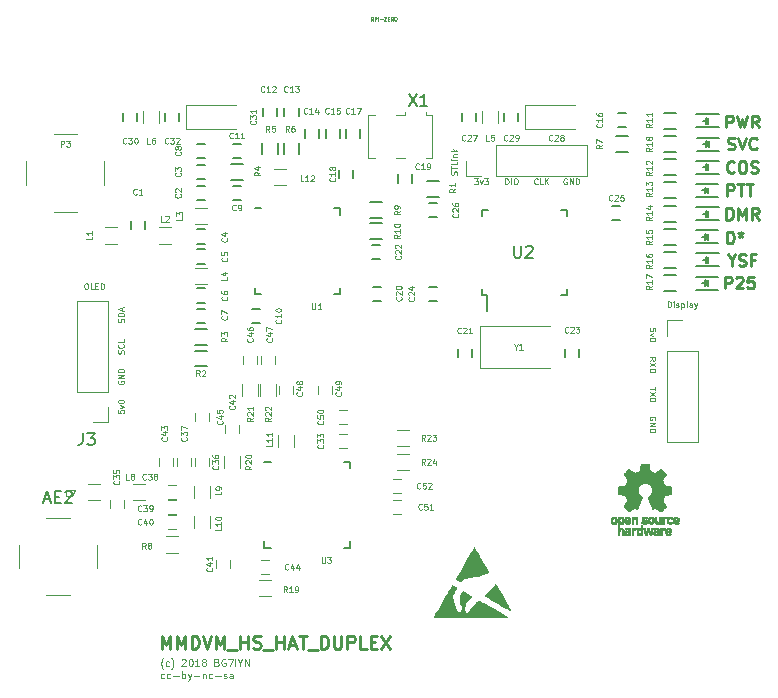
<source format=gto>
G04 #@! TF.FileFunction,Legend,Top*
%FSLAX46Y46*%
G04 Gerber Fmt 4.6, Leading zero omitted, Abs format (unit mm)*
G04 Created by KiCad (PCBNEW 4.0.7) date 01/27/18 12:09:31*
%MOMM*%
%LPD*%
G01*
G04 APERTURE LIST*
%ADD10C,0.100000*%
%ADD11C,0.125000*%
%ADD12C,0.250000*%
%ADD13C,0.120000*%
%ADD14C,0.150000*%
%ADD15C,0.010000*%
%ADD16C,0.030000*%
G04 APERTURE END LIST*
D10*
D11*
X88134786Y-88633500D02*
X88106214Y-88604929D01*
X88049071Y-88519214D01*
X88020500Y-88462071D01*
X87991929Y-88376357D01*
X87963357Y-88233500D01*
X87963357Y-88119214D01*
X87991929Y-87976357D01*
X88020500Y-87890643D01*
X88049071Y-87833500D01*
X88106214Y-87747786D01*
X88134786Y-87719214D01*
X88620500Y-88376357D02*
X88563357Y-88404929D01*
X88449071Y-88404929D01*
X88391929Y-88376357D01*
X88363357Y-88347786D01*
X88334786Y-88290643D01*
X88334786Y-88119214D01*
X88363357Y-88062071D01*
X88391929Y-88033500D01*
X88449071Y-88004929D01*
X88563357Y-88004929D01*
X88620500Y-88033500D01*
X88820500Y-88633500D02*
X88849072Y-88604929D01*
X88906215Y-88519214D01*
X88934786Y-88462071D01*
X88963357Y-88376357D01*
X88991929Y-88233500D01*
X88991929Y-88119214D01*
X88963357Y-87976357D01*
X88934786Y-87890643D01*
X88906215Y-87833500D01*
X88849072Y-87747786D01*
X88820500Y-87719214D01*
X89706215Y-87862071D02*
X89734786Y-87833500D01*
X89791929Y-87804929D01*
X89934786Y-87804929D01*
X89991929Y-87833500D01*
X90020500Y-87862071D01*
X90049072Y-87919214D01*
X90049072Y-87976357D01*
X90020500Y-88062071D01*
X89677643Y-88404929D01*
X90049072Y-88404929D01*
X90420501Y-87804929D02*
X90477644Y-87804929D01*
X90534787Y-87833500D01*
X90563358Y-87862071D01*
X90591929Y-87919214D01*
X90620501Y-88033500D01*
X90620501Y-88176357D01*
X90591929Y-88290643D01*
X90563358Y-88347786D01*
X90534787Y-88376357D01*
X90477644Y-88404929D01*
X90420501Y-88404929D01*
X90363358Y-88376357D01*
X90334787Y-88347786D01*
X90306215Y-88290643D01*
X90277644Y-88176357D01*
X90277644Y-88033500D01*
X90306215Y-87919214D01*
X90334787Y-87862071D01*
X90363358Y-87833500D01*
X90420501Y-87804929D01*
X91191930Y-88404929D02*
X90849073Y-88404929D01*
X91020501Y-88404929D02*
X91020501Y-87804929D01*
X90963358Y-87890643D01*
X90906216Y-87947786D01*
X90849073Y-87976357D01*
X91534787Y-88062071D02*
X91477645Y-88033500D01*
X91449073Y-88004929D01*
X91420502Y-87947786D01*
X91420502Y-87919214D01*
X91449073Y-87862071D01*
X91477645Y-87833500D01*
X91534787Y-87804929D01*
X91649073Y-87804929D01*
X91706216Y-87833500D01*
X91734787Y-87862071D01*
X91763359Y-87919214D01*
X91763359Y-87947786D01*
X91734787Y-88004929D01*
X91706216Y-88033500D01*
X91649073Y-88062071D01*
X91534787Y-88062071D01*
X91477645Y-88090643D01*
X91449073Y-88119214D01*
X91420502Y-88176357D01*
X91420502Y-88290643D01*
X91449073Y-88347786D01*
X91477645Y-88376357D01*
X91534787Y-88404929D01*
X91649073Y-88404929D01*
X91706216Y-88376357D01*
X91734787Y-88347786D01*
X91763359Y-88290643D01*
X91763359Y-88176357D01*
X91734787Y-88119214D01*
X91706216Y-88090643D01*
X91649073Y-88062071D01*
X92677645Y-88090643D02*
X92763359Y-88119214D01*
X92791931Y-88147786D01*
X92820502Y-88204929D01*
X92820502Y-88290643D01*
X92791931Y-88347786D01*
X92763359Y-88376357D01*
X92706217Y-88404929D01*
X92477645Y-88404929D01*
X92477645Y-87804929D01*
X92677645Y-87804929D01*
X92734788Y-87833500D01*
X92763359Y-87862071D01*
X92791931Y-87919214D01*
X92791931Y-87976357D01*
X92763359Y-88033500D01*
X92734788Y-88062071D01*
X92677645Y-88090643D01*
X92477645Y-88090643D01*
X93391931Y-87833500D02*
X93334788Y-87804929D01*
X93249074Y-87804929D01*
X93163359Y-87833500D01*
X93106217Y-87890643D01*
X93077645Y-87947786D01*
X93049074Y-88062071D01*
X93049074Y-88147786D01*
X93077645Y-88262071D01*
X93106217Y-88319214D01*
X93163359Y-88376357D01*
X93249074Y-88404929D01*
X93306217Y-88404929D01*
X93391931Y-88376357D01*
X93420502Y-88347786D01*
X93420502Y-88147786D01*
X93306217Y-88147786D01*
X93620502Y-87804929D02*
X94020502Y-87804929D01*
X93763359Y-88404929D01*
X94249074Y-88404929D02*
X94249074Y-87804929D01*
X94649074Y-88119214D02*
X94649074Y-88404929D01*
X94449074Y-87804929D02*
X94649074Y-88119214D01*
X94849074Y-87804929D01*
X95049074Y-88404929D02*
X95049074Y-87804929D01*
X95391931Y-88404929D01*
X95391931Y-87804929D01*
X88220500Y-89401357D02*
X88163357Y-89429929D01*
X88049071Y-89429929D01*
X87991929Y-89401357D01*
X87963357Y-89372786D01*
X87934786Y-89315643D01*
X87934786Y-89144214D01*
X87963357Y-89087071D01*
X87991929Y-89058500D01*
X88049071Y-89029929D01*
X88163357Y-89029929D01*
X88220500Y-89058500D01*
X88734786Y-89401357D02*
X88677643Y-89429929D01*
X88563357Y-89429929D01*
X88506215Y-89401357D01*
X88477643Y-89372786D01*
X88449072Y-89315643D01*
X88449072Y-89144214D01*
X88477643Y-89087071D01*
X88506215Y-89058500D01*
X88563357Y-89029929D01*
X88677643Y-89029929D01*
X88734786Y-89058500D01*
X88991929Y-89201357D02*
X89449072Y-89201357D01*
X89734786Y-89429929D02*
X89734786Y-88829929D01*
X89734786Y-89058500D02*
X89791929Y-89029929D01*
X89906215Y-89029929D01*
X89963358Y-89058500D01*
X89991929Y-89087071D01*
X90020500Y-89144214D01*
X90020500Y-89315643D01*
X89991929Y-89372786D01*
X89963358Y-89401357D01*
X89906215Y-89429929D01*
X89791929Y-89429929D01*
X89734786Y-89401357D01*
X90220500Y-89029929D02*
X90363357Y-89429929D01*
X90506215Y-89029929D02*
X90363357Y-89429929D01*
X90306215Y-89572786D01*
X90277643Y-89601357D01*
X90220500Y-89629929D01*
X90734786Y-89201357D02*
X91191929Y-89201357D01*
X91477643Y-89029929D02*
X91477643Y-89429929D01*
X91477643Y-89087071D02*
X91506215Y-89058500D01*
X91563357Y-89029929D01*
X91649072Y-89029929D01*
X91706215Y-89058500D01*
X91734786Y-89115643D01*
X91734786Y-89429929D01*
X92277643Y-89401357D02*
X92220500Y-89429929D01*
X92106214Y-89429929D01*
X92049072Y-89401357D01*
X92020500Y-89372786D01*
X91991929Y-89315643D01*
X91991929Y-89144214D01*
X92020500Y-89087071D01*
X92049072Y-89058500D01*
X92106214Y-89029929D01*
X92220500Y-89029929D01*
X92277643Y-89058500D01*
X92534786Y-89201357D02*
X92991929Y-89201357D01*
X93249072Y-89401357D02*
X93306215Y-89429929D01*
X93420500Y-89429929D01*
X93477643Y-89401357D01*
X93506215Y-89344214D01*
X93506215Y-89315643D01*
X93477643Y-89258500D01*
X93420500Y-89229929D01*
X93334786Y-89229929D01*
X93277643Y-89201357D01*
X93249072Y-89144214D01*
X93249072Y-89115643D01*
X93277643Y-89058500D01*
X93334786Y-89029929D01*
X93420500Y-89029929D01*
X93477643Y-89058500D01*
X94020500Y-89429929D02*
X94020500Y-89115643D01*
X93991929Y-89058500D01*
X93934786Y-89029929D01*
X93820500Y-89029929D01*
X93763357Y-89058500D01*
X94020500Y-89401357D02*
X93963357Y-89429929D01*
X93820500Y-89429929D01*
X93763357Y-89401357D01*
X93734786Y-89344214D01*
X93734786Y-89287071D01*
X93763357Y-89229929D01*
X93820500Y-89201357D01*
X93963357Y-89201357D01*
X94020500Y-89172786D01*
X84784381Y-59281142D02*
X84808190Y-59209713D01*
X84808190Y-59090666D01*
X84784381Y-59043047D01*
X84760571Y-59019237D01*
X84712952Y-58995428D01*
X84665333Y-58995428D01*
X84617714Y-59019237D01*
X84593905Y-59043047D01*
X84570095Y-59090666D01*
X84546286Y-59185904D01*
X84522476Y-59233523D01*
X84498667Y-59257332D01*
X84451048Y-59281142D01*
X84403429Y-59281142D01*
X84355810Y-59257332D01*
X84332000Y-59233523D01*
X84308190Y-59185904D01*
X84308190Y-59066856D01*
X84332000Y-58995428D01*
X84808190Y-58781142D02*
X84308190Y-58781142D01*
X84308190Y-58662095D01*
X84332000Y-58590666D01*
X84379619Y-58543047D01*
X84427238Y-58519238D01*
X84522476Y-58495428D01*
X84593905Y-58495428D01*
X84689143Y-58519238D01*
X84736762Y-58543047D01*
X84784381Y-58590666D01*
X84808190Y-58662095D01*
X84808190Y-58781142D01*
X84665333Y-58304952D02*
X84665333Y-58066857D01*
X84808190Y-58352571D02*
X84308190Y-58185904D01*
X84808190Y-58019238D01*
X84784381Y-61936238D02*
X84808190Y-61864809D01*
X84808190Y-61745762D01*
X84784381Y-61698143D01*
X84760571Y-61674333D01*
X84712952Y-61650524D01*
X84665333Y-61650524D01*
X84617714Y-61674333D01*
X84593905Y-61698143D01*
X84570095Y-61745762D01*
X84546286Y-61841000D01*
X84522476Y-61888619D01*
X84498667Y-61912428D01*
X84451048Y-61936238D01*
X84403429Y-61936238D01*
X84355810Y-61912428D01*
X84332000Y-61888619D01*
X84308190Y-61841000D01*
X84308190Y-61721952D01*
X84332000Y-61650524D01*
X84760571Y-61150524D02*
X84784381Y-61174334D01*
X84808190Y-61245762D01*
X84808190Y-61293381D01*
X84784381Y-61364810D01*
X84736762Y-61412429D01*
X84689143Y-61436238D01*
X84593905Y-61460048D01*
X84522476Y-61460048D01*
X84427238Y-61436238D01*
X84379619Y-61412429D01*
X84332000Y-61364810D01*
X84308190Y-61293381D01*
X84308190Y-61245762D01*
X84332000Y-61174334D01*
X84355810Y-61150524D01*
X84808190Y-60698143D02*
X84808190Y-60936238D01*
X84308190Y-60936238D01*
X84332000Y-64261953D02*
X84308190Y-64309572D01*
X84308190Y-64381000D01*
X84332000Y-64452429D01*
X84379619Y-64500048D01*
X84427238Y-64523857D01*
X84522476Y-64547667D01*
X84593905Y-64547667D01*
X84689143Y-64523857D01*
X84736762Y-64500048D01*
X84784381Y-64452429D01*
X84808190Y-64381000D01*
X84808190Y-64333381D01*
X84784381Y-64261953D01*
X84760571Y-64238143D01*
X84593905Y-64238143D01*
X84593905Y-64333381D01*
X84808190Y-64023857D02*
X84308190Y-64023857D01*
X84808190Y-63738143D01*
X84308190Y-63738143D01*
X84808190Y-63500047D02*
X84308190Y-63500047D01*
X84308190Y-63381000D01*
X84332000Y-63309571D01*
X84379619Y-63261952D01*
X84427238Y-63238143D01*
X84522476Y-63214333D01*
X84593905Y-63214333D01*
X84689143Y-63238143D01*
X84736762Y-63261952D01*
X84784381Y-63309571D01*
X84808190Y-63381000D01*
X84808190Y-63500047D01*
X84308190Y-66730523D02*
X84308190Y-66968618D01*
X84546286Y-66992428D01*
X84522476Y-66968618D01*
X84498667Y-66920999D01*
X84498667Y-66801952D01*
X84522476Y-66754333D01*
X84546286Y-66730523D01*
X84593905Y-66706714D01*
X84712952Y-66706714D01*
X84760571Y-66730523D01*
X84784381Y-66754333D01*
X84808190Y-66801952D01*
X84808190Y-66920999D01*
X84784381Y-66968618D01*
X84760571Y-66992428D01*
X84474857Y-66540047D02*
X84808190Y-66421000D01*
X84474857Y-66301952D01*
X84308190Y-66016238D02*
X84308190Y-65968619D01*
X84332000Y-65921000D01*
X84355810Y-65897191D01*
X84403429Y-65873381D01*
X84498667Y-65849572D01*
X84617714Y-65849572D01*
X84712952Y-65873381D01*
X84760571Y-65897191D01*
X84784381Y-65921000D01*
X84808190Y-65968619D01*
X84808190Y-66016238D01*
X84784381Y-66063857D01*
X84760571Y-66087667D01*
X84712952Y-66111476D01*
X84617714Y-66135286D01*
X84498667Y-66135286D01*
X84403429Y-66111476D01*
X84355810Y-66087667D01*
X84332000Y-66063857D01*
X84308190Y-66016238D01*
X81569810Y-55987190D02*
X81665048Y-55987190D01*
X81712667Y-56011000D01*
X81760286Y-56058619D01*
X81784095Y-56153857D01*
X81784095Y-56320524D01*
X81760286Y-56415762D01*
X81712667Y-56463381D01*
X81665048Y-56487190D01*
X81569810Y-56487190D01*
X81522191Y-56463381D01*
X81474572Y-56415762D01*
X81450762Y-56320524D01*
X81450762Y-56153857D01*
X81474572Y-56058619D01*
X81522191Y-56011000D01*
X81569810Y-55987190D01*
X82236477Y-56487190D02*
X81998382Y-56487190D01*
X81998382Y-55987190D01*
X82403144Y-56225286D02*
X82569810Y-56225286D01*
X82641239Y-56487190D02*
X82403144Y-56487190D01*
X82403144Y-55987190D01*
X82641239Y-55987190D01*
X82855525Y-56487190D02*
X82855525Y-55987190D01*
X82974572Y-55987190D01*
X83046001Y-56011000D01*
X83093620Y-56058619D01*
X83117429Y-56106238D01*
X83141239Y-56201476D01*
X83141239Y-56272905D01*
X83117429Y-56368143D01*
X83093620Y-56415762D01*
X83046001Y-56463381D01*
X82974572Y-56487190D01*
X82855525Y-56487190D01*
X114466763Y-47097190D02*
X114776286Y-47097190D01*
X114609620Y-47287667D01*
X114681048Y-47287667D01*
X114728667Y-47311476D01*
X114752477Y-47335286D01*
X114776286Y-47382905D01*
X114776286Y-47501952D01*
X114752477Y-47549571D01*
X114728667Y-47573381D01*
X114681048Y-47597190D01*
X114538191Y-47597190D01*
X114490572Y-47573381D01*
X114466763Y-47549571D01*
X114942953Y-47263857D02*
X115062000Y-47597190D01*
X115181048Y-47263857D01*
X115323905Y-47097190D02*
X115633428Y-47097190D01*
X115466762Y-47287667D01*
X115538190Y-47287667D01*
X115585809Y-47311476D01*
X115609619Y-47335286D01*
X115633428Y-47382905D01*
X115633428Y-47501952D01*
X115609619Y-47549571D01*
X115585809Y-47573381D01*
X115538190Y-47597190D01*
X115395333Y-47597190D01*
X115347714Y-47573381D01*
X115323905Y-47549571D01*
X117090096Y-47597190D02*
X117090096Y-47097190D01*
X117209143Y-47097190D01*
X117280572Y-47121000D01*
X117328191Y-47168619D01*
X117352000Y-47216238D01*
X117375810Y-47311476D01*
X117375810Y-47382905D01*
X117352000Y-47478143D01*
X117328191Y-47525762D01*
X117280572Y-47573381D01*
X117209143Y-47597190D01*
X117090096Y-47597190D01*
X117590096Y-47597190D02*
X117590096Y-47097190D01*
X117923429Y-47097190D02*
X118018667Y-47097190D01*
X118066286Y-47121000D01*
X118113905Y-47168619D01*
X118137714Y-47263857D01*
X118137714Y-47430524D01*
X118113905Y-47525762D01*
X118066286Y-47573381D01*
X118018667Y-47597190D01*
X117923429Y-47597190D01*
X117875810Y-47573381D01*
X117828191Y-47525762D01*
X117804381Y-47430524D01*
X117804381Y-47263857D01*
X117828191Y-47168619D01*
X117875810Y-47121000D01*
X117923429Y-47097190D01*
X119844381Y-47549571D02*
X119820571Y-47573381D01*
X119749143Y-47597190D01*
X119701524Y-47597190D01*
X119630095Y-47573381D01*
X119582476Y-47525762D01*
X119558667Y-47478143D01*
X119534857Y-47382905D01*
X119534857Y-47311476D01*
X119558667Y-47216238D01*
X119582476Y-47168619D01*
X119630095Y-47121000D01*
X119701524Y-47097190D01*
X119749143Y-47097190D01*
X119820571Y-47121000D01*
X119844381Y-47144810D01*
X120296762Y-47597190D02*
X120058667Y-47597190D01*
X120058667Y-47097190D01*
X120463429Y-47597190D02*
X120463429Y-47097190D01*
X120749143Y-47597190D02*
X120534857Y-47311476D01*
X120749143Y-47097190D02*
X120463429Y-47382905D01*
X122301047Y-47121000D02*
X122253428Y-47097190D01*
X122182000Y-47097190D01*
X122110571Y-47121000D01*
X122062952Y-47168619D01*
X122039143Y-47216238D01*
X122015333Y-47311476D01*
X122015333Y-47382905D01*
X122039143Y-47478143D01*
X122062952Y-47525762D01*
X122110571Y-47573381D01*
X122182000Y-47597190D01*
X122229619Y-47597190D01*
X122301047Y-47573381D01*
X122324857Y-47549571D01*
X122324857Y-47382905D01*
X122229619Y-47382905D01*
X122539143Y-47597190D02*
X122539143Y-47097190D01*
X122824857Y-47597190D01*
X122824857Y-47097190D01*
X123062953Y-47597190D02*
X123062953Y-47097190D01*
X123182000Y-47097190D01*
X123253429Y-47121000D01*
X123301048Y-47168619D01*
X123324857Y-47216238D01*
X123348667Y-47311476D01*
X123348667Y-47382905D01*
X123324857Y-47478143D01*
X123301048Y-47525762D01*
X123253429Y-47573381D01*
X123182000Y-47597190D01*
X123062953Y-47597190D01*
X112978381Y-46803333D02*
X113002190Y-46731904D01*
X113002190Y-46612857D01*
X112978381Y-46565238D01*
X112954571Y-46541428D01*
X112906952Y-46517619D01*
X112859333Y-46517619D01*
X112811714Y-46541428D01*
X112787905Y-46565238D01*
X112764095Y-46612857D01*
X112740286Y-46708095D01*
X112716476Y-46755714D01*
X112692667Y-46779523D01*
X112645048Y-46803333D01*
X112597429Y-46803333D01*
X112549810Y-46779523D01*
X112526000Y-46755714D01*
X112502190Y-46708095D01*
X112502190Y-46589047D01*
X112526000Y-46517619D01*
X112502190Y-46374762D02*
X112502190Y-46089048D01*
X113002190Y-46231905D02*
X112502190Y-46231905D01*
X113002190Y-45684286D02*
X113002190Y-45922381D01*
X112502190Y-45922381D01*
X113002190Y-45517619D02*
X112668857Y-45517619D01*
X112502190Y-45517619D02*
X112526000Y-45541429D01*
X112549810Y-45517619D01*
X112526000Y-45493810D01*
X112502190Y-45517619D01*
X112549810Y-45517619D01*
X112668857Y-45279524D02*
X113002190Y-45279524D01*
X112716476Y-45279524D02*
X112692667Y-45255715D01*
X112668857Y-45208096D01*
X112668857Y-45136667D01*
X112692667Y-45089048D01*
X112740286Y-45065239D01*
X113002190Y-45065239D01*
X113002190Y-44827143D02*
X112502190Y-44827143D01*
X112811714Y-44779524D02*
X113002190Y-44636667D01*
X112668857Y-44636667D02*
X112859333Y-44827143D01*
X129790000Y-67564047D02*
X129813810Y-67516428D01*
X129813810Y-67445000D01*
X129790000Y-67373571D01*
X129742381Y-67325952D01*
X129694762Y-67302143D01*
X129599524Y-67278333D01*
X129528095Y-67278333D01*
X129432857Y-67302143D01*
X129385238Y-67325952D01*
X129337619Y-67373571D01*
X129313810Y-67445000D01*
X129313810Y-67492619D01*
X129337619Y-67564047D01*
X129361429Y-67587857D01*
X129528095Y-67587857D01*
X129528095Y-67492619D01*
X129313810Y-67802143D02*
X129813810Y-67802143D01*
X129313810Y-68087857D01*
X129813810Y-68087857D01*
X129313810Y-68325953D02*
X129813810Y-68325953D01*
X129813810Y-68445000D01*
X129790000Y-68516429D01*
X129742381Y-68564048D01*
X129694762Y-68587857D01*
X129599524Y-68611667D01*
X129528095Y-68611667D01*
X129432857Y-68587857D01*
X129385238Y-68564048D01*
X129337619Y-68516429D01*
X129313810Y-68445000D01*
X129313810Y-68325953D01*
X129313810Y-62531667D02*
X129551905Y-62365000D01*
X129313810Y-62245953D02*
X129813810Y-62245953D01*
X129813810Y-62436429D01*
X129790000Y-62484048D01*
X129766190Y-62507857D01*
X129718571Y-62531667D01*
X129647143Y-62531667D01*
X129599524Y-62507857D01*
X129575714Y-62484048D01*
X129551905Y-62436429D01*
X129551905Y-62245953D01*
X129813810Y-62698334D02*
X129313810Y-63031667D01*
X129813810Y-63031667D02*
X129313810Y-62698334D01*
X129313810Y-63222143D02*
X129813810Y-63222143D01*
X129813810Y-63341190D01*
X129790000Y-63412619D01*
X129742381Y-63460238D01*
X129694762Y-63484047D01*
X129599524Y-63507857D01*
X129528095Y-63507857D01*
X129432857Y-63484047D01*
X129385238Y-63460238D01*
X129337619Y-63412619D01*
X129313810Y-63341190D01*
X129313810Y-63222143D01*
X129813810Y-64774048D02*
X129813810Y-65059762D01*
X129313810Y-64916905D02*
X129813810Y-64916905D01*
X129813810Y-65178810D02*
X129313810Y-65512143D01*
X129813810Y-65512143D02*
X129313810Y-65178810D01*
X129313810Y-65702619D02*
X129813810Y-65702619D01*
X129813810Y-65821666D01*
X129790000Y-65893095D01*
X129742381Y-65940714D01*
X129694762Y-65964523D01*
X129599524Y-65988333D01*
X129528095Y-65988333D01*
X129432857Y-65964523D01*
X129385238Y-65940714D01*
X129337619Y-65893095D01*
X129313810Y-65821666D01*
X129313810Y-65702619D01*
X129813810Y-60015477D02*
X129813810Y-59777382D01*
X129575714Y-59753572D01*
X129599524Y-59777382D01*
X129623333Y-59825001D01*
X129623333Y-59944048D01*
X129599524Y-59991667D01*
X129575714Y-60015477D01*
X129528095Y-60039286D01*
X129409048Y-60039286D01*
X129361429Y-60015477D01*
X129337619Y-59991667D01*
X129313810Y-59944048D01*
X129313810Y-59825001D01*
X129337619Y-59777382D01*
X129361429Y-59753572D01*
X129647143Y-60205953D02*
X129313810Y-60325000D01*
X129647143Y-60444048D01*
X129813810Y-60729762D02*
X129813810Y-60777381D01*
X129790000Y-60825000D01*
X129766190Y-60848809D01*
X129718571Y-60872619D01*
X129623333Y-60896428D01*
X129504286Y-60896428D01*
X129409048Y-60872619D01*
X129361429Y-60848809D01*
X129337619Y-60825000D01*
X129313810Y-60777381D01*
X129313810Y-60729762D01*
X129337619Y-60682143D01*
X129361429Y-60658333D01*
X129409048Y-60634524D01*
X129504286Y-60610714D01*
X129623333Y-60610714D01*
X129718571Y-60634524D01*
X129766190Y-60658333D01*
X129790000Y-60682143D01*
X129813810Y-60729762D01*
D12*
X135945714Y-44600762D02*
X136088571Y-44648381D01*
X136326667Y-44648381D01*
X136421905Y-44600762D01*
X136469524Y-44553143D01*
X136517143Y-44457905D01*
X136517143Y-44362667D01*
X136469524Y-44267429D01*
X136421905Y-44219810D01*
X136326667Y-44172190D01*
X136136190Y-44124571D01*
X136040952Y-44076952D01*
X135993333Y-44029333D01*
X135945714Y-43934095D01*
X135945714Y-43838857D01*
X135993333Y-43743619D01*
X136040952Y-43696000D01*
X136136190Y-43648381D01*
X136374286Y-43648381D01*
X136517143Y-43696000D01*
X136802857Y-43648381D02*
X137136190Y-44648381D01*
X137469524Y-43648381D01*
X138374286Y-44553143D02*
X138326667Y-44600762D01*
X138183810Y-44648381D01*
X138088572Y-44648381D01*
X137945714Y-44600762D01*
X137850476Y-44505524D01*
X137802857Y-44410286D01*
X137755238Y-44219810D01*
X137755238Y-44076952D01*
X137802857Y-43886476D01*
X137850476Y-43791238D01*
X137945714Y-43696000D01*
X138088572Y-43648381D01*
X138183810Y-43648381D01*
X138326667Y-43696000D01*
X138374286Y-43743619D01*
X88018905Y-86921119D02*
X88018905Y-85821119D01*
X88385571Y-86606833D01*
X88752238Y-85821119D01*
X88752238Y-86921119D01*
X89276048Y-86921119D02*
X89276048Y-85821119D01*
X89642714Y-86606833D01*
X90009381Y-85821119D01*
X90009381Y-86921119D01*
X90533191Y-86921119D02*
X90533191Y-85821119D01*
X90795096Y-85821119D01*
X90952238Y-85873500D01*
X91057000Y-85978262D01*
X91109381Y-86083024D01*
X91161762Y-86292548D01*
X91161762Y-86449690D01*
X91109381Y-86659214D01*
X91057000Y-86763976D01*
X90952238Y-86868738D01*
X90795096Y-86921119D01*
X90533191Y-86921119D01*
X91476048Y-85821119D02*
X91842715Y-86921119D01*
X92209381Y-85821119D01*
X92576048Y-86921119D02*
X92576048Y-85821119D01*
X92942714Y-86606833D01*
X93309381Y-85821119D01*
X93309381Y-86921119D01*
X93571286Y-87025881D02*
X94409381Y-87025881D01*
X94671286Y-86921119D02*
X94671286Y-85821119D01*
X94671286Y-86344929D02*
X95299857Y-86344929D01*
X95299857Y-86921119D02*
X95299857Y-85821119D01*
X95771286Y-86868738D02*
X95928429Y-86921119D01*
X96190333Y-86921119D01*
X96295095Y-86868738D01*
X96347476Y-86816357D01*
X96399857Y-86711595D01*
X96399857Y-86606833D01*
X96347476Y-86502071D01*
X96295095Y-86449690D01*
X96190333Y-86397310D01*
X95980810Y-86344929D01*
X95876048Y-86292548D01*
X95823667Y-86240167D01*
X95771286Y-86135405D01*
X95771286Y-86030643D01*
X95823667Y-85925881D01*
X95876048Y-85873500D01*
X95980810Y-85821119D01*
X96242714Y-85821119D01*
X96399857Y-85873500D01*
X96609381Y-87025881D02*
X97447476Y-87025881D01*
X97709381Y-86921119D02*
X97709381Y-85821119D01*
X97709381Y-86344929D02*
X98337952Y-86344929D01*
X98337952Y-86921119D02*
X98337952Y-85821119D01*
X98809381Y-86606833D02*
X99333190Y-86606833D01*
X98704619Y-86921119D02*
X99071286Y-85821119D01*
X99437952Y-86921119D01*
X99647476Y-85821119D02*
X100276047Y-85821119D01*
X99961762Y-86921119D02*
X99961762Y-85821119D01*
X100380809Y-87025881D02*
X101218904Y-87025881D01*
X101480809Y-86921119D02*
X101480809Y-85821119D01*
X101742714Y-85821119D01*
X101899856Y-85873500D01*
X102004618Y-85978262D01*
X102056999Y-86083024D01*
X102109380Y-86292548D01*
X102109380Y-86449690D01*
X102056999Y-86659214D01*
X102004618Y-86763976D01*
X101899856Y-86868738D01*
X101742714Y-86921119D01*
X101480809Y-86921119D01*
X102580809Y-85821119D02*
X102580809Y-86711595D01*
X102633190Y-86816357D01*
X102685571Y-86868738D01*
X102790333Y-86921119D01*
X102999856Y-86921119D01*
X103104618Y-86868738D01*
X103156999Y-86816357D01*
X103209380Y-86711595D01*
X103209380Y-85821119D01*
X103733190Y-86921119D02*
X103733190Y-85821119D01*
X104152237Y-85821119D01*
X104256999Y-85873500D01*
X104309380Y-85925881D01*
X104361761Y-86030643D01*
X104361761Y-86187786D01*
X104309380Y-86292548D01*
X104256999Y-86344929D01*
X104152237Y-86397310D01*
X103733190Y-86397310D01*
X105356999Y-86921119D02*
X104833190Y-86921119D01*
X104833190Y-85821119D01*
X105723666Y-86344929D02*
X106090332Y-86344929D01*
X106247475Y-86921119D02*
X105723666Y-86921119D01*
X105723666Y-85821119D01*
X106247475Y-85821119D01*
X106614142Y-85821119D02*
X107347475Y-86921119D01*
X107347475Y-85821119D02*
X106614142Y-86921119D01*
D11*
X130853810Y-58011190D02*
X130853810Y-57511190D01*
X130972857Y-57511190D01*
X131044286Y-57535000D01*
X131091905Y-57582619D01*
X131115714Y-57630238D01*
X131139524Y-57725476D01*
X131139524Y-57796905D01*
X131115714Y-57892143D01*
X131091905Y-57939762D01*
X131044286Y-57987381D01*
X130972857Y-58011190D01*
X130853810Y-58011190D01*
X131353810Y-58011190D02*
X131353810Y-57677857D01*
X131353810Y-57511190D02*
X131330000Y-57535000D01*
X131353810Y-57558810D01*
X131377619Y-57535000D01*
X131353810Y-57511190D01*
X131353810Y-57558810D01*
X131568095Y-57987381D02*
X131615714Y-58011190D01*
X131710952Y-58011190D01*
X131758571Y-57987381D01*
X131782381Y-57939762D01*
X131782381Y-57915952D01*
X131758571Y-57868333D01*
X131710952Y-57844524D01*
X131639524Y-57844524D01*
X131591905Y-57820714D01*
X131568095Y-57773095D01*
X131568095Y-57749286D01*
X131591905Y-57701667D01*
X131639524Y-57677857D01*
X131710952Y-57677857D01*
X131758571Y-57701667D01*
X131996667Y-57677857D02*
X131996667Y-58177857D01*
X131996667Y-57701667D02*
X132044286Y-57677857D01*
X132139524Y-57677857D01*
X132187143Y-57701667D01*
X132210952Y-57725476D01*
X132234762Y-57773095D01*
X132234762Y-57915952D01*
X132210952Y-57963571D01*
X132187143Y-57987381D01*
X132139524Y-58011190D01*
X132044286Y-58011190D01*
X131996667Y-57987381D01*
X132520476Y-58011190D02*
X132472857Y-57987381D01*
X132449048Y-57939762D01*
X132449048Y-57511190D01*
X132925238Y-58011190D02*
X132925238Y-57749286D01*
X132901429Y-57701667D01*
X132853810Y-57677857D01*
X132758572Y-57677857D01*
X132710953Y-57701667D01*
X132925238Y-57987381D02*
X132877619Y-58011190D01*
X132758572Y-58011190D01*
X132710953Y-57987381D01*
X132687143Y-57939762D01*
X132687143Y-57892143D01*
X132710953Y-57844524D01*
X132758572Y-57820714D01*
X132877619Y-57820714D01*
X132925238Y-57796905D01*
X133115715Y-57677857D02*
X133234762Y-58011190D01*
X133353810Y-57677857D02*
X133234762Y-58011190D01*
X133187143Y-58130238D01*
X133163334Y-58154048D01*
X133115715Y-58177857D01*
D12*
X136255238Y-54040190D02*
X136255238Y-54516381D01*
X135921905Y-53516381D02*
X136255238Y-54040190D01*
X136588572Y-53516381D01*
X136874286Y-54468762D02*
X137017143Y-54516381D01*
X137255239Y-54516381D01*
X137350477Y-54468762D01*
X137398096Y-54421143D01*
X137445715Y-54325905D01*
X137445715Y-54230667D01*
X137398096Y-54135429D01*
X137350477Y-54087810D01*
X137255239Y-54040190D01*
X137064762Y-53992571D01*
X136969524Y-53944952D01*
X136921905Y-53897333D01*
X136874286Y-53802095D01*
X136874286Y-53706857D01*
X136921905Y-53611619D01*
X136969524Y-53564000D01*
X137064762Y-53516381D01*
X137302858Y-53516381D01*
X137445715Y-53564000D01*
X138207620Y-53992571D02*
X137874286Y-53992571D01*
X137874286Y-54516381D02*
X137874286Y-53516381D01*
X138350477Y-53516381D01*
X135691714Y-56428381D02*
X135691714Y-55428381D01*
X136072667Y-55428381D01*
X136167905Y-55476000D01*
X136215524Y-55523619D01*
X136263143Y-55618857D01*
X136263143Y-55761714D01*
X136215524Y-55856952D01*
X136167905Y-55904571D01*
X136072667Y-55952190D01*
X135691714Y-55952190D01*
X136644095Y-55523619D02*
X136691714Y-55476000D01*
X136786952Y-55428381D01*
X137025048Y-55428381D01*
X137120286Y-55476000D01*
X137167905Y-55523619D01*
X137215524Y-55618857D01*
X137215524Y-55714095D01*
X137167905Y-55856952D01*
X136596476Y-56428381D01*
X137215524Y-56428381D01*
X138120286Y-55428381D02*
X137644095Y-55428381D01*
X137596476Y-55904571D01*
X137644095Y-55856952D01*
X137739333Y-55809333D01*
X137977429Y-55809333D01*
X138072667Y-55856952D01*
X138120286Y-55904571D01*
X138167905Y-55999810D01*
X138167905Y-56237905D01*
X138120286Y-56333143D01*
X138072667Y-56380762D01*
X137977429Y-56428381D01*
X137739333Y-56428381D01*
X137644095Y-56380762D01*
X137596476Y-56333143D01*
X135882143Y-52604381D02*
X135882143Y-51604381D01*
X136120238Y-51604381D01*
X136263096Y-51652000D01*
X136358334Y-51747238D01*
X136405953Y-51842476D01*
X136453572Y-52032952D01*
X136453572Y-52175810D01*
X136405953Y-52366286D01*
X136358334Y-52461524D01*
X136263096Y-52556762D01*
X136120238Y-52604381D01*
X135882143Y-52604381D01*
X137025000Y-51604381D02*
X137025000Y-51842476D01*
X136786905Y-51747238D02*
X137025000Y-51842476D01*
X137263096Y-51747238D01*
X136882143Y-52032952D02*
X137025000Y-51842476D01*
X137167858Y-52032952D01*
X135826667Y-50592381D02*
X135826667Y-49592381D01*
X136064762Y-49592381D01*
X136207620Y-49640000D01*
X136302858Y-49735238D01*
X136350477Y-49830476D01*
X136398096Y-50020952D01*
X136398096Y-50163810D01*
X136350477Y-50354286D01*
X136302858Y-50449524D01*
X136207620Y-50544762D01*
X136064762Y-50592381D01*
X135826667Y-50592381D01*
X136826667Y-50592381D02*
X136826667Y-49592381D01*
X137160001Y-50306667D01*
X137493334Y-49592381D01*
X137493334Y-50592381D01*
X138540953Y-50592381D02*
X138207619Y-50116190D01*
X137969524Y-50592381D02*
X137969524Y-49592381D01*
X138350477Y-49592381D01*
X138445715Y-49640000D01*
X138493334Y-49687619D01*
X138540953Y-49782857D01*
X138540953Y-49925714D01*
X138493334Y-50020952D01*
X138445715Y-50068571D01*
X138350477Y-50116190D01*
X137969524Y-50116190D01*
X135882190Y-48580381D02*
X135882190Y-47580381D01*
X136263143Y-47580381D01*
X136358381Y-47628000D01*
X136406000Y-47675619D01*
X136453619Y-47770857D01*
X136453619Y-47913714D01*
X136406000Y-48008952D01*
X136358381Y-48056571D01*
X136263143Y-48104190D01*
X135882190Y-48104190D01*
X136739333Y-47580381D02*
X137310762Y-47580381D01*
X137025047Y-48580381D02*
X137025047Y-47580381D01*
X137501238Y-47580381D02*
X138072667Y-47580381D01*
X137786952Y-48580381D02*
X137786952Y-47580381D01*
X136469524Y-46548143D02*
X136421905Y-46595762D01*
X136279048Y-46643381D01*
X136183810Y-46643381D01*
X136040952Y-46595762D01*
X135945714Y-46500524D01*
X135898095Y-46405286D01*
X135850476Y-46214810D01*
X135850476Y-46071952D01*
X135898095Y-45881476D01*
X135945714Y-45786238D01*
X136040952Y-45691000D01*
X136183810Y-45643381D01*
X136279048Y-45643381D01*
X136421905Y-45691000D01*
X136469524Y-45738619D01*
X137088571Y-45643381D02*
X137279048Y-45643381D01*
X137374286Y-45691000D01*
X137469524Y-45786238D01*
X137517143Y-45976714D01*
X137517143Y-46310048D01*
X137469524Y-46500524D01*
X137374286Y-46595762D01*
X137279048Y-46643381D01*
X137088571Y-46643381D01*
X136993333Y-46595762D01*
X136898095Y-46500524D01*
X136850476Y-46310048D01*
X136850476Y-45976714D01*
X136898095Y-45786238D01*
X136993333Y-45691000D01*
X137088571Y-45643381D01*
X137898095Y-46595762D02*
X138040952Y-46643381D01*
X138279048Y-46643381D01*
X138374286Y-46595762D01*
X138421905Y-46548143D01*
X138469524Y-46452905D01*
X138469524Y-46357667D01*
X138421905Y-46262429D01*
X138374286Y-46214810D01*
X138279048Y-46167190D01*
X138088571Y-46119571D01*
X137993333Y-46071952D01*
X137945714Y-46024333D01*
X137898095Y-45929095D01*
X137898095Y-45833857D01*
X137945714Y-45738619D01*
X137993333Y-45691000D01*
X138088571Y-45643381D01*
X138326667Y-45643381D01*
X138469524Y-45691000D01*
X135826667Y-42794381D02*
X135826667Y-41794381D01*
X136207620Y-41794381D01*
X136302858Y-41842000D01*
X136350477Y-41889619D01*
X136398096Y-41984857D01*
X136398096Y-42127714D01*
X136350477Y-42222952D01*
X136302858Y-42270571D01*
X136207620Y-42318190D01*
X135826667Y-42318190D01*
X136731429Y-41794381D02*
X136969524Y-42794381D01*
X137160001Y-42080095D01*
X137350477Y-42794381D01*
X137588572Y-41794381D01*
X138540953Y-42794381D02*
X138207619Y-42318190D01*
X137969524Y-42794381D02*
X137969524Y-41794381D01*
X138350477Y-41794381D01*
X138445715Y-41842000D01*
X138493334Y-41889619D01*
X138540953Y-41984857D01*
X138540953Y-42127714D01*
X138493334Y-42222952D01*
X138445715Y-42270571D01*
X138350477Y-42318190D01*
X137969524Y-42318190D01*
D13*
X83499000Y-57471000D02*
X80839000Y-57471000D01*
X83499000Y-65151000D02*
X83499000Y-57471000D01*
X80839000Y-65151000D02*
X80839000Y-57471000D01*
X83499000Y-65151000D02*
X80839000Y-65151000D01*
X83499000Y-66421000D02*
X83499000Y-67751000D01*
X83499000Y-67751000D02*
X82169000Y-67751000D01*
X130750000Y-61722000D02*
X130750000Y-69402000D01*
X130750000Y-69402000D02*
X133410000Y-69402000D01*
X133410000Y-69402000D02*
X133410000Y-61722000D01*
X133410000Y-61722000D02*
X130750000Y-61722000D01*
X130750000Y-60452000D02*
X130750000Y-59122000D01*
X130750000Y-59122000D02*
X132080000Y-59122000D01*
X78857600Y-43334400D02*
X80857600Y-43334400D01*
X78857600Y-49934400D02*
X80857600Y-49934400D01*
X83157600Y-45634400D02*
X83157600Y-47634400D01*
X76557600Y-45634400D02*
X76557600Y-47634400D01*
D14*
X103138750Y-49640750D02*
X103138750Y-50165750D01*
X95888750Y-56890750D02*
X95888750Y-56365750D01*
X103138750Y-56890750D02*
X103138750Y-56365750D01*
X95888750Y-49640750D02*
X96413750Y-49640750D01*
X95888750Y-56890750D02*
X96413750Y-56890750D01*
X103138750Y-56890750D02*
X102613750Y-56890750D01*
X103138750Y-49640750D02*
X102613750Y-49640750D01*
X115095000Y-56997000D02*
X115545000Y-56997000D01*
X115095000Y-49747000D02*
X115620000Y-49747000D01*
X122345000Y-49747000D02*
X121820000Y-49747000D01*
X122345000Y-56997000D02*
X121820000Y-56997000D01*
X115095000Y-56997000D02*
X115095000Y-56472000D01*
X122345000Y-56997000D02*
X122345000Y-56472000D01*
X122345000Y-49747000D02*
X122345000Y-50272000D01*
X115095000Y-49747000D02*
X115095000Y-50272000D01*
X115545000Y-56997000D02*
X115545000Y-58372000D01*
D13*
X120870000Y-59572000D02*
X114970000Y-59572000D01*
X114970000Y-59572000D02*
X114970000Y-63172000D01*
X114970000Y-63172000D02*
X120870000Y-63172000D01*
D14*
X85379000Y-51404000D02*
X85379000Y-50704000D01*
X86579000Y-50704000D02*
X86579000Y-51404000D01*
X90963000Y-47723500D02*
X91663000Y-47723500D01*
X91663000Y-48923500D02*
X90963000Y-48923500D01*
X90963000Y-45945500D02*
X91663000Y-45945500D01*
X91663000Y-47145500D02*
X90963000Y-47145500D01*
X91670000Y-52622000D02*
X90970000Y-52622000D01*
X90970000Y-51422000D02*
X91670000Y-51422000D01*
X91663000Y-54321000D02*
X90963000Y-54321000D01*
X90963000Y-53121000D02*
X91663000Y-53121000D01*
X91670000Y-57623000D02*
X90970000Y-57623000D01*
X90970000Y-56423000D02*
X91670000Y-56423000D01*
X91663000Y-59337500D02*
X90963000Y-59337500D01*
X90963000Y-58137500D02*
X91663000Y-58137500D01*
X91663000Y-45367500D02*
X90963000Y-45367500D01*
X90963000Y-44167500D02*
X91663000Y-44167500D01*
X94711000Y-48923500D02*
X94011000Y-48923500D01*
X94011000Y-47723500D02*
X94711000Y-47723500D01*
X95662000Y-58137500D02*
X96362000Y-58137500D01*
X96362000Y-59337500D02*
X95662000Y-59337500D01*
X94705000Y-45367500D02*
X94005000Y-45367500D01*
X94005000Y-44167500D02*
X94705000Y-44167500D01*
X96555000Y-41815500D02*
X96555000Y-41115500D01*
X97755000Y-41115500D02*
X97755000Y-41815500D01*
X98396500Y-41815500D02*
X98396500Y-41115500D01*
X99596500Y-41115500D02*
X99596500Y-41815500D01*
X100111000Y-43657000D02*
X100111000Y-42957000D01*
X101311000Y-42957000D02*
X101311000Y-43657000D01*
X103089000Y-42957000D02*
X103089000Y-43657000D01*
X101889000Y-43657000D02*
X101889000Y-42957000D01*
X126650000Y-41564000D02*
X127350000Y-41564000D01*
X127350000Y-42764000D02*
X126650000Y-42764000D01*
X103603500Y-43657000D02*
X103603500Y-42957000D01*
X104803500Y-42957000D02*
X104803500Y-43657000D01*
X104232000Y-46386000D02*
X104232000Y-47086000D01*
X103032000Y-47086000D02*
X103032000Y-46386000D01*
X109185000Y-46767000D02*
X109185000Y-47467000D01*
X107985000Y-47467000D02*
X107985000Y-46767000D01*
X106585500Y-57496000D02*
X105885500Y-57496000D01*
X105885500Y-56296000D02*
X106585500Y-56296000D01*
X113120000Y-62222000D02*
X113120000Y-61522000D01*
X114320000Y-61522000D02*
X114320000Y-62222000D01*
X106522000Y-53940000D02*
X105822000Y-53940000D01*
X105822000Y-52740000D02*
X106522000Y-52740000D01*
X122120000Y-62222000D02*
X122120000Y-61522000D01*
X123320000Y-61522000D02*
X123320000Y-62222000D01*
X111348000Y-57496000D02*
X110648000Y-57496000D01*
X110648000Y-56296000D02*
X111348000Y-56296000D01*
X126142000Y-49438000D02*
X126842000Y-49438000D01*
X126842000Y-50638000D02*
X126142000Y-50638000D01*
X111348000Y-50384000D02*
X110648000Y-50384000D01*
X110648000Y-49184000D02*
X111348000Y-49184000D01*
X135212000Y-43646000D02*
X133312000Y-43646000D01*
X135212000Y-44746000D02*
X133312000Y-44746000D01*
X134312000Y-44196000D02*
X133862000Y-44196000D01*
X134362000Y-44446000D02*
X134362000Y-43946000D01*
X134362000Y-44196000D02*
X134112000Y-44446000D01*
X134112000Y-44446000D02*
X134112000Y-43946000D01*
X134112000Y-43946000D02*
X134362000Y-44196000D01*
X135152000Y-41692000D02*
X133252000Y-41692000D01*
X135152000Y-42792000D02*
X133252000Y-42792000D01*
X134252000Y-42242000D02*
X133802000Y-42242000D01*
X134302000Y-42492000D02*
X134302000Y-41992000D01*
X134302000Y-42242000D02*
X134052000Y-42492000D01*
X134052000Y-42492000D02*
X134052000Y-41992000D01*
X134052000Y-41992000D02*
X134302000Y-42242000D01*
X135152000Y-45616000D02*
X133252000Y-45616000D01*
X135152000Y-46716000D02*
X133252000Y-46716000D01*
X134252000Y-46166000D02*
X133802000Y-46166000D01*
X134302000Y-46416000D02*
X134302000Y-45916000D01*
X134302000Y-46166000D02*
X134052000Y-46416000D01*
X134052000Y-46416000D02*
X134052000Y-45916000D01*
X134052000Y-45916000D02*
X134302000Y-46166000D01*
X135112000Y-47578000D02*
X133212000Y-47578000D01*
X135112000Y-48678000D02*
X133212000Y-48678000D01*
X134212000Y-48128000D02*
X133762000Y-48128000D01*
X134262000Y-48378000D02*
X134262000Y-47878000D01*
X134262000Y-48128000D02*
X134012000Y-48378000D01*
X134012000Y-48378000D02*
X134012000Y-47878000D01*
X134012000Y-47878000D02*
X134262000Y-48128000D01*
X135152000Y-49540000D02*
X133252000Y-49540000D01*
X135152000Y-50640000D02*
X133252000Y-50640000D01*
X134252000Y-50090000D02*
X133802000Y-50090000D01*
X134302000Y-50340000D02*
X134302000Y-49840000D01*
X134302000Y-50090000D02*
X134052000Y-50340000D01*
X134052000Y-50340000D02*
X134052000Y-49840000D01*
X134052000Y-49840000D02*
X134302000Y-50090000D01*
X135112000Y-51502000D02*
X133212000Y-51502000D01*
X135112000Y-52602000D02*
X133212000Y-52602000D01*
X134212000Y-52052000D02*
X133762000Y-52052000D01*
X134262000Y-52302000D02*
X134262000Y-51802000D01*
X134262000Y-52052000D02*
X134012000Y-52302000D01*
X134012000Y-52302000D02*
X134012000Y-51802000D01*
X134012000Y-51802000D02*
X134262000Y-52052000D01*
X135152000Y-53464000D02*
X133252000Y-53464000D01*
X135152000Y-54564000D02*
X133252000Y-54564000D01*
X134252000Y-54014000D02*
X133802000Y-54014000D01*
X134302000Y-54264000D02*
X134302000Y-53764000D01*
X134302000Y-54014000D02*
X134052000Y-54264000D01*
X134052000Y-54264000D02*
X134052000Y-53764000D01*
X134052000Y-53764000D02*
X134302000Y-54014000D01*
X135112000Y-55426000D02*
X133212000Y-55426000D01*
X135112000Y-56526000D02*
X133212000Y-56526000D01*
X134212000Y-55976000D02*
X133762000Y-55976000D01*
X134262000Y-56226000D02*
X134262000Y-55726000D01*
X134262000Y-55976000D02*
X134012000Y-56226000D01*
X134012000Y-56226000D02*
X134012000Y-55726000D01*
X134012000Y-55726000D02*
X134262000Y-55976000D01*
D13*
X84193000Y-52623000D02*
X83193000Y-52623000D01*
X83193000Y-51263000D02*
X84193000Y-51263000D01*
X88765000Y-52623000D02*
X87765000Y-52623000D01*
X87765000Y-51263000D02*
X88765000Y-51263000D01*
X90813000Y-49612000D02*
X91813000Y-49612000D01*
X91813000Y-50972000D02*
X90813000Y-50972000D01*
X91820000Y-56052000D02*
X90820000Y-56052000D01*
X90820000Y-54692000D02*
X91820000Y-54692000D01*
D14*
X111498000Y-48681000D02*
X110498000Y-48681000D01*
X110498000Y-47331000D02*
X111498000Y-47331000D01*
X90813000Y-61682000D02*
X91813000Y-61682000D01*
X91813000Y-63032000D02*
X90813000Y-63032000D01*
X90813000Y-59840500D02*
X91813000Y-59840500D01*
X91813000Y-61190500D02*
X90813000Y-61190500D01*
X93855000Y-45870500D02*
X94855000Y-45870500D01*
X94855000Y-47220500D02*
X93855000Y-47220500D01*
X97830000Y-44077000D02*
X97830000Y-45077000D01*
X96480000Y-45077000D02*
X96480000Y-44077000D01*
X99671500Y-44077000D02*
X99671500Y-45077000D01*
X98321500Y-45077000D02*
X98321500Y-44077000D01*
X126488000Y-43521000D02*
X127488000Y-43521000D01*
X127488000Y-44871000D02*
X126488000Y-44871000D01*
X105672000Y-49109000D02*
X106672000Y-49109000D01*
X106672000Y-50459000D02*
X105672000Y-50459000D01*
X105672000Y-50887000D02*
X106672000Y-50887000D01*
X106672000Y-52237000D02*
X105672000Y-52237000D01*
X130552000Y-41567000D02*
X131552000Y-41567000D01*
X131552000Y-42917000D02*
X130552000Y-42917000D01*
X130552000Y-45491000D02*
X131552000Y-45491000D01*
X131552000Y-46841000D02*
X130552000Y-46841000D01*
X130552000Y-47453000D02*
X131552000Y-47453000D01*
X131552000Y-48803000D02*
X130552000Y-48803000D01*
X130552000Y-49415000D02*
X131552000Y-49415000D01*
X131552000Y-50765000D02*
X130552000Y-50765000D01*
X130552000Y-51377000D02*
X131552000Y-51377000D01*
X131552000Y-52727000D02*
X130552000Y-52727000D01*
X130552000Y-53339000D02*
X131552000Y-53339000D01*
X131552000Y-54689000D02*
X130552000Y-54689000D01*
X130552000Y-55301000D02*
X131552000Y-55301000D01*
X131552000Y-56651000D02*
X130552000Y-56651000D01*
X131552000Y-44879000D02*
X130552000Y-44879000D01*
X130552000Y-43529000D02*
X131552000Y-43529000D01*
X114646000Y-41548000D02*
X114646000Y-42248000D01*
X113446000Y-42248000D02*
X113446000Y-41548000D01*
D13*
X118762000Y-40860000D02*
X123012000Y-40860000D01*
X118762000Y-42960000D02*
X123012000Y-42960000D01*
X118762000Y-40860000D02*
X118762000Y-42960000D01*
D14*
X117002000Y-42260000D02*
X117002000Y-41560000D01*
X118202000Y-41560000D02*
X118202000Y-42260000D01*
X85956000Y-41560000D02*
X85956000Y-42260000D01*
X84756000Y-42260000D02*
X84756000Y-41560000D01*
D13*
X90060000Y-40860000D02*
X94310000Y-40860000D01*
X90060000Y-42960000D02*
X94310000Y-42960000D01*
X90060000Y-40860000D02*
X90060000Y-42960000D01*
D14*
X88300000Y-42260000D02*
X88300000Y-41560000D01*
X89500000Y-41560000D02*
X89500000Y-42260000D01*
D13*
X115144000Y-42410000D02*
X115144000Y-41410000D01*
X116504000Y-41410000D02*
X116504000Y-42410000D01*
X86442000Y-42410000D02*
X86442000Y-41410000D01*
X87802000Y-41410000D02*
X87802000Y-42410000D01*
X124012000Y-46923000D02*
X124012000Y-44263000D01*
X116332000Y-46923000D02*
X124012000Y-46923000D01*
X116332000Y-44263000D02*
X124012000Y-44263000D01*
X116332000Y-46923000D02*
X116332000Y-44263000D01*
X115062000Y-46923000D02*
X113732000Y-46923000D01*
X113732000Y-46923000D02*
X113732000Y-45593000D01*
X83601000Y-75026000D02*
X83601000Y-74326000D01*
X84801000Y-74326000D02*
X84801000Y-75026000D01*
X92040000Y-70770000D02*
X92040000Y-71470000D01*
X90840000Y-71470000D02*
X90840000Y-70770000D01*
X90516000Y-70770000D02*
X90516000Y-71470000D01*
X89316000Y-71470000D02*
X89316000Y-70770000D01*
X88550000Y-73060000D02*
X89250000Y-73060000D01*
X89250000Y-74260000D02*
X88550000Y-74260000D01*
X88550000Y-74330000D02*
X89250000Y-74330000D01*
X89250000Y-75530000D02*
X88550000Y-75530000D01*
X88550000Y-75600000D02*
X89250000Y-75600000D01*
X89250000Y-76800000D02*
X88550000Y-76800000D01*
X92618000Y-80106000D02*
X92618000Y-79406000D01*
X93818000Y-79406000D02*
X93818000Y-80106000D01*
X94580000Y-67976000D02*
X94580000Y-68676000D01*
X93380000Y-68676000D02*
X93380000Y-67976000D01*
X88992000Y-70770000D02*
X88992000Y-71470000D01*
X87792000Y-71470000D02*
X87792000Y-70770000D01*
X97124000Y-80610000D02*
X96424000Y-80610000D01*
X96424000Y-79410000D02*
X97124000Y-79410000D01*
X90840000Y-67660000D02*
X90840000Y-66960000D01*
X92040000Y-66960000D02*
X92040000Y-67660000D01*
X96104000Y-62134000D02*
X96104000Y-62834000D01*
X94904000Y-62834000D02*
X94904000Y-62134000D01*
X97628000Y-62134000D02*
X97628000Y-62834000D01*
X96428000Y-62834000D02*
X96428000Y-62134000D01*
X99152000Y-64674000D02*
X99152000Y-65374000D01*
X97952000Y-65374000D02*
X97952000Y-64674000D01*
X101254000Y-65374000D02*
X101254000Y-64674000D01*
X102454000Y-64674000D02*
X102454000Y-65374000D01*
X103728000Y-67910000D02*
X103028000Y-67910000D01*
X103028000Y-66710000D02*
X103728000Y-66710000D01*
X107600000Y-74330000D02*
X108300000Y-74330000D01*
X108300000Y-75530000D02*
X107600000Y-75530000D01*
X107600000Y-72552000D02*
X108300000Y-72552000D01*
X108300000Y-73752000D02*
X107600000Y-73752000D01*
X82796000Y-74340000D02*
X81796000Y-74340000D01*
X81796000Y-72980000D02*
X82796000Y-72980000D01*
X86606000Y-74340000D02*
X85606000Y-74340000D01*
X85606000Y-72980000D02*
X86606000Y-72980000D01*
X92120000Y-73160000D02*
X92120000Y-74160000D01*
X90760000Y-74160000D02*
X90760000Y-73160000D01*
X92120000Y-75700000D02*
X92120000Y-76700000D01*
X90760000Y-76700000D02*
X90760000Y-75700000D01*
X99232000Y-68842000D02*
X99232000Y-69842000D01*
X97872000Y-69842000D02*
X97872000Y-68842000D01*
X88400000Y-77425000D02*
X89400000Y-77425000D01*
X89400000Y-78785000D02*
X88400000Y-78785000D01*
X97274000Y-82468000D02*
X96274000Y-82468000D01*
X96274000Y-81108000D02*
X97274000Y-81108000D01*
X94660000Y-70620000D02*
X94660000Y-71620000D01*
X93300000Y-71620000D02*
X93300000Y-70620000D01*
X96184000Y-64524000D02*
X96184000Y-65524000D01*
X94824000Y-65524000D02*
X94824000Y-64524000D01*
X97708000Y-64524000D02*
X97708000Y-65524000D01*
X96348000Y-65524000D02*
X96348000Y-64524000D01*
X107958000Y-68408000D02*
X108958000Y-68408000D01*
X108958000Y-69768000D02*
X107958000Y-69768000D01*
X107958000Y-70440000D02*
X108958000Y-70440000D01*
X108958000Y-71800000D02*
X107958000Y-71800000D01*
D14*
X103955000Y-71114500D02*
X103955000Y-71639500D01*
X96705000Y-78364500D02*
X96705000Y-77839500D01*
X103955000Y-78364500D02*
X103955000Y-77839500D01*
X96705000Y-71114500D02*
X97230000Y-71114500D01*
X96705000Y-78364500D02*
X97230000Y-78364500D01*
X103955000Y-78364500D02*
X103430000Y-78364500D01*
X103955000Y-71114500D02*
X103430000Y-71114500D01*
D13*
X78248000Y-75821000D02*
X80248000Y-75821000D01*
X78248000Y-82421000D02*
X80248000Y-82421000D01*
X82548000Y-78121000D02*
X82548000Y-80121000D01*
X75948000Y-78121000D02*
X75948000Y-80121000D01*
X103728000Y-69942000D02*
X103028000Y-69942000D01*
X103028000Y-68742000D02*
X103728000Y-68742000D01*
X98544000Y-47670000D02*
X97544000Y-47670000D01*
X97544000Y-46310000D02*
X98544000Y-46310000D01*
X106034000Y-45361000D02*
X105504000Y-45361000D01*
X105504000Y-45361000D02*
X105504000Y-41761000D01*
X105504000Y-41761000D02*
X106034000Y-41761000D01*
X108574000Y-45361000D02*
X107834000Y-45361000D01*
X110374000Y-41521000D02*
X110374000Y-41761000D01*
X110374000Y-41761000D02*
X110904000Y-41761000D01*
X110904000Y-41761000D02*
X110904000Y-45361000D01*
X110904000Y-45361000D02*
X110374000Y-45361000D01*
X107834000Y-41761000D02*
X108574000Y-41761000D01*
X108574000Y-41761000D02*
X108574000Y-41521000D01*
D15*
G36*
X112622094Y-81571158D02*
X112654619Y-81583736D01*
X112704193Y-81608712D01*
X112775374Y-81647876D01*
X112780916Y-81650988D01*
X112846474Y-81688476D01*
X112901798Y-81721319D01*
X112941455Y-81746205D01*
X112960012Y-81759820D01*
X112960531Y-81760487D01*
X112956048Y-81779390D01*
X112935486Y-81821605D01*
X112900183Y-81884832D01*
X112851480Y-81966772D01*
X112790718Y-82065122D01*
X112719236Y-82177585D01*
X112701445Y-82205165D01*
X112655093Y-82281699D01*
X112621342Y-82347556D01*
X112603153Y-82396782D01*
X112601286Y-82406507D01*
X112602115Y-82449312D01*
X112611394Y-82517209D01*
X112627968Y-82605843D01*
X112650680Y-82710859D01*
X112678373Y-82827902D01*
X112709890Y-82952616D01*
X112744075Y-83080645D01*
X112779771Y-83207634D01*
X112815821Y-83329228D01*
X112851068Y-83441072D01*
X112884356Y-83538810D01*
X112914528Y-83618087D01*
X112935561Y-83665122D01*
X112960337Y-83715225D01*
X112983730Y-83763168D01*
X112984997Y-83765793D01*
X113023699Y-83814220D01*
X113080184Y-83846828D01*
X113145939Y-83862454D01*
X113212451Y-83859937D01*
X113271205Y-83838114D01*
X113304258Y-83809382D01*
X113351859Y-83730583D01*
X113386739Y-83632378D01*
X113405877Y-83524779D01*
X113408588Y-83463780D01*
X113397670Y-83349935D01*
X113365624Y-83255660D01*
X113310726Y-83176379D01*
X113293607Y-83158733D01*
X113242661Y-83109235D01*
X113239163Y-82759362D01*
X113235664Y-82409489D01*
X113324818Y-82274531D01*
X113366654Y-82213445D01*
X113406945Y-82158493D01*
X113439943Y-82117336D01*
X113454126Y-82102192D01*
X113494281Y-82064810D01*
X113548665Y-82094098D01*
X113583039Y-82115084D01*
X113601846Y-82131378D01*
X113603049Y-82134307D01*
X113615903Y-82146728D01*
X113637896Y-82155977D01*
X113659150Y-82164313D01*
X113691694Y-82180149D01*
X113738322Y-82205033D01*
X113801829Y-82240509D01*
X113885008Y-82288123D01*
X113990653Y-82349422D01*
X114048062Y-82382932D01*
X114115594Y-82423071D01*
X114159885Y-82451659D01*
X114184855Y-82472039D01*
X114194423Y-82487553D01*
X114192508Y-82501546D01*
X114190911Y-82504796D01*
X114175376Y-82525266D01*
X114142136Y-82563665D01*
X114095062Y-82615696D01*
X114038028Y-82677066D01*
X113988700Y-82729090D01*
X113875030Y-82852567D01*
X113786105Y-82959591D01*
X113721134Y-83051240D01*
X113679321Y-83128588D01*
X113665217Y-83167866D01*
X113659392Y-83202249D01*
X113653375Y-83260899D01*
X113647696Y-83337117D01*
X113642884Y-83424202D01*
X113640619Y-83479268D01*
X113637459Y-83574464D01*
X113636069Y-83644062D01*
X113636858Y-83693409D01*
X113640235Y-83727854D01*
X113646608Y-83752743D01*
X113656387Y-83773425D01*
X113664067Y-83786053D01*
X113708421Y-83834726D01*
X113765574Y-83868645D01*
X113825708Y-83883438D01*
X113870773Y-83878086D01*
X113911576Y-83854930D01*
X113962724Y-83813462D01*
X114017042Y-83760912D01*
X114067357Y-83704516D01*
X114106494Y-83651505D01*
X114120905Y-83625889D01*
X114142491Y-83590814D01*
X114181753Y-83537389D01*
X114235102Y-83469789D01*
X114298952Y-83392190D01*
X114369715Y-83308768D01*
X114443804Y-83223698D01*
X114517632Y-83141155D01*
X114587611Y-83065316D01*
X114650155Y-83000356D01*
X114699260Y-82952669D01*
X114753779Y-82905032D01*
X114799642Y-82869908D01*
X114831811Y-82850949D01*
X114842489Y-82848864D01*
X114858853Y-82857274D01*
X114899671Y-82879846D01*
X114962586Y-82915224D01*
X115045244Y-82962054D01*
X115145289Y-83018981D01*
X115260366Y-83084649D01*
X115388119Y-83157703D01*
X115526194Y-83236788D01*
X115672234Y-83320548D01*
X115823884Y-83407629D01*
X115978790Y-83496676D01*
X116134595Y-83586332D01*
X116288944Y-83675243D01*
X116439482Y-83762054D01*
X116583854Y-83845409D01*
X116719704Y-83923954D01*
X116844677Y-83996333D01*
X116956417Y-84061190D01*
X117052570Y-84117171D01*
X117130779Y-84162920D01*
X117188689Y-84197083D01*
X117223946Y-84218304D01*
X117234165Y-84224963D01*
X117220402Y-84226280D01*
X117177104Y-84227559D01*
X117105714Y-84228796D01*
X117007673Y-84229983D01*
X116884422Y-84231115D01*
X116737403Y-84232186D01*
X116568057Y-84233189D01*
X116377826Y-84234119D01*
X116168151Y-84234968D01*
X115940473Y-84235732D01*
X115696235Y-84236403D01*
X115436877Y-84236976D01*
X115163841Y-84237444D01*
X114878568Y-84237802D01*
X114582500Y-84238042D01*
X114277079Y-84238159D01*
X114148924Y-84238171D01*
X111048970Y-84238171D01*
X111270053Y-83854847D01*
X111316856Y-83773680D01*
X111377102Y-83669166D01*
X111448778Y-83544801D01*
X111529869Y-83404082D01*
X111618362Y-83250503D01*
X111712240Y-83087562D01*
X111809491Y-82918754D01*
X111908100Y-82747575D01*
X112006053Y-82577521D01*
X112030825Y-82534512D01*
X112121152Y-82377857D01*
X112207289Y-82228803D01*
X112287942Y-82089568D01*
X112361816Y-81962371D01*
X112427617Y-81849432D01*
X112484050Y-81752968D01*
X112529821Y-81675200D01*
X112563635Y-81618346D01*
X112584198Y-81584625D01*
X112589953Y-81576040D01*
X112602058Y-81569189D01*
X112622094Y-81571158D01*
X112622094Y-81571158D01*
G37*
X112622094Y-81571158D02*
X112654619Y-81583736D01*
X112704193Y-81608712D01*
X112775374Y-81647876D01*
X112780916Y-81650988D01*
X112846474Y-81688476D01*
X112901798Y-81721319D01*
X112941455Y-81746205D01*
X112960012Y-81759820D01*
X112960531Y-81760487D01*
X112956048Y-81779390D01*
X112935486Y-81821605D01*
X112900183Y-81884832D01*
X112851480Y-81966772D01*
X112790718Y-82065122D01*
X112719236Y-82177585D01*
X112701445Y-82205165D01*
X112655093Y-82281699D01*
X112621342Y-82347556D01*
X112603153Y-82396782D01*
X112601286Y-82406507D01*
X112602115Y-82449312D01*
X112611394Y-82517209D01*
X112627968Y-82605843D01*
X112650680Y-82710859D01*
X112678373Y-82827902D01*
X112709890Y-82952616D01*
X112744075Y-83080645D01*
X112779771Y-83207634D01*
X112815821Y-83329228D01*
X112851068Y-83441072D01*
X112884356Y-83538810D01*
X112914528Y-83618087D01*
X112935561Y-83665122D01*
X112960337Y-83715225D01*
X112983730Y-83763168D01*
X112984997Y-83765793D01*
X113023699Y-83814220D01*
X113080184Y-83846828D01*
X113145939Y-83862454D01*
X113212451Y-83859937D01*
X113271205Y-83838114D01*
X113304258Y-83809382D01*
X113351859Y-83730583D01*
X113386739Y-83632378D01*
X113405877Y-83524779D01*
X113408588Y-83463780D01*
X113397670Y-83349935D01*
X113365624Y-83255660D01*
X113310726Y-83176379D01*
X113293607Y-83158733D01*
X113242661Y-83109235D01*
X113239163Y-82759362D01*
X113235664Y-82409489D01*
X113324818Y-82274531D01*
X113366654Y-82213445D01*
X113406945Y-82158493D01*
X113439943Y-82117336D01*
X113454126Y-82102192D01*
X113494281Y-82064810D01*
X113548665Y-82094098D01*
X113583039Y-82115084D01*
X113601846Y-82131378D01*
X113603049Y-82134307D01*
X113615903Y-82146728D01*
X113637896Y-82155977D01*
X113659150Y-82164313D01*
X113691694Y-82180149D01*
X113738322Y-82205033D01*
X113801829Y-82240509D01*
X113885008Y-82288123D01*
X113990653Y-82349422D01*
X114048062Y-82382932D01*
X114115594Y-82423071D01*
X114159885Y-82451659D01*
X114184855Y-82472039D01*
X114194423Y-82487553D01*
X114192508Y-82501546D01*
X114190911Y-82504796D01*
X114175376Y-82525266D01*
X114142136Y-82563665D01*
X114095062Y-82615696D01*
X114038028Y-82677066D01*
X113988700Y-82729090D01*
X113875030Y-82852567D01*
X113786105Y-82959591D01*
X113721134Y-83051240D01*
X113679321Y-83128588D01*
X113665217Y-83167866D01*
X113659392Y-83202249D01*
X113653375Y-83260899D01*
X113647696Y-83337117D01*
X113642884Y-83424202D01*
X113640619Y-83479268D01*
X113637459Y-83574464D01*
X113636069Y-83644062D01*
X113636858Y-83693409D01*
X113640235Y-83727854D01*
X113646608Y-83752743D01*
X113656387Y-83773425D01*
X113664067Y-83786053D01*
X113708421Y-83834726D01*
X113765574Y-83868645D01*
X113825708Y-83883438D01*
X113870773Y-83878086D01*
X113911576Y-83854930D01*
X113962724Y-83813462D01*
X114017042Y-83760912D01*
X114067357Y-83704516D01*
X114106494Y-83651505D01*
X114120905Y-83625889D01*
X114142491Y-83590814D01*
X114181753Y-83537389D01*
X114235102Y-83469789D01*
X114298952Y-83392190D01*
X114369715Y-83308768D01*
X114443804Y-83223698D01*
X114517632Y-83141155D01*
X114587611Y-83065316D01*
X114650155Y-83000356D01*
X114699260Y-82952669D01*
X114753779Y-82905032D01*
X114799642Y-82869908D01*
X114831811Y-82850949D01*
X114842489Y-82848864D01*
X114858853Y-82857274D01*
X114899671Y-82879846D01*
X114962586Y-82915224D01*
X115045244Y-82962054D01*
X115145289Y-83018981D01*
X115260366Y-83084649D01*
X115388119Y-83157703D01*
X115526194Y-83236788D01*
X115672234Y-83320548D01*
X115823884Y-83407629D01*
X115978790Y-83496676D01*
X116134595Y-83586332D01*
X116288944Y-83675243D01*
X116439482Y-83762054D01*
X116583854Y-83845409D01*
X116719704Y-83923954D01*
X116844677Y-83996333D01*
X116956417Y-84061190D01*
X117052570Y-84117171D01*
X117130779Y-84162920D01*
X117188689Y-84197083D01*
X117223946Y-84218304D01*
X117234165Y-84224963D01*
X117220402Y-84226280D01*
X117177104Y-84227559D01*
X117105714Y-84228796D01*
X117007673Y-84229983D01*
X116884422Y-84231115D01*
X116737403Y-84232186D01*
X116568057Y-84233189D01*
X116377826Y-84234119D01*
X116168151Y-84234968D01*
X115940473Y-84235732D01*
X115696235Y-84236403D01*
X115436877Y-84236976D01*
X115163841Y-84237444D01*
X114878568Y-84237802D01*
X114582500Y-84238042D01*
X114277079Y-84238159D01*
X114148924Y-84238171D01*
X111048970Y-84238171D01*
X111270053Y-83854847D01*
X111316856Y-83773680D01*
X111377102Y-83669166D01*
X111448778Y-83544801D01*
X111529869Y-83404082D01*
X111618362Y-83250503D01*
X111712240Y-83087562D01*
X111809491Y-82918754D01*
X111908100Y-82747575D01*
X112006053Y-82577521D01*
X112030825Y-82534512D01*
X112121152Y-82377857D01*
X112207289Y-82228803D01*
X112287942Y-82089568D01*
X112361816Y-81962371D01*
X112427617Y-81849432D01*
X112484050Y-81752968D01*
X112529821Y-81675200D01*
X112563635Y-81618346D01*
X112584198Y-81584625D01*
X112589953Y-81576040D01*
X112602058Y-81569189D01*
X112622094Y-81571158D01*
G36*
X116287528Y-81514619D02*
X116298908Y-81533693D01*
X116324488Y-81577421D01*
X116363002Y-81643619D01*
X116413186Y-81730102D01*
X116473775Y-81834685D01*
X116543503Y-81955183D01*
X116621107Y-82089412D01*
X116705320Y-82235187D01*
X116794879Y-82390323D01*
X116886998Y-82550000D01*
X116981076Y-82713117D01*
X117071402Y-82869709D01*
X117156665Y-83017506D01*
X117235557Y-83154240D01*
X117306769Y-83277642D01*
X117368991Y-83385444D01*
X117420913Y-83475377D01*
X117461228Y-83545173D01*
X117488624Y-83592564D01*
X117501507Y-83614786D01*
X117522507Y-83652330D01*
X117533925Y-83675831D01*
X117534551Y-83679920D01*
X117520636Y-83672242D01*
X117481941Y-83650203D01*
X117420487Y-83614971D01*
X117338298Y-83567711D01*
X117237396Y-83509589D01*
X117119805Y-83441771D01*
X116987546Y-83365424D01*
X116842642Y-83281714D01*
X116687117Y-83191806D01*
X116522992Y-83096867D01*
X116460549Y-83060732D01*
X116293487Y-82964083D01*
X116134074Y-82871938D01*
X115984355Y-82785475D01*
X115846376Y-82705871D01*
X115722185Y-82634305D01*
X115613827Y-82571955D01*
X115523348Y-82519998D01*
X115452796Y-82479613D01*
X115404215Y-82451978D01*
X115379654Y-82438272D01*
X115377085Y-82436974D01*
X115384569Y-82425220D01*
X115410614Y-82393795D01*
X115452559Y-82345594D01*
X115507746Y-82283510D01*
X115573517Y-82210439D01*
X115647212Y-82129276D01*
X115726173Y-82042916D01*
X115807740Y-81954253D01*
X115889254Y-81866182D01*
X115968057Y-81781599D01*
X116041490Y-81703397D01*
X116106893Y-81634472D01*
X116161608Y-81577719D01*
X116202977Y-81536032D01*
X116217164Y-81522363D01*
X116264180Y-81478201D01*
X116287528Y-81514619D01*
X116287528Y-81514619D01*
G37*
X116287528Y-81514619D02*
X116298908Y-81533693D01*
X116324488Y-81577421D01*
X116363002Y-81643619D01*
X116413186Y-81730102D01*
X116473775Y-81834685D01*
X116543503Y-81955183D01*
X116621107Y-82089412D01*
X116705320Y-82235187D01*
X116794879Y-82390323D01*
X116886998Y-82550000D01*
X116981076Y-82713117D01*
X117071402Y-82869709D01*
X117156665Y-83017506D01*
X117235557Y-83154240D01*
X117306769Y-83277642D01*
X117368991Y-83385444D01*
X117420913Y-83475377D01*
X117461228Y-83545173D01*
X117488624Y-83592564D01*
X117501507Y-83614786D01*
X117522507Y-83652330D01*
X117533925Y-83675831D01*
X117534551Y-83679920D01*
X117520636Y-83672242D01*
X117481941Y-83650203D01*
X117420487Y-83614971D01*
X117338298Y-83567711D01*
X117237396Y-83509589D01*
X117119805Y-83441771D01*
X116987546Y-83365424D01*
X116842642Y-83281714D01*
X116687117Y-83191806D01*
X116522992Y-83096867D01*
X116460549Y-83060732D01*
X116293487Y-82964083D01*
X116134074Y-82871938D01*
X115984355Y-82785475D01*
X115846376Y-82705871D01*
X115722185Y-82634305D01*
X115613827Y-82571955D01*
X115523348Y-82519998D01*
X115452796Y-82479613D01*
X115404215Y-82451978D01*
X115379654Y-82438272D01*
X115377085Y-82436974D01*
X115384569Y-82425220D01*
X115410614Y-82393795D01*
X115452559Y-82345594D01*
X115507746Y-82283510D01*
X115573517Y-82210439D01*
X115647212Y-82129276D01*
X115726173Y-82042916D01*
X115807740Y-81954253D01*
X115889254Y-81866182D01*
X115968057Y-81781599D01*
X116041490Y-81703397D01*
X116106893Y-81634472D01*
X116161608Y-81577719D01*
X116202977Y-81536032D01*
X116217164Y-81522363D01*
X116264180Y-81478201D01*
X116287528Y-81514619D01*
G36*
X114464043Y-78365835D02*
X114487065Y-78403245D01*
X114522534Y-78462514D01*
X114568996Y-78541118D01*
X114624996Y-78636538D01*
X114689081Y-78746250D01*
X114759796Y-78867734D01*
X114835687Y-78998468D01*
X114915299Y-79135930D01*
X114997178Y-79277598D01*
X115079870Y-79420951D01*
X115161921Y-79563467D01*
X115241876Y-79702624D01*
X115318281Y-79835901D01*
X115389682Y-79960776D01*
X115454624Y-80074727D01*
X115511653Y-80175233D01*
X115559315Y-80259772D01*
X115596155Y-80325822D01*
X115620720Y-80370862D01*
X115631554Y-80392370D01*
X115631951Y-80393714D01*
X115618501Y-80411965D01*
X115581114Y-80439882D01*
X115524235Y-80474725D01*
X115452312Y-80513754D01*
X115377015Y-80550843D01*
X115274560Y-80595817D01*
X115166817Y-80636226D01*
X115050073Y-80672969D01*
X114920618Y-80706942D01*
X114774740Y-80739044D01*
X114608726Y-80770173D01*
X114418866Y-80801227D01*
X114222469Y-80830145D01*
X114051834Y-80855800D01*
X113908545Y-80881198D01*
X113789008Y-80907602D01*
X113689630Y-80936273D01*
X113606818Y-80968473D01*
X113536978Y-81005465D01*
X113476518Y-81048512D01*
X113421845Y-81098875D01*
X113404214Y-81117583D01*
X113366000Y-81161139D01*
X113337732Y-81196682D01*
X113324618Y-81217583D01*
X113324268Y-81219297D01*
X113319680Y-81229806D01*
X113303758Y-81229924D01*
X113273266Y-81218254D01*
X113224968Y-81193396D01*
X113155627Y-81153952D01*
X113107439Y-81125587D01*
X113035583Y-81081247D01*
X112979742Y-81043279D01*
X112943667Y-81014416D01*
X112931113Y-80997388D01*
X112931121Y-80997264D01*
X112938906Y-80981037D01*
X112960892Y-80940400D01*
X112995803Y-80877567D01*
X113042363Y-80794752D01*
X113099295Y-80694172D01*
X113165323Y-80578040D01*
X113239172Y-80448571D01*
X113319564Y-80307980D01*
X113405224Y-80158482D01*
X113494876Y-80002292D01*
X113587243Y-79841624D01*
X113681049Y-79678693D01*
X113775018Y-79515713D01*
X113867874Y-79354900D01*
X113958340Y-79198468D01*
X114045141Y-79048633D01*
X114127000Y-78907608D01*
X114202641Y-78777609D01*
X114270787Y-78660849D01*
X114330163Y-78559545D01*
X114379493Y-78475911D01*
X114417500Y-78412162D01*
X114442907Y-78370511D01*
X114454440Y-78353175D01*
X114454923Y-78352805D01*
X114464043Y-78365835D01*
X114464043Y-78365835D01*
G37*
X114464043Y-78365835D02*
X114487065Y-78403245D01*
X114522534Y-78462514D01*
X114568996Y-78541118D01*
X114624996Y-78636538D01*
X114689081Y-78746250D01*
X114759796Y-78867734D01*
X114835687Y-78998468D01*
X114915299Y-79135930D01*
X114997178Y-79277598D01*
X115079870Y-79420951D01*
X115161921Y-79563467D01*
X115241876Y-79702624D01*
X115318281Y-79835901D01*
X115389682Y-79960776D01*
X115454624Y-80074727D01*
X115511653Y-80175233D01*
X115559315Y-80259772D01*
X115596155Y-80325822D01*
X115620720Y-80370862D01*
X115631554Y-80392370D01*
X115631951Y-80393714D01*
X115618501Y-80411965D01*
X115581114Y-80439882D01*
X115524235Y-80474725D01*
X115452312Y-80513754D01*
X115377015Y-80550843D01*
X115274560Y-80595817D01*
X115166817Y-80636226D01*
X115050073Y-80672969D01*
X114920618Y-80706942D01*
X114774740Y-80739044D01*
X114608726Y-80770173D01*
X114418866Y-80801227D01*
X114222469Y-80830145D01*
X114051834Y-80855800D01*
X113908545Y-80881198D01*
X113789008Y-80907602D01*
X113689630Y-80936273D01*
X113606818Y-80968473D01*
X113536978Y-81005465D01*
X113476518Y-81048512D01*
X113421845Y-81098875D01*
X113404214Y-81117583D01*
X113366000Y-81161139D01*
X113337732Y-81196682D01*
X113324618Y-81217583D01*
X113324268Y-81219297D01*
X113319680Y-81229806D01*
X113303758Y-81229924D01*
X113273266Y-81218254D01*
X113224968Y-81193396D01*
X113155627Y-81153952D01*
X113107439Y-81125587D01*
X113035583Y-81081247D01*
X112979742Y-81043279D01*
X112943667Y-81014416D01*
X112931113Y-80997388D01*
X112931121Y-80997264D01*
X112938906Y-80981037D01*
X112960892Y-80940400D01*
X112995803Y-80877567D01*
X113042363Y-80794752D01*
X113099295Y-80694172D01*
X113165323Y-80578040D01*
X113239172Y-80448571D01*
X113319564Y-80307980D01*
X113405224Y-80158482D01*
X113494876Y-80002292D01*
X113587243Y-79841624D01*
X113681049Y-79678693D01*
X113775018Y-79515713D01*
X113867874Y-79354900D01*
X113958340Y-79198468D01*
X114045141Y-79048633D01*
X114127000Y-78907608D01*
X114202641Y-78777609D01*
X114270787Y-78660849D01*
X114330163Y-78559545D01*
X114379493Y-78475911D01*
X114417500Y-78412162D01*
X114442907Y-78370511D01*
X114454440Y-78353175D01*
X114454923Y-78352805D01*
X114464043Y-78365835D01*
G36*
X126996241Y-75764184D02*
X127022753Y-75777282D01*
X127055447Y-75800106D01*
X127079275Y-75824996D01*
X127095594Y-75856249D01*
X127105760Y-75898166D01*
X127111128Y-75955044D01*
X127113056Y-76031184D01*
X127113169Y-76063917D01*
X127112839Y-76135656D01*
X127111473Y-76186927D01*
X127108500Y-76222404D01*
X127103351Y-76246763D01*
X127095457Y-76264680D01*
X127087243Y-76276902D01*
X127034813Y-76328905D01*
X126973070Y-76360184D01*
X126906464Y-76369592D01*
X126839442Y-76355980D01*
X126818208Y-76346354D01*
X126767376Y-76319859D01*
X126767376Y-76735052D01*
X126804475Y-76715868D01*
X126853357Y-76701025D01*
X126913439Y-76697222D01*
X126973436Y-76704243D01*
X127018744Y-76720013D01*
X127056325Y-76750047D01*
X127088436Y-76793024D01*
X127090850Y-76797436D01*
X127101033Y-76818221D01*
X127108470Y-76839170D01*
X127113589Y-76864548D01*
X127116819Y-76898618D01*
X127118587Y-76945641D01*
X127119323Y-77009882D01*
X127119456Y-77082176D01*
X127119456Y-77312822D01*
X126981139Y-77312822D01*
X126981139Y-76887533D01*
X126942451Y-76854979D01*
X126902262Y-76828940D01*
X126864203Y-76824205D01*
X126825934Y-76836389D01*
X126805538Y-76848320D01*
X126790358Y-76865313D01*
X126779562Y-76890995D01*
X126772317Y-76928991D01*
X126767792Y-76982926D01*
X126765156Y-77056425D01*
X126764228Y-77105347D01*
X126761089Y-77306535D01*
X126695074Y-77310336D01*
X126629060Y-77314136D01*
X126629060Y-76065650D01*
X126767376Y-76065650D01*
X126770903Y-76135254D01*
X126782785Y-76183569D01*
X126804980Y-76213631D01*
X126839441Y-76228471D01*
X126874258Y-76231436D01*
X126913671Y-76228028D01*
X126939829Y-76214617D01*
X126956186Y-76196896D01*
X126969063Y-76177835D01*
X126976728Y-76156601D01*
X126980139Y-76126849D01*
X126980251Y-76082236D01*
X126979103Y-76044880D01*
X126976468Y-75988604D01*
X126972544Y-75951658D01*
X126965937Y-75928223D01*
X126955251Y-75912480D01*
X126945167Y-75903380D01*
X126903030Y-75883537D01*
X126853160Y-75880332D01*
X126824524Y-75887168D01*
X126796172Y-75911464D01*
X126777391Y-75958728D01*
X126768288Y-76028624D01*
X126767376Y-76065650D01*
X126629060Y-76065650D01*
X126629060Y-75753614D01*
X126698218Y-75753614D01*
X126739740Y-75755256D01*
X126761162Y-75761087D01*
X126767374Y-75772461D01*
X126767376Y-75772798D01*
X126770258Y-75783938D01*
X126782970Y-75782673D01*
X126808243Y-75770433D01*
X126867131Y-75751707D01*
X126933385Y-75749739D01*
X126996241Y-75764184D01*
X126996241Y-75764184D01*
G37*
X126996241Y-75764184D02*
X127022753Y-75777282D01*
X127055447Y-75800106D01*
X127079275Y-75824996D01*
X127095594Y-75856249D01*
X127105760Y-75898166D01*
X127111128Y-75955044D01*
X127113056Y-76031184D01*
X127113169Y-76063917D01*
X127112839Y-76135656D01*
X127111473Y-76186927D01*
X127108500Y-76222404D01*
X127103351Y-76246763D01*
X127095457Y-76264680D01*
X127087243Y-76276902D01*
X127034813Y-76328905D01*
X126973070Y-76360184D01*
X126906464Y-76369592D01*
X126839442Y-76355980D01*
X126818208Y-76346354D01*
X126767376Y-76319859D01*
X126767376Y-76735052D01*
X126804475Y-76715868D01*
X126853357Y-76701025D01*
X126913439Y-76697222D01*
X126973436Y-76704243D01*
X127018744Y-76720013D01*
X127056325Y-76750047D01*
X127088436Y-76793024D01*
X127090850Y-76797436D01*
X127101033Y-76818221D01*
X127108470Y-76839170D01*
X127113589Y-76864548D01*
X127116819Y-76898618D01*
X127118587Y-76945641D01*
X127119323Y-77009882D01*
X127119456Y-77082176D01*
X127119456Y-77312822D01*
X126981139Y-77312822D01*
X126981139Y-76887533D01*
X126942451Y-76854979D01*
X126902262Y-76828940D01*
X126864203Y-76824205D01*
X126825934Y-76836389D01*
X126805538Y-76848320D01*
X126790358Y-76865313D01*
X126779562Y-76890995D01*
X126772317Y-76928991D01*
X126767792Y-76982926D01*
X126765156Y-77056425D01*
X126764228Y-77105347D01*
X126761089Y-77306535D01*
X126695074Y-77310336D01*
X126629060Y-77314136D01*
X126629060Y-76065650D01*
X126767376Y-76065650D01*
X126770903Y-76135254D01*
X126782785Y-76183569D01*
X126804980Y-76213631D01*
X126839441Y-76228471D01*
X126874258Y-76231436D01*
X126913671Y-76228028D01*
X126939829Y-76214617D01*
X126956186Y-76196896D01*
X126969063Y-76177835D01*
X126976728Y-76156601D01*
X126980139Y-76126849D01*
X126980251Y-76082236D01*
X126979103Y-76044880D01*
X126976468Y-75988604D01*
X126972544Y-75951658D01*
X126965937Y-75928223D01*
X126955251Y-75912480D01*
X126945167Y-75903380D01*
X126903030Y-75883537D01*
X126853160Y-75880332D01*
X126824524Y-75887168D01*
X126796172Y-75911464D01*
X126777391Y-75958728D01*
X126768288Y-76028624D01*
X126767376Y-76065650D01*
X126629060Y-76065650D01*
X126629060Y-75753614D01*
X126698218Y-75753614D01*
X126739740Y-75755256D01*
X126761162Y-75761087D01*
X126767374Y-75772461D01*
X126767376Y-75772798D01*
X126770258Y-75783938D01*
X126782970Y-75782673D01*
X126808243Y-75770433D01*
X126867131Y-75751707D01*
X126933385Y-75749739D01*
X126996241Y-75764184D01*
G36*
X127520790Y-76701555D02*
X127579945Y-76717339D01*
X127624977Y-76745948D01*
X127656754Y-76783419D01*
X127666634Y-76799411D01*
X127673927Y-76816163D01*
X127679026Y-76837592D01*
X127682321Y-76867616D01*
X127684203Y-76910154D01*
X127685063Y-76969122D01*
X127685293Y-77048440D01*
X127685297Y-77069484D01*
X127685297Y-77312822D01*
X127624941Y-77312822D01*
X127586443Y-77310126D01*
X127557977Y-77303295D01*
X127550845Y-77299083D01*
X127531348Y-77291813D01*
X127511434Y-77299083D01*
X127478647Y-77308160D01*
X127431022Y-77311813D01*
X127378236Y-77310228D01*
X127329964Y-77303589D01*
X127301782Y-77295072D01*
X127247247Y-77260063D01*
X127213165Y-77211479D01*
X127197843Y-77146882D01*
X127197701Y-77145223D01*
X127199045Y-77116566D01*
X127320644Y-77116566D01*
X127331274Y-77149161D01*
X127348590Y-77167505D01*
X127383348Y-77181379D01*
X127429227Y-77186917D01*
X127476012Y-77184191D01*
X127513486Y-77173274D01*
X127523985Y-77166269D01*
X127542332Y-77133904D01*
X127546980Y-77097111D01*
X127546980Y-77048763D01*
X127477418Y-77048763D01*
X127411333Y-77053850D01*
X127361236Y-77068263D01*
X127330071Y-77090729D01*
X127320644Y-77116566D01*
X127199045Y-77116566D01*
X127201013Y-77074647D01*
X127224290Y-77018845D01*
X127268052Y-76976647D01*
X127274101Y-76972808D01*
X127300093Y-76960309D01*
X127332265Y-76952740D01*
X127377240Y-76949061D01*
X127430669Y-76948216D01*
X127546980Y-76948169D01*
X127546980Y-76899411D01*
X127542047Y-76861581D01*
X127529457Y-76836236D01*
X127527983Y-76834887D01*
X127499966Y-76823800D01*
X127457674Y-76819503D01*
X127410936Y-76821615D01*
X127369582Y-76829756D01*
X127345043Y-76841965D01*
X127331747Y-76851746D01*
X127317706Y-76853613D01*
X127298329Y-76845600D01*
X127269024Y-76825739D01*
X127225197Y-76792063D01*
X127221175Y-76788909D01*
X127223236Y-76777236D01*
X127240432Y-76757822D01*
X127266567Y-76736248D01*
X127295448Y-76718096D01*
X127304522Y-76713809D01*
X127337620Y-76705256D01*
X127386120Y-76699155D01*
X127440305Y-76696708D01*
X127442839Y-76696703D01*
X127520790Y-76701555D01*
X127520790Y-76701555D01*
G37*
X127520790Y-76701555D02*
X127579945Y-76717339D01*
X127624977Y-76745948D01*
X127656754Y-76783419D01*
X127666634Y-76799411D01*
X127673927Y-76816163D01*
X127679026Y-76837592D01*
X127682321Y-76867616D01*
X127684203Y-76910154D01*
X127685063Y-76969122D01*
X127685293Y-77048440D01*
X127685297Y-77069484D01*
X127685297Y-77312822D01*
X127624941Y-77312822D01*
X127586443Y-77310126D01*
X127557977Y-77303295D01*
X127550845Y-77299083D01*
X127531348Y-77291813D01*
X127511434Y-77299083D01*
X127478647Y-77308160D01*
X127431022Y-77311813D01*
X127378236Y-77310228D01*
X127329964Y-77303589D01*
X127301782Y-77295072D01*
X127247247Y-77260063D01*
X127213165Y-77211479D01*
X127197843Y-77146882D01*
X127197701Y-77145223D01*
X127199045Y-77116566D01*
X127320644Y-77116566D01*
X127331274Y-77149161D01*
X127348590Y-77167505D01*
X127383348Y-77181379D01*
X127429227Y-77186917D01*
X127476012Y-77184191D01*
X127513486Y-77173274D01*
X127523985Y-77166269D01*
X127542332Y-77133904D01*
X127546980Y-77097111D01*
X127546980Y-77048763D01*
X127477418Y-77048763D01*
X127411333Y-77053850D01*
X127361236Y-77068263D01*
X127330071Y-77090729D01*
X127320644Y-77116566D01*
X127199045Y-77116566D01*
X127201013Y-77074647D01*
X127224290Y-77018845D01*
X127268052Y-76976647D01*
X127274101Y-76972808D01*
X127300093Y-76960309D01*
X127332265Y-76952740D01*
X127377240Y-76949061D01*
X127430669Y-76948216D01*
X127546980Y-76948169D01*
X127546980Y-76899411D01*
X127542047Y-76861581D01*
X127529457Y-76836236D01*
X127527983Y-76834887D01*
X127499966Y-76823800D01*
X127457674Y-76819503D01*
X127410936Y-76821615D01*
X127369582Y-76829756D01*
X127345043Y-76841965D01*
X127331747Y-76851746D01*
X127317706Y-76853613D01*
X127298329Y-76845600D01*
X127269024Y-76825739D01*
X127225197Y-76792063D01*
X127221175Y-76788909D01*
X127223236Y-76777236D01*
X127240432Y-76757822D01*
X127266567Y-76736248D01*
X127295448Y-76718096D01*
X127304522Y-76713809D01*
X127337620Y-76705256D01*
X127386120Y-76699155D01*
X127440305Y-76696708D01*
X127442839Y-76696703D01*
X127520790Y-76701555D01*
G36*
X127911644Y-76698020D02*
X127930461Y-76703660D01*
X127936527Y-76716053D01*
X127936782Y-76721647D01*
X127937871Y-76737230D01*
X127945368Y-76739676D01*
X127965619Y-76728993D01*
X127977649Y-76721694D01*
X128015600Y-76706063D01*
X128060928Y-76698334D01*
X128108456Y-76697740D01*
X128153005Y-76703513D01*
X128189398Y-76714884D01*
X128212457Y-76731088D01*
X128217004Y-76751355D01*
X128214709Y-76756843D01*
X128197980Y-76779626D01*
X128172037Y-76807647D01*
X128167345Y-76812177D01*
X128142617Y-76833005D01*
X128121282Y-76839735D01*
X128091445Y-76835038D01*
X128079492Y-76831917D01*
X128042295Y-76824421D01*
X128016141Y-76827792D01*
X127994054Y-76839681D01*
X127973822Y-76855635D01*
X127958921Y-76875700D01*
X127948566Y-76903702D01*
X127941971Y-76943467D01*
X127938351Y-76998823D01*
X127936922Y-77073594D01*
X127936782Y-77118740D01*
X127936782Y-77312822D01*
X127811040Y-77312822D01*
X127811040Y-76696683D01*
X127873911Y-76696683D01*
X127911644Y-76698020D01*
X127911644Y-76698020D01*
G37*
X127911644Y-76698020D02*
X127930461Y-76703660D01*
X127936527Y-76716053D01*
X127936782Y-76721647D01*
X127937871Y-76737230D01*
X127945368Y-76739676D01*
X127965619Y-76728993D01*
X127977649Y-76721694D01*
X128015600Y-76706063D01*
X128060928Y-76698334D01*
X128108456Y-76697740D01*
X128153005Y-76703513D01*
X128189398Y-76714884D01*
X128212457Y-76731088D01*
X128217004Y-76751355D01*
X128214709Y-76756843D01*
X128197980Y-76779626D01*
X128172037Y-76807647D01*
X128167345Y-76812177D01*
X128142617Y-76833005D01*
X128121282Y-76839735D01*
X128091445Y-76835038D01*
X128079492Y-76831917D01*
X128042295Y-76824421D01*
X128016141Y-76827792D01*
X127994054Y-76839681D01*
X127973822Y-76855635D01*
X127958921Y-76875700D01*
X127948566Y-76903702D01*
X127941971Y-76943467D01*
X127938351Y-76998823D01*
X127936922Y-77073594D01*
X127936782Y-77118740D01*
X127936782Y-77312822D01*
X127811040Y-77312822D01*
X127811040Y-76696683D01*
X127873911Y-76696683D01*
X127911644Y-76698020D01*
G36*
X128703812Y-77312822D02*
X128634654Y-77312822D01*
X128594512Y-77311645D01*
X128573606Y-77306772D01*
X128566078Y-77296186D01*
X128565495Y-77289029D01*
X128564226Y-77274676D01*
X128556221Y-77271923D01*
X128535185Y-77280771D01*
X128518827Y-77289029D01*
X128456023Y-77308597D01*
X128387752Y-77309729D01*
X128332248Y-77295135D01*
X128280562Y-77259877D01*
X128241162Y-77207835D01*
X128219587Y-77146450D01*
X128219038Y-77143018D01*
X128215833Y-77105571D01*
X128214239Y-77051813D01*
X128214367Y-77011155D01*
X128351721Y-77011155D01*
X128354903Y-77065194D01*
X128362141Y-77109735D01*
X128371940Y-77134888D01*
X128409011Y-77169260D01*
X128453026Y-77181582D01*
X128498416Y-77171618D01*
X128537203Y-77141895D01*
X128551892Y-77121905D01*
X128560481Y-77098050D01*
X128564504Y-77063230D01*
X128565495Y-77010930D01*
X128563722Y-76959139D01*
X128559037Y-76913634D01*
X128552397Y-76883181D01*
X128551290Y-76880452D01*
X128524509Y-76848000D01*
X128485421Y-76830183D01*
X128441685Y-76827306D01*
X128400962Y-76839674D01*
X128370913Y-76867593D01*
X128367796Y-76873148D01*
X128358039Y-76907022D01*
X128352723Y-76955728D01*
X128351721Y-77011155D01*
X128214367Y-77011155D01*
X128214432Y-76990540D01*
X128215336Y-76957563D01*
X128221486Y-76875981D01*
X128234267Y-76814730D01*
X128255529Y-76769449D01*
X128287122Y-76735779D01*
X128317793Y-76716014D01*
X128360646Y-76702120D01*
X128413944Y-76697354D01*
X128468520Y-76701236D01*
X128515208Y-76713282D01*
X128539876Y-76727693D01*
X128565495Y-76750878D01*
X128565495Y-76457773D01*
X128703812Y-76457773D01*
X128703812Y-77312822D01*
X128703812Y-77312822D01*
G37*
X128703812Y-77312822D02*
X128634654Y-77312822D01*
X128594512Y-77311645D01*
X128573606Y-77306772D01*
X128566078Y-77296186D01*
X128565495Y-77289029D01*
X128564226Y-77274676D01*
X128556221Y-77271923D01*
X128535185Y-77280771D01*
X128518827Y-77289029D01*
X128456023Y-77308597D01*
X128387752Y-77309729D01*
X128332248Y-77295135D01*
X128280562Y-77259877D01*
X128241162Y-77207835D01*
X128219587Y-77146450D01*
X128219038Y-77143018D01*
X128215833Y-77105571D01*
X128214239Y-77051813D01*
X128214367Y-77011155D01*
X128351721Y-77011155D01*
X128354903Y-77065194D01*
X128362141Y-77109735D01*
X128371940Y-77134888D01*
X128409011Y-77169260D01*
X128453026Y-77181582D01*
X128498416Y-77171618D01*
X128537203Y-77141895D01*
X128551892Y-77121905D01*
X128560481Y-77098050D01*
X128564504Y-77063230D01*
X128565495Y-77010930D01*
X128563722Y-76959139D01*
X128559037Y-76913634D01*
X128552397Y-76883181D01*
X128551290Y-76880452D01*
X128524509Y-76848000D01*
X128485421Y-76830183D01*
X128441685Y-76827306D01*
X128400962Y-76839674D01*
X128370913Y-76867593D01*
X128367796Y-76873148D01*
X128358039Y-76907022D01*
X128352723Y-76955728D01*
X128351721Y-77011155D01*
X128214367Y-77011155D01*
X128214432Y-76990540D01*
X128215336Y-76957563D01*
X128221486Y-76875981D01*
X128234267Y-76814730D01*
X128255529Y-76769449D01*
X128287122Y-76735779D01*
X128317793Y-76716014D01*
X128360646Y-76702120D01*
X128413944Y-76697354D01*
X128468520Y-76701236D01*
X128515208Y-76713282D01*
X128539876Y-76727693D01*
X128565495Y-76750878D01*
X128565495Y-76457773D01*
X128703812Y-76457773D01*
X128703812Y-77312822D01*
G36*
X129186524Y-76699237D02*
X129236255Y-76702971D01*
X129366291Y-77092773D01*
X129386678Y-77023614D01*
X129398946Y-76980874D01*
X129415085Y-76923115D01*
X129432512Y-76859625D01*
X129441726Y-76825570D01*
X129476388Y-76696683D01*
X129619391Y-76696683D01*
X129576646Y-76831857D01*
X129555596Y-76898342D01*
X129530167Y-76978539D01*
X129503610Y-77062193D01*
X129479902Y-77136782D01*
X129425902Y-77306535D01*
X129367598Y-77310328D01*
X129309295Y-77314122D01*
X129277679Y-77209734D01*
X129258182Y-77144889D01*
X129236904Y-77073400D01*
X129218308Y-77010263D01*
X129217574Y-77007750D01*
X129203684Y-76964969D01*
X129191429Y-76935779D01*
X129182846Y-76924741D01*
X129181082Y-76926018D01*
X129174891Y-76943130D01*
X129163128Y-76979787D01*
X129147225Y-77031378D01*
X129128614Y-77093294D01*
X129118543Y-77127352D01*
X129064007Y-77312822D01*
X128948264Y-77312822D01*
X128855737Y-77020471D01*
X128829744Y-76938462D01*
X128806066Y-76863987D01*
X128785820Y-76800544D01*
X128770126Y-76751632D01*
X128760102Y-76720749D01*
X128757055Y-76711726D01*
X128759467Y-76702487D01*
X128778408Y-76698441D01*
X128817823Y-76698846D01*
X128823993Y-76699152D01*
X128897086Y-76702971D01*
X128944957Y-76879010D01*
X128962553Y-76943211D01*
X128978277Y-76999649D01*
X128990746Y-77043422D01*
X128998574Y-77069630D01*
X129000020Y-77073903D01*
X129006014Y-77068990D01*
X129018101Y-77043532D01*
X129034893Y-77000997D01*
X129055003Y-76944850D01*
X129072003Y-76894130D01*
X129136794Y-76695504D01*
X129186524Y-76699237D01*
X129186524Y-76699237D01*
G37*
X129186524Y-76699237D02*
X129236255Y-76702971D01*
X129366291Y-77092773D01*
X129386678Y-77023614D01*
X129398946Y-76980874D01*
X129415085Y-76923115D01*
X129432512Y-76859625D01*
X129441726Y-76825570D01*
X129476388Y-76696683D01*
X129619391Y-76696683D01*
X129576646Y-76831857D01*
X129555596Y-76898342D01*
X129530167Y-76978539D01*
X129503610Y-77062193D01*
X129479902Y-77136782D01*
X129425902Y-77306535D01*
X129367598Y-77310328D01*
X129309295Y-77314122D01*
X129277679Y-77209734D01*
X129258182Y-77144889D01*
X129236904Y-77073400D01*
X129218308Y-77010263D01*
X129217574Y-77007750D01*
X129203684Y-76964969D01*
X129191429Y-76935779D01*
X129182846Y-76924741D01*
X129181082Y-76926018D01*
X129174891Y-76943130D01*
X129163128Y-76979787D01*
X129147225Y-77031378D01*
X129128614Y-77093294D01*
X129118543Y-77127352D01*
X129064007Y-77312822D01*
X128948264Y-77312822D01*
X128855737Y-77020471D01*
X128829744Y-76938462D01*
X128806066Y-76863987D01*
X128785820Y-76800544D01*
X128770126Y-76751632D01*
X128760102Y-76720749D01*
X128757055Y-76711726D01*
X128759467Y-76702487D01*
X128778408Y-76698441D01*
X128817823Y-76698846D01*
X128823993Y-76699152D01*
X128897086Y-76702971D01*
X128944957Y-76879010D01*
X128962553Y-76943211D01*
X128978277Y-76999649D01*
X128990746Y-77043422D01*
X128998574Y-77069630D01*
X129000020Y-77073903D01*
X129006014Y-77068990D01*
X129018101Y-77043532D01*
X129034893Y-77000997D01*
X129055003Y-76944850D01*
X129072003Y-76894130D01*
X129136794Y-76695504D01*
X129186524Y-76699237D01*
G36*
X129943411Y-76700417D02*
X129996411Y-76713290D01*
X130011731Y-76720110D01*
X130041428Y-76737974D01*
X130064220Y-76758093D01*
X130081083Y-76783962D01*
X130092998Y-76819073D01*
X130100942Y-76866920D01*
X130105894Y-76930996D01*
X130108831Y-77014794D01*
X130109947Y-77070768D01*
X130114052Y-77312822D01*
X130043932Y-77312822D01*
X130001393Y-77311038D01*
X129979476Y-77304942D01*
X129973812Y-77294706D01*
X129970821Y-77283637D01*
X129957451Y-77285754D01*
X129939233Y-77294629D01*
X129893624Y-77308233D01*
X129835007Y-77311899D01*
X129773354Y-77305903D01*
X129718638Y-77290521D01*
X129713730Y-77288386D01*
X129663723Y-77253255D01*
X129630756Y-77204419D01*
X129615587Y-77147333D01*
X129616746Y-77126824D01*
X129740508Y-77126824D01*
X129751413Y-77154425D01*
X129783745Y-77174204D01*
X129835910Y-77184819D01*
X129863787Y-77186228D01*
X129910247Y-77182620D01*
X129941129Y-77168597D01*
X129948664Y-77161931D01*
X129969076Y-77125666D01*
X129973812Y-77092773D01*
X129973812Y-77048763D01*
X129912513Y-77048763D01*
X129841256Y-77052395D01*
X129791276Y-77063818D01*
X129759696Y-77083824D01*
X129752626Y-77092743D01*
X129740508Y-77126824D01*
X129616746Y-77126824D01*
X129618971Y-77087456D01*
X129641663Y-77030244D01*
X129672624Y-76991580D01*
X129691376Y-76974864D01*
X129709733Y-76963878D01*
X129733619Y-76957180D01*
X129768957Y-76953326D01*
X129821669Y-76950873D01*
X129842577Y-76950168D01*
X129973812Y-76945879D01*
X129973620Y-76906158D01*
X129968537Y-76864405D01*
X129950162Y-76839158D01*
X129913039Y-76823030D01*
X129912043Y-76822742D01*
X129859410Y-76816400D01*
X129807906Y-76824684D01*
X129769630Y-76844827D01*
X129754272Y-76854773D01*
X129737730Y-76853397D01*
X129712275Y-76838987D01*
X129697328Y-76828817D01*
X129668091Y-76807088D01*
X129649980Y-76790800D01*
X129647074Y-76786137D01*
X129659040Y-76762005D01*
X129694396Y-76733185D01*
X129709753Y-76723461D01*
X129753901Y-76706714D01*
X129813398Y-76697227D01*
X129879487Y-76695095D01*
X129943411Y-76700417D01*
X129943411Y-76700417D01*
G37*
X129943411Y-76700417D02*
X129996411Y-76713290D01*
X130011731Y-76720110D01*
X130041428Y-76737974D01*
X130064220Y-76758093D01*
X130081083Y-76783962D01*
X130092998Y-76819073D01*
X130100942Y-76866920D01*
X130105894Y-76930996D01*
X130108831Y-77014794D01*
X130109947Y-77070768D01*
X130114052Y-77312822D01*
X130043932Y-77312822D01*
X130001393Y-77311038D01*
X129979476Y-77304942D01*
X129973812Y-77294706D01*
X129970821Y-77283637D01*
X129957451Y-77285754D01*
X129939233Y-77294629D01*
X129893624Y-77308233D01*
X129835007Y-77311899D01*
X129773354Y-77305903D01*
X129718638Y-77290521D01*
X129713730Y-77288386D01*
X129663723Y-77253255D01*
X129630756Y-77204419D01*
X129615587Y-77147333D01*
X129616746Y-77126824D01*
X129740508Y-77126824D01*
X129751413Y-77154425D01*
X129783745Y-77174204D01*
X129835910Y-77184819D01*
X129863787Y-77186228D01*
X129910247Y-77182620D01*
X129941129Y-77168597D01*
X129948664Y-77161931D01*
X129969076Y-77125666D01*
X129973812Y-77092773D01*
X129973812Y-77048763D01*
X129912513Y-77048763D01*
X129841256Y-77052395D01*
X129791276Y-77063818D01*
X129759696Y-77083824D01*
X129752626Y-77092743D01*
X129740508Y-77126824D01*
X129616746Y-77126824D01*
X129618971Y-77087456D01*
X129641663Y-77030244D01*
X129672624Y-76991580D01*
X129691376Y-76974864D01*
X129709733Y-76963878D01*
X129733619Y-76957180D01*
X129768957Y-76953326D01*
X129821669Y-76950873D01*
X129842577Y-76950168D01*
X129973812Y-76945879D01*
X129973620Y-76906158D01*
X129968537Y-76864405D01*
X129950162Y-76839158D01*
X129913039Y-76823030D01*
X129912043Y-76822742D01*
X129859410Y-76816400D01*
X129807906Y-76824684D01*
X129769630Y-76844827D01*
X129754272Y-76854773D01*
X129737730Y-76853397D01*
X129712275Y-76838987D01*
X129697328Y-76828817D01*
X129668091Y-76807088D01*
X129649980Y-76790800D01*
X129647074Y-76786137D01*
X129659040Y-76762005D01*
X129694396Y-76733185D01*
X129709753Y-76723461D01*
X129753901Y-76706714D01*
X129813398Y-76697227D01*
X129879487Y-76695095D01*
X129943411Y-76700417D01*
G36*
X130540255Y-76696486D02*
X130588595Y-76706015D01*
X130616114Y-76720125D01*
X130645064Y-76743568D01*
X130603876Y-76795571D01*
X130578482Y-76827064D01*
X130561238Y-76842428D01*
X130544102Y-76844776D01*
X130519027Y-76837217D01*
X130507257Y-76832941D01*
X130459270Y-76826631D01*
X130415324Y-76840156D01*
X130383060Y-76870710D01*
X130377819Y-76880452D01*
X130372112Y-76906258D01*
X130367706Y-76953817D01*
X130364811Y-77019758D01*
X130363631Y-77100710D01*
X130363614Y-77112226D01*
X130363614Y-77312822D01*
X130225297Y-77312822D01*
X130225297Y-76696683D01*
X130294456Y-76696683D01*
X130334333Y-76697725D01*
X130355107Y-76702358D01*
X130362789Y-76712849D01*
X130363614Y-76722745D01*
X130363614Y-76748806D01*
X130396745Y-76722745D01*
X130434735Y-76704965D01*
X130485770Y-76696174D01*
X130540255Y-76696486D01*
X130540255Y-76696486D01*
G37*
X130540255Y-76696486D02*
X130588595Y-76706015D01*
X130616114Y-76720125D01*
X130645064Y-76743568D01*
X130603876Y-76795571D01*
X130578482Y-76827064D01*
X130561238Y-76842428D01*
X130544102Y-76844776D01*
X130519027Y-76837217D01*
X130507257Y-76832941D01*
X130459270Y-76826631D01*
X130415324Y-76840156D01*
X130383060Y-76870710D01*
X130377819Y-76880452D01*
X130372112Y-76906258D01*
X130367706Y-76953817D01*
X130364811Y-77019758D01*
X130363631Y-77100710D01*
X130363614Y-77112226D01*
X130363614Y-77312822D01*
X130225297Y-77312822D01*
X130225297Y-76696683D01*
X130294456Y-76696683D01*
X130334333Y-76697725D01*
X130355107Y-76702358D01*
X130362789Y-76712849D01*
X130363614Y-76722745D01*
X130363614Y-76748806D01*
X130396745Y-76722745D01*
X130434735Y-76704965D01*
X130485770Y-76696174D01*
X130540255Y-76696486D01*
G36*
X130937581Y-76699970D02*
X130997685Y-76715597D01*
X131048021Y-76747848D01*
X131072393Y-76771940D01*
X131112345Y-76828895D01*
X131135242Y-76894965D01*
X131143108Y-76976182D01*
X131143148Y-76982748D01*
X131143218Y-77048763D01*
X130763264Y-77048763D01*
X130771363Y-77083342D01*
X130785987Y-77114659D01*
X130811581Y-77147291D01*
X130816935Y-77152500D01*
X130862943Y-77180694D01*
X130915410Y-77185475D01*
X130975803Y-77166926D01*
X130986040Y-77161931D01*
X131017439Y-77146745D01*
X131038470Y-77138094D01*
X131042139Y-77137293D01*
X131054948Y-77145063D01*
X131079378Y-77164072D01*
X131091779Y-77174460D01*
X131117476Y-77198321D01*
X131125915Y-77214077D01*
X131120058Y-77228571D01*
X131116928Y-77232534D01*
X131095725Y-77249879D01*
X131060738Y-77270959D01*
X131036337Y-77283265D01*
X130967072Y-77304946D01*
X130890388Y-77311971D01*
X130817765Y-77303647D01*
X130797426Y-77297686D01*
X130734476Y-77263952D01*
X130687815Y-77212045D01*
X130657173Y-77141459D01*
X130642282Y-77051692D01*
X130640647Y-77004753D01*
X130645421Y-76936413D01*
X130765990Y-76936413D01*
X130777652Y-76941465D01*
X130808998Y-76945429D01*
X130854571Y-76947768D01*
X130885446Y-76948169D01*
X130940981Y-76947783D01*
X130976033Y-76945975D01*
X130995262Y-76941773D01*
X131003330Y-76934203D01*
X131004901Y-76923218D01*
X130994121Y-76889381D01*
X130966980Y-76855940D01*
X130931277Y-76830272D01*
X130895560Y-76819772D01*
X130847048Y-76829086D01*
X130805053Y-76856013D01*
X130775936Y-76894827D01*
X130765990Y-76936413D01*
X130645421Y-76936413D01*
X130647599Y-76905236D01*
X130669055Y-76825949D01*
X130705470Y-76766263D01*
X130757297Y-76725549D01*
X130824990Y-76703179D01*
X130861662Y-76698871D01*
X130937581Y-76699970D01*
X130937581Y-76699970D01*
G37*
X130937581Y-76699970D02*
X130997685Y-76715597D01*
X131048021Y-76747848D01*
X131072393Y-76771940D01*
X131112345Y-76828895D01*
X131135242Y-76894965D01*
X131143108Y-76976182D01*
X131143148Y-76982748D01*
X131143218Y-77048763D01*
X130763264Y-77048763D01*
X130771363Y-77083342D01*
X130785987Y-77114659D01*
X130811581Y-77147291D01*
X130816935Y-77152500D01*
X130862943Y-77180694D01*
X130915410Y-77185475D01*
X130975803Y-77166926D01*
X130986040Y-77161931D01*
X131017439Y-77146745D01*
X131038470Y-77138094D01*
X131042139Y-77137293D01*
X131054948Y-77145063D01*
X131079378Y-77164072D01*
X131091779Y-77174460D01*
X131117476Y-77198321D01*
X131125915Y-77214077D01*
X131120058Y-77228571D01*
X131116928Y-77232534D01*
X131095725Y-77249879D01*
X131060738Y-77270959D01*
X131036337Y-77283265D01*
X130967072Y-77304946D01*
X130890388Y-77311971D01*
X130817765Y-77303647D01*
X130797426Y-77297686D01*
X130734476Y-77263952D01*
X130687815Y-77212045D01*
X130657173Y-77141459D01*
X130642282Y-77051692D01*
X130640647Y-77004753D01*
X130645421Y-76936413D01*
X130765990Y-76936413D01*
X130777652Y-76941465D01*
X130808998Y-76945429D01*
X130854571Y-76947768D01*
X130885446Y-76948169D01*
X130940981Y-76947783D01*
X130976033Y-76945975D01*
X130995262Y-76941773D01*
X131003330Y-76934203D01*
X131004901Y-76923218D01*
X130994121Y-76889381D01*
X130966980Y-76855940D01*
X130931277Y-76830272D01*
X130895560Y-76819772D01*
X130847048Y-76829086D01*
X130805053Y-76856013D01*
X130775936Y-76894827D01*
X130765990Y-76936413D01*
X130645421Y-76936413D01*
X130647599Y-76905236D01*
X130669055Y-76825949D01*
X130705470Y-76766263D01*
X130757297Y-76725549D01*
X130824990Y-76703179D01*
X130861662Y-76698871D01*
X130937581Y-76699970D01*
G36*
X126366739Y-75760148D02*
X126432521Y-75789231D01*
X126482460Y-75837793D01*
X126516626Y-75905908D01*
X126535093Y-75993651D01*
X126536417Y-76007351D01*
X126537454Y-76103939D01*
X126524007Y-76188602D01*
X126496892Y-76257221D01*
X126482373Y-76279294D01*
X126431799Y-76326011D01*
X126367391Y-76356268D01*
X126295334Y-76368824D01*
X126221815Y-76362439D01*
X126165928Y-76342772D01*
X126117868Y-76309629D01*
X126078588Y-76266175D01*
X126077908Y-76265158D01*
X126061956Y-76238338D01*
X126051590Y-76211368D01*
X126045312Y-76177332D01*
X126041627Y-76129310D01*
X126040003Y-76089931D01*
X126039328Y-76054219D01*
X126165045Y-76054219D01*
X126166274Y-76089770D01*
X126170734Y-76137094D01*
X126178603Y-76167465D01*
X126192793Y-76189072D01*
X126206083Y-76201694D01*
X126253198Y-76228122D01*
X126302495Y-76231653D01*
X126348407Y-76212639D01*
X126371362Y-76191331D01*
X126387904Y-76169859D01*
X126397579Y-76149313D01*
X126401826Y-76122574D01*
X126402080Y-76082523D01*
X126400772Y-76045638D01*
X126397957Y-75992947D01*
X126393495Y-75958772D01*
X126385452Y-75936480D01*
X126371897Y-75919442D01*
X126361155Y-75909703D01*
X126316223Y-75884123D01*
X126267751Y-75882847D01*
X126227106Y-75897999D01*
X126192433Y-75929642D01*
X126171776Y-75981620D01*
X126165045Y-76054219D01*
X126039328Y-76054219D01*
X126038521Y-76011621D01*
X126041052Y-75953056D01*
X126048638Y-75909007D01*
X126062319Y-75874248D01*
X126083135Y-75843551D01*
X126090853Y-75834436D01*
X126139111Y-75789021D01*
X126190872Y-75762493D01*
X126254172Y-75751379D01*
X126285039Y-75750471D01*
X126366739Y-75760148D01*
X126366739Y-75760148D01*
G37*
X126366739Y-75760148D02*
X126432521Y-75789231D01*
X126482460Y-75837793D01*
X126516626Y-75905908D01*
X126535093Y-75993651D01*
X126536417Y-76007351D01*
X126537454Y-76103939D01*
X126524007Y-76188602D01*
X126496892Y-76257221D01*
X126482373Y-76279294D01*
X126431799Y-76326011D01*
X126367391Y-76356268D01*
X126295334Y-76368824D01*
X126221815Y-76362439D01*
X126165928Y-76342772D01*
X126117868Y-76309629D01*
X126078588Y-76266175D01*
X126077908Y-76265158D01*
X126061956Y-76238338D01*
X126051590Y-76211368D01*
X126045312Y-76177332D01*
X126041627Y-76129310D01*
X126040003Y-76089931D01*
X126039328Y-76054219D01*
X126165045Y-76054219D01*
X126166274Y-76089770D01*
X126170734Y-76137094D01*
X126178603Y-76167465D01*
X126192793Y-76189072D01*
X126206083Y-76201694D01*
X126253198Y-76228122D01*
X126302495Y-76231653D01*
X126348407Y-76212639D01*
X126371362Y-76191331D01*
X126387904Y-76169859D01*
X126397579Y-76149313D01*
X126401826Y-76122574D01*
X126402080Y-76082523D01*
X126400772Y-76045638D01*
X126397957Y-75992947D01*
X126393495Y-75958772D01*
X126385452Y-75936480D01*
X126371897Y-75919442D01*
X126361155Y-75909703D01*
X126316223Y-75884123D01*
X126267751Y-75882847D01*
X126227106Y-75897999D01*
X126192433Y-75929642D01*
X126171776Y-75981620D01*
X126165045Y-76054219D01*
X126039328Y-76054219D01*
X126038521Y-76011621D01*
X126041052Y-75953056D01*
X126048638Y-75909007D01*
X126062319Y-75874248D01*
X126083135Y-75843551D01*
X126090853Y-75834436D01*
X126139111Y-75789021D01*
X126190872Y-75762493D01*
X126254172Y-75751379D01*
X126285039Y-75750471D01*
X126366739Y-75760148D01*
G36*
X127548301Y-75767614D02*
X127560832Y-75773514D01*
X127604201Y-75805283D01*
X127645210Y-75851646D01*
X127675832Y-75902696D01*
X127684541Y-75926166D01*
X127692488Y-75968091D01*
X127697226Y-76018757D01*
X127697801Y-76039679D01*
X127697871Y-76105693D01*
X127317917Y-76105693D01*
X127326017Y-76140273D01*
X127345896Y-76181170D01*
X127380653Y-76216514D01*
X127422002Y-76239282D01*
X127448351Y-76244010D01*
X127484084Y-76238273D01*
X127526718Y-76223882D01*
X127541201Y-76217262D01*
X127594760Y-76190513D01*
X127640467Y-76225376D01*
X127666842Y-76248955D01*
X127680876Y-76268417D01*
X127681586Y-76274129D01*
X127669049Y-76287973D01*
X127641572Y-76309012D01*
X127616634Y-76325425D01*
X127549336Y-76354930D01*
X127473890Y-76368284D01*
X127399112Y-76364812D01*
X127339505Y-76346663D01*
X127278059Y-76307784D01*
X127234392Y-76256595D01*
X127207074Y-76190367D01*
X127194678Y-76106371D01*
X127193579Y-76067936D01*
X127197978Y-75979861D01*
X127198518Y-75977299D01*
X127324418Y-75977299D01*
X127327885Y-75985558D01*
X127342137Y-75990113D01*
X127371530Y-75992065D01*
X127420425Y-75992517D01*
X127439252Y-75992525D01*
X127496533Y-75991843D01*
X127532859Y-75989364D01*
X127552396Y-75984443D01*
X127559310Y-75976434D01*
X127559555Y-75973862D01*
X127551664Y-75953423D01*
X127531915Y-75924789D01*
X127523425Y-75914763D01*
X127491906Y-75886408D01*
X127459051Y-75875259D01*
X127441349Y-75874327D01*
X127393461Y-75885981D01*
X127353301Y-75917285D01*
X127327827Y-75962752D01*
X127327375Y-75964233D01*
X127324418Y-75977299D01*
X127198518Y-75977299D01*
X127212608Y-75910510D01*
X127238962Y-75855025D01*
X127271193Y-75815639D01*
X127330783Y-75772931D01*
X127400832Y-75750109D01*
X127475339Y-75748046D01*
X127548301Y-75767614D01*
X127548301Y-75767614D01*
G37*
X127548301Y-75767614D02*
X127560832Y-75773514D01*
X127604201Y-75805283D01*
X127645210Y-75851646D01*
X127675832Y-75902696D01*
X127684541Y-75926166D01*
X127692488Y-75968091D01*
X127697226Y-76018757D01*
X127697801Y-76039679D01*
X127697871Y-76105693D01*
X127317917Y-76105693D01*
X127326017Y-76140273D01*
X127345896Y-76181170D01*
X127380653Y-76216514D01*
X127422002Y-76239282D01*
X127448351Y-76244010D01*
X127484084Y-76238273D01*
X127526718Y-76223882D01*
X127541201Y-76217262D01*
X127594760Y-76190513D01*
X127640467Y-76225376D01*
X127666842Y-76248955D01*
X127680876Y-76268417D01*
X127681586Y-76274129D01*
X127669049Y-76287973D01*
X127641572Y-76309012D01*
X127616634Y-76325425D01*
X127549336Y-76354930D01*
X127473890Y-76368284D01*
X127399112Y-76364812D01*
X127339505Y-76346663D01*
X127278059Y-76307784D01*
X127234392Y-76256595D01*
X127207074Y-76190367D01*
X127194678Y-76106371D01*
X127193579Y-76067936D01*
X127197978Y-75979861D01*
X127198518Y-75977299D01*
X127324418Y-75977299D01*
X127327885Y-75985558D01*
X127342137Y-75990113D01*
X127371530Y-75992065D01*
X127420425Y-75992517D01*
X127439252Y-75992525D01*
X127496533Y-75991843D01*
X127532859Y-75989364D01*
X127552396Y-75984443D01*
X127559310Y-75976434D01*
X127559555Y-75973862D01*
X127551664Y-75953423D01*
X127531915Y-75924789D01*
X127523425Y-75914763D01*
X127491906Y-75886408D01*
X127459051Y-75875259D01*
X127441349Y-75874327D01*
X127393461Y-75885981D01*
X127353301Y-75917285D01*
X127327827Y-75962752D01*
X127327375Y-75964233D01*
X127324418Y-75977299D01*
X127198518Y-75977299D01*
X127212608Y-75910510D01*
X127238962Y-75855025D01*
X127271193Y-75815639D01*
X127330783Y-75772931D01*
X127400832Y-75750109D01*
X127475339Y-75748046D01*
X127548301Y-75767614D01*
G36*
X128919017Y-75751452D02*
X128966634Y-75760482D01*
X129016034Y-75779370D01*
X129021312Y-75781777D01*
X129058774Y-75801476D01*
X129084717Y-75819781D01*
X129093103Y-75831508D01*
X129085117Y-75850632D01*
X129065720Y-75878850D01*
X129057110Y-75889384D01*
X129021628Y-75930847D01*
X128975885Y-75903858D01*
X128932350Y-75885878D01*
X128882050Y-75876267D01*
X128833812Y-75875660D01*
X128796467Y-75884691D01*
X128787505Y-75890327D01*
X128770437Y-75916171D01*
X128768363Y-75945941D01*
X128781134Y-75969197D01*
X128788688Y-75973708D01*
X128811325Y-75979309D01*
X128851115Y-75985892D01*
X128900166Y-75992183D01*
X128909215Y-75993170D01*
X128987996Y-76006798D01*
X129045136Y-76029946D01*
X129083030Y-76064752D01*
X129104079Y-76113354D01*
X129110635Y-76172718D01*
X129101577Y-76240198D01*
X129072164Y-76293188D01*
X129022278Y-76331783D01*
X128951800Y-76356081D01*
X128873565Y-76365667D01*
X128809766Y-76365552D01*
X128758016Y-76356845D01*
X128722673Y-76344825D01*
X128678017Y-76323880D01*
X128636747Y-76299574D01*
X128622079Y-76288876D01*
X128584357Y-76258084D01*
X128629852Y-76212049D01*
X128675347Y-76166013D01*
X128727072Y-76200243D01*
X128778952Y-76225952D01*
X128834351Y-76239399D01*
X128887605Y-76240818D01*
X128933049Y-76230443D01*
X128965016Y-76208507D01*
X128975338Y-76189998D01*
X128973789Y-76160314D01*
X128948140Y-76137615D01*
X128898460Y-76121940D01*
X128844031Y-76114695D01*
X128760264Y-76100873D01*
X128698033Y-76074796D01*
X128656507Y-76035699D01*
X128634853Y-75982820D01*
X128631853Y-75920126D01*
X128646671Y-75854642D01*
X128680454Y-75805144D01*
X128733505Y-75771408D01*
X128806126Y-75753207D01*
X128859928Y-75749639D01*
X128919017Y-75751452D01*
X128919017Y-75751452D01*
G37*
X128919017Y-75751452D02*
X128966634Y-75760482D01*
X129016034Y-75779370D01*
X129021312Y-75781777D01*
X129058774Y-75801476D01*
X129084717Y-75819781D01*
X129093103Y-75831508D01*
X129085117Y-75850632D01*
X129065720Y-75878850D01*
X129057110Y-75889384D01*
X129021628Y-75930847D01*
X128975885Y-75903858D01*
X128932350Y-75885878D01*
X128882050Y-75876267D01*
X128833812Y-75875660D01*
X128796467Y-75884691D01*
X128787505Y-75890327D01*
X128770437Y-75916171D01*
X128768363Y-75945941D01*
X128781134Y-75969197D01*
X128788688Y-75973708D01*
X128811325Y-75979309D01*
X128851115Y-75985892D01*
X128900166Y-75992183D01*
X128909215Y-75993170D01*
X128987996Y-76006798D01*
X129045136Y-76029946D01*
X129083030Y-76064752D01*
X129104079Y-76113354D01*
X129110635Y-76172718D01*
X129101577Y-76240198D01*
X129072164Y-76293188D01*
X129022278Y-76331783D01*
X128951800Y-76356081D01*
X128873565Y-76365667D01*
X128809766Y-76365552D01*
X128758016Y-76356845D01*
X128722673Y-76344825D01*
X128678017Y-76323880D01*
X128636747Y-76299574D01*
X128622079Y-76288876D01*
X128584357Y-76258084D01*
X128629852Y-76212049D01*
X128675347Y-76166013D01*
X128727072Y-76200243D01*
X128778952Y-76225952D01*
X128834351Y-76239399D01*
X128887605Y-76240818D01*
X128933049Y-76230443D01*
X128965016Y-76208507D01*
X128975338Y-76189998D01*
X128973789Y-76160314D01*
X128948140Y-76137615D01*
X128898460Y-76121940D01*
X128844031Y-76114695D01*
X128760264Y-76100873D01*
X128698033Y-76074796D01*
X128656507Y-76035699D01*
X128634853Y-75982820D01*
X128631853Y-75920126D01*
X128646671Y-75854642D01*
X128680454Y-75805144D01*
X128733505Y-75771408D01*
X128806126Y-75753207D01*
X128859928Y-75749639D01*
X128919017Y-75751452D01*
G36*
X129515762Y-75761055D02*
X129579363Y-75795692D01*
X129629123Y-75850372D01*
X129652568Y-75894842D01*
X129662634Y-75934121D01*
X129669156Y-75990116D01*
X129671951Y-76054621D01*
X129670836Y-76119429D01*
X129665626Y-76176334D01*
X129659541Y-76206727D01*
X129639014Y-76248306D01*
X129603463Y-76292468D01*
X129560619Y-76331087D01*
X129518211Y-76356034D01*
X129517177Y-76356430D01*
X129464553Y-76367331D01*
X129402188Y-76367601D01*
X129342924Y-76357676D01*
X129320040Y-76349722D01*
X129261102Y-76316300D01*
X129218890Y-76272511D01*
X129191156Y-76214538D01*
X129175651Y-76138565D01*
X129172143Y-76098771D01*
X129172590Y-76048766D01*
X129307376Y-76048766D01*
X129311917Y-76121732D01*
X129324986Y-76177334D01*
X129345756Y-76212861D01*
X129360552Y-76223020D01*
X129398464Y-76230104D01*
X129443527Y-76228007D01*
X129482487Y-76217812D01*
X129492704Y-76212204D01*
X129519659Y-76179538D01*
X129537451Y-76129545D01*
X129545024Y-76068705D01*
X129541325Y-76003497D01*
X129533057Y-75964253D01*
X129509320Y-75918805D01*
X129471849Y-75890396D01*
X129426720Y-75880573D01*
X129380011Y-75890887D01*
X129344132Y-75916112D01*
X129325277Y-75936925D01*
X129314272Y-75957439D01*
X129309026Y-75985203D01*
X129307449Y-76027762D01*
X129307376Y-76048766D01*
X129172590Y-76048766D01*
X129173094Y-75992580D01*
X129190388Y-75905501D01*
X129224029Y-75837530D01*
X129274018Y-75788664D01*
X129340356Y-75758899D01*
X129354601Y-75755448D01*
X129440210Y-75747345D01*
X129515762Y-75761055D01*
X129515762Y-75761055D01*
G37*
X129515762Y-75761055D02*
X129579363Y-75795692D01*
X129629123Y-75850372D01*
X129652568Y-75894842D01*
X129662634Y-75934121D01*
X129669156Y-75990116D01*
X129671951Y-76054621D01*
X129670836Y-76119429D01*
X129665626Y-76176334D01*
X129659541Y-76206727D01*
X129639014Y-76248306D01*
X129603463Y-76292468D01*
X129560619Y-76331087D01*
X129518211Y-76356034D01*
X129517177Y-76356430D01*
X129464553Y-76367331D01*
X129402188Y-76367601D01*
X129342924Y-76357676D01*
X129320040Y-76349722D01*
X129261102Y-76316300D01*
X129218890Y-76272511D01*
X129191156Y-76214538D01*
X129175651Y-76138565D01*
X129172143Y-76098771D01*
X129172590Y-76048766D01*
X129307376Y-76048766D01*
X129311917Y-76121732D01*
X129324986Y-76177334D01*
X129345756Y-76212861D01*
X129360552Y-76223020D01*
X129398464Y-76230104D01*
X129443527Y-76228007D01*
X129482487Y-76217812D01*
X129492704Y-76212204D01*
X129519659Y-76179538D01*
X129537451Y-76129545D01*
X129545024Y-76068705D01*
X129541325Y-76003497D01*
X129533057Y-75964253D01*
X129509320Y-75918805D01*
X129471849Y-75890396D01*
X129426720Y-75880573D01*
X129380011Y-75890887D01*
X129344132Y-75916112D01*
X129325277Y-75936925D01*
X129314272Y-75957439D01*
X129309026Y-75985203D01*
X129307449Y-76027762D01*
X129307376Y-76048766D01*
X129172590Y-76048766D01*
X129173094Y-75992580D01*
X129190388Y-75905501D01*
X129224029Y-75837530D01*
X129274018Y-75788664D01*
X129340356Y-75758899D01*
X129354601Y-75755448D01*
X129440210Y-75747345D01*
X129515762Y-75761055D01*
G36*
X129898367Y-75949342D02*
X129899555Y-76041563D01*
X129903897Y-76111610D01*
X129912558Y-76162381D01*
X129926704Y-76196772D01*
X129947500Y-76217679D01*
X129976110Y-76228000D01*
X130011535Y-76230636D01*
X130048636Y-76227682D01*
X130076818Y-76216889D01*
X130097243Y-76195360D01*
X130111079Y-76160199D01*
X130119491Y-76108510D01*
X130123643Y-76037394D01*
X130124703Y-75949342D01*
X130124703Y-75753614D01*
X130263020Y-75753614D01*
X130263020Y-76357179D01*
X130193862Y-76357179D01*
X130152170Y-76355489D01*
X130130701Y-76349556D01*
X130124703Y-76338293D01*
X130121091Y-76328261D01*
X130106714Y-76330383D01*
X130077736Y-76344580D01*
X130011319Y-76366480D01*
X129940875Y-76364928D01*
X129873377Y-76341147D01*
X129841233Y-76322362D01*
X129816715Y-76302022D01*
X129798804Y-76276573D01*
X129786479Y-76242458D01*
X129778723Y-76196121D01*
X129774516Y-76134007D01*
X129772840Y-76052561D01*
X129772624Y-75989578D01*
X129772624Y-75753614D01*
X129898367Y-75753614D01*
X129898367Y-75949342D01*
X129898367Y-75949342D01*
G37*
X129898367Y-75949342D02*
X129899555Y-76041563D01*
X129903897Y-76111610D01*
X129912558Y-76162381D01*
X129926704Y-76196772D01*
X129947500Y-76217679D01*
X129976110Y-76228000D01*
X130011535Y-76230636D01*
X130048636Y-76227682D01*
X130076818Y-76216889D01*
X130097243Y-76195360D01*
X130111079Y-76160199D01*
X130119491Y-76108510D01*
X130123643Y-76037394D01*
X130124703Y-75949342D01*
X130124703Y-75753614D01*
X130263020Y-75753614D01*
X130263020Y-76357179D01*
X130193862Y-76357179D01*
X130152170Y-76355489D01*
X130130701Y-76349556D01*
X130124703Y-76338293D01*
X130121091Y-76328261D01*
X130106714Y-76330383D01*
X130077736Y-76344580D01*
X130011319Y-76366480D01*
X129940875Y-76364928D01*
X129873377Y-76341147D01*
X129841233Y-76322362D01*
X129816715Y-76302022D01*
X129798804Y-76276573D01*
X129786479Y-76242458D01*
X129778723Y-76196121D01*
X129774516Y-76134007D01*
X129772840Y-76052561D01*
X129772624Y-75989578D01*
X129772624Y-75753614D01*
X129898367Y-75753614D01*
X129898367Y-75949342D01*
G36*
X131122226Y-75758880D02*
X131195080Y-75789830D01*
X131218027Y-75804895D01*
X131247354Y-75828048D01*
X131265764Y-75846253D01*
X131268961Y-75852183D01*
X131259935Y-75865340D01*
X131236837Y-75887667D01*
X131218344Y-75903250D01*
X131167728Y-75943926D01*
X131127760Y-75910295D01*
X131096874Y-75888584D01*
X131066759Y-75881090D01*
X131032292Y-75882920D01*
X130977561Y-75896528D01*
X130939886Y-75924772D01*
X130916991Y-75970433D01*
X130906597Y-76036289D01*
X130906595Y-76036331D01*
X130907494Y-76109939D01*
X130921463Y-76163946D01*
X130949328Y-76200716D01*
X130968325Y-76213168D01*
X131018776Y-76228673D01*
X131072663Y-76228683D01*
X131119546Y-76213638D01*
X131130644Y-76206287D01*
X131158476Y-76187511D01*
X131180236Y-76184434D01*
X131203704Y-76198409D01*
X131229649Y-76223510D01*
X131270716Y-76265880D01*
X131225121Y-76303464D01*
X131154674Y-76345882D01*
X131075233Y-76366785D01*
X130992215Y-76365272D01*
X130937694Y-76351411D01*
X130873970Y-76317135D01*
X130823005Y-76263212D01*
X130799851Y-76225149D01*
X130781099Y-76170536D01*
X130771715Y-76101369D01*
X130771643Y-76026407D01*
X130780824Y-75954409D01*
X130799199Y-75894137D01*
X130802093Y-75887958D01*
X130844952Y-75827351D01*
X130902979Y-75783224D01*
X130971591Y-75756493D01*
X131046201Y-75748073D01*
X131122226Y-75758880D01*
X131122226Y-75758880D01*
G37*
X131122226Y-75758880D02*
X131195080Y-75789830D01*
X131218027Y-75804895D01*
X131247354Y-75828048D01*
X131265764Y-75846253D01*
X131268961Y-75852183D01*
X131259935Y-75865340D01*
X131236837Y-75887667D01*
X131218344Y-75903250D01*
X131167728Y-75943926D01*
X131127760Y-75910295D01*
X131096874Y-75888584D01*
X131066759Y-75881090D01*
X131032292Y-75882920D01*
X130977561Y-75896528D01*
X130939886Y-75924772D01*
X130916991Y-75970433D01*
X130906597Y-76036289D01*
X130906595Y-76036331D01*
X130907494Y-76109939D01*
X130921463Y-76163946D01*
X130949328Y-76200716D01*
X130968325Y-76213168D01*
X131018776Y-76228673D01*
X131072663Y-76228683D01*
X131119546Y-76213638D01*
X131130644Y-76206287D01*
X131158476Y-76187511D01*
X131180236Y-76184434D01*
X131203704Y-76198409D01*
X131229649Y-76223510D01*
X131270716Y-76265880D01*
X131225121Y-76303464D01*
X131154674Y-76345882D01*
X131075233Y-76366785D01*
X130992215Y-76365272D01*
X130937694Y-76351411D01*
X130873970Y-76317135D01*
X130823005Y-76263212D01*
X130799851Y-76225149D01*
X130781099Y-76170536D01*
X130771715Y-76101369D01*
X130771643Y-76026407D01*
X130780824Y-75954409D01*
X130799199Y-75894137D01*
X130802093Y-75887958D01*
X130844952Y-75827351D01*
X130902979Y-75783224D01*
X130971591Y-75756493D01*
X131046201Y-75748073D01*
X131122226Y-75758880D01*
G36*
X131582898Y-75751457D02*
X131615096Y-75759279D01*
X131676825Y-75787921D01*
X131729610Y-75831667D01*
X131766141Y-75884117D01*
X131771160Y-75895893D01*
X131778045Y-75926740D01*
X131782864Y-75972371D01*
X131784505Y-76018492D01*
X131784505Y-76105693D01*
X131602178Y-76105693D01*
X131526979Y-76105978D01*
X131474003Y-76107704D01*
X131440325Y-76112181D01*
X131423020Y-76120720D01*
X131419163Y-76134630D01*
X131425829Y-76155222D01*
X131437770Y-76179315D01*
X131471080Y-76219525D01*
X131517368Y-76239558D01*
X131573944Y-76238905D01*
X131638031Y-76217101D01*
X131693417Y-76190193D01*
X131739375Y-76226532D01*
X131785333Y-76262872D01*
X131742096Y-76302819D01*
X131684374Y-76340563D01*
X131613386Y-76363320D01*
X131537029Y-76369688D01*
X131463199Y-76358268D01*
X131451287Y-76354393D01*
X131386399Y-76320506D01*
X131338130Y-76269986D01*
X131305465Y-76201325D01*
X131287385Y-76113014D01*
X131287175Y-76111121D01*
X131285556Y-76014878D01*
X131292100Y-75980542D01*
X131419852Y-75980542D01*
X131431584Y-75985822D01*
X131463438Y-75989867D01*
X131510397Y-75992176D01*
X131540154Y-75992525D01*
X131595648Y-75992306D01*
X131630346Y-75990916D01*
X131648601Y-75987251D01*
X131654766Y-75980210D01*
X131653195Y-75968690D01*
X131651878Y-75964233D01*
X131629382Y-75922355D01*
X131594003Y-75888604D01*
X131562780Y-75873773D01*
X131521301Y-75874668D01*
X131479269Y-75893164D01*
X131444012Y-75923786D01*
X131422854Y-75961062D01*
X131419852Y-75980542D01*
X131292100Y-75980542D01*
X131301690Y-75930229D01*
X131333698Y-75859191D01*
X131379701Y-75803779D01*
X131437821Y-75766009D01*
X131506180Y-75747896D01*
X131582898Y-75751457D01*
X131582898Y-75751457D01*
G37*
X131582898Y-75751457D02*
X131615096Y-75759279D01*
X131676825Y-75787921D01*
X131729610Y-75831667D01*
X131766141Y-75884117D01*
X131771160Y-75895893D01*
X131778045Y-75926740D01*
X131782864Y-75972371D01*
X131784505Y-76018492D01*
X131784505Y-76105693D01*
X131602178Y-76105693D01*
X131526979Y-76105978D01*
X131474003Y-76107704D01*
X131440325Y-76112181D01*
X131423020Y-76120720D01*
X131419163Y-76134630D01*
X131425829Y-76155222D01*
X131437770Y-76179315D01*
X131471080Y-76219525D01*
X131517368Y-76239558D01*
X131573944Y-76238905D01*
X131638031Y-76217101D01*
X131693417Y-76190193D01*
X131739375Y-76226532D01*
X131785333Y-76262872D01*
X131742096Y-76302819D01*
X131684374Y-76340563D01*
X131613386Y-76363320D01*
X131537029Y-76369688D01*
X131463199Y-76358268D01*
X131451287Y-76354393D01*
X131386399Y-76320506D01*
X131338130Y-76269986D01*
X131305465Y-76201325D01*
X131287385Y-76113014D01*
X131287175Y-76111121D01*
X131285556Y-76014878D01*
X131292100Y-75980542D01*
X131419852Y-75980542D01*
X131431584Y-75985822D01*
X131463438Y-75989867D01*
X131510397Y-75992176D01*
X131540154Y-75992525D01*
X131595648Y-75992306D01*
X131630346Y-75990916D01*
X131648601Y-75987251D01*
X131654766Y-75980210D01*
X131653195Y-75968690D01*
X131651878Y-75964233D01*
X131629382Y-75922355D01*
X131594003Y-75888604D01*
X131562780Y-75873773D01*
X131521301Y-75874668D01*
X131479269Y-75893164D01*
X131444012Y-75923786D01*
X131422854Y-75961062D01*
X131419852Y-75980542D01*
X131292100Y-75980542D01*
X131301690Y-75930229D01*
X131333698Y-75859191D01*
X131379701Y-75803779D01*
X131437821Y-75766009D01*
X131506180Y-75747896D01*
X131582898Y-75751457D01*
G36*
X128150988Y-75764002D02*
X128182283Y-75778950D01*
X128212591Y-75800541D01*
X128235682Y-75825391D01*
X128252500Y-75857087D01*
X128263994Y-75899214D01*
X128271109Y-75955358D01*
X128274793Y-76029106D01*
X128275992Y-76124044D01*
X128276011Y-76133985D01*
X128276287Y-76357179D01*
X128137970Y-76357179D01*
X128137970Y-76151418D01*
X128137872Y-76075189D01*
X128137191Y-76019939D01*
X128135349Y-75981501D01*
X128131767Y-75955706D01*
X128125868Y-75938384D01*
X128117073Y-75925368D01*
X128104820Y-75912507D01*
X128061953Y-75884873D01*
X128015157Y-75879745D01*
X127970576Y-75897217D01*
X127955072Y-75910221D01*
X127943690Y-75922447D01*
X127935519Y-75935540D01*
X127930026Y-75953615D01*
X127926680Y-75980787D01*
X127924949Y-76021170D01*
X127924303Y-76078879D01*
X127924208Y-76149132D01*
X127924208Y-76357179D01*
X127785891Y-76357179D01*
X127785891Y-75753614D01*
X127855050Y-75753614D01*
X127896572Y-75755256D01*
X127917994Y-75761087D01*
X127924205Y-75772461D01*
X127924208Y-75772798D01*
X127927090Y-75783938D01*
X127939801Y-75782674D01*
X127965074Y-75770434D01*
X128022395Y-75752424D01*
X128087963Y-75750421D01*
X128150988Y-75764002D01*
X128150988Y-75764002D01*
G37*
X128150988Y-75764002D02*
X128182283Y-75778950D01*
X128212591Y-75800541D01*
X128235682Y-75825391D01*
X128252500Y-75857087D01*
X128263994Y-75899214D01*
X128271109Y-75955358D01*
X128274793Y-76029106D01*
X128275992Y-76124044D01*
X128276011Y-76133985D01*
X128276287Y-76357179D01*
X128137970Y-76357179D01*
X128137970Y-76151418D01*
X128137872Y-76075189D01*
X128137191Y-76019939D01*
X128135349Y-75981501D01*
X128131767Y-75955706D01*
X128125868Y-75938384D01*
X128117073Y-75925368D01*
X128104820Y-75912507D01*
X128061953Y-75884873D01*
X128015157Y-75879745D01*
X127970576Y-75897217D01*
X127955072Y-75910221D01*
X127943690Y-75922447D01*
X127935519Y-75935540D01*
X127930026Y-75953615D01*
X127926680Y-75980787D01*
X127924949Y-76021170D01*
X127924303Y-76078879D01*
X127924208Y-76149132D01*
X127924208Y-76357179D01*
X127785891Y-76357179D01*
X127785891Y-75753614D01*
X127855050Y-75753614D01*
X127896572Y-75755256D01*
X127917994Y-75761087D01*
X127924205Y-75772461D01*
X127924208Y-75772798D01*
X127927090Y-75783938D01*
X127939801Y-75782674D01*
X127965074Y-75770434D01*
X128022395Y-75752424D01*
X128087963Y-75750421D01*
X128150988Y-75764002D01*
G36*
X130704460Y-75753030D02*
X130747711Y-75766245D01*
X130775558Y-75782941D01*
X130784629Y-75796145D01*
X130782132Y-75811797D01*
X130765931Y-75836385D01*
X130752232Y-75853800D01*
X130723992Y-75885283D01*
X130702775Y-75898529D01*
X130684688Y-75897664D01*
X130631035Y-75884010D01*
X130591630Y-75884630D01*
X130559632Y-75900104D01*
X130548890Y-75909161D01*
X130514505Y-75941027D01*
X130514505Y-76357179D01*
X130376188Y-76357179D01*
X130376188Y-75753614D01*
X130445347Y-75753614D01*
X130486869Y-75755256D01*
X130508291Y-75761087D01*
X130514502Y-75772461D01*
X130514505Y-75772798D01*
X130517439Y-75784713D01*
X130530704Y-75783159D01*
X130549084Y-75774563D01*
X130587046Y-75758568D01*
X130617872Y-75748945D01*
X130657536Y-75746478D01*
X130704460Y-75753030D01*
X130704460Y-75753030D01*
G37*
X130704460Y-75753030D02*
X130747711Y-75766245D01*
X130775558Y-75782941D01*
X130784629Y-75796145D01*
X130782132Y-75811797D01*
X130765931Y-75836385D01*
X130752232Y-75853800D01*
X130723992Y-75885283D01*
X130702775Y-75898529D01*
X130684688Y-75897664D01*
X130631035Y-75884010D01*
X130591630Y-75884630D01*
X130559632Y-75900104D01*
X130548890Y-75909161D01*
X130514505Y-75941027D01*
X130514505Y-76357179D01*
X130376188Y-76357179D01*
X130376188Y-75753614D01*
X130445347Y-75753614D01*
X130486869Y-75755256D01*
X130508291Y-75761087D01*
X130514502Y-75772461D01*
X130514505Y-75772798D01*
X130517439Y-75784713D01*
X130530704Y-75783159D01*
X130549084Y-75774563D01*
X130587046Y-75758568D01*
X130617872Y-75748945D01*
X130657536Y-75746478D01*
X130704460Y-75753030D01*
G36*
X129281964Y-71585018D02*
X129338812Y-71886570D01*
X129758338Y-72059512D01*
X130009984Y-71888395D01*
X130080458Y-71840750D01*
X130144163Y-71798210D01*
X130198126Y-71762715D01*
X130239373Y-71736210D01*
X130264934Y-71720636D01*
X130271895Y-71717278D01*
X130284435Y-71725914D01*
X130311231Y-71749792D01*
X130349280Y-71785859D01*
X130395579Y-71831067D01*
X130447123Y-71882364D01*
X130500909Y-71936701D01*
X130553935Y-71991028D01*
X130603195Y-72042295D01*
X130645687Y-72087451D01*
X130678407Y-72123446D01*
X130698351Y-72147230D01*
X130703119Y-72155190D01*
X130696257Y-72169865D01*
X130677020Y-72202014D01*
X130647430Y-72248492D01*
X130609510Y-72306156D01*
X130565282Y-72371860D01*
X130539654Y-72409336D01*
X130492941Y-72477768D01*
X130451432Y-72539520D01*
X130417140Y-72591519D01*
X130392080Y-72630692D01*
X130378264Y-72653965D01*
X130376188Y-72658855D01*
X130380895Y-72672755D01*
X130393723Y-72705150D01*
X130412738Y-72751485D01*
X130436003Y-72807206D01*
X130461584Y-72867758D01*
X130487545Y-72928586D01*
X130511950Y-72985136D01*
X130532863Y-73032852D01*
X130548349Y-73067181D01*
X130556472Y-73083568D01*
X130556952Y-73084212D01*
X130569707Y-73087341D01*
X130603677Y-73094321D01*
X130655340Y-73104467D01*
X130721176Y-73117092D01*
X130797664Y-73131509D01*
X130842290Y-73139823D01*
X130924021Y-73155384D01*
X130997843Y-73170192D01*
X131060021Y-73183436D01*
X131106822Y-73194305D01*
X131134509Y-73201989D01*
X131140074Y-73204427D01*
X131145526Y-73220930D01*
X131149924Y-73258200D01*
X131153272Y-73311880D01*
X131155574Y-73377612D01*
X131156832Y-73451037D01*
X131157048Y-73527796D01*
X131156227Y-73603532D01*
X131154371Y-73673886D01*
X131151482Y-73734500D01*
X131147565Y-73781016D01*
X131142622Y-73809075D01*
X131139657Y-73814916D01*
X131121934Y-73821917D01*
X131084381Y-73831927D01*
X131031964Y-73843769D01*
X130969652Y-73856267D01*
X130947900Y-73860310D01*
X130843024Y-73879520D01*
X130760180Y-73894991D01*
X130696630Y-73907337D01*
X130649637Y-73917173D01*
X130616463Y-73925114D01*
X130594371Y-73931776D01*
X130580624Y-73937773D01*
X130572484Y-73943719D01*
X130571345Y-73944894D01*
X130559977Y-73963826D01*
X130542635Y-74000669D01*
X130521050Y-74050913D01*
X130496954Y-74110046D01*
X130472079Y-74173556D01*
X130448157Y-74236932D01*
X130426919Y-74295662D01*
X130410097Y-74345235D01*
X130399422Y-74381139D01*
X130396627Y-74398862D01*
X130396860Y-74399483D01*
X130406331Y-74413970D01*
X130427818Y-74445844D01*
X130459063Y-74491789D01*
X130497807Y-74548485D01*
X130541793Y-74612617D01*
X130554319Y-74630842D01*
X130598984Y-74696914D01*
X130638288Y-74757200D01*
X130670088Y-74808235D01*
X130692245Y-74846560D01*
X130702617Y-74868711D01*
X130703119Y-74871432D01*
X130694405Y-74885736D01*
X130670325Y-74914072D01*
X130633976Y-74953396D01*
X130588453Y-75000661D01*
X130536852Y-75052823D01*
X130482267Y-75106835D01*
X130427794Y-75159653D01*
X130376529Y-75208231D01*
X130331567Y-75249523D01*
X130296004Y-75280485D01*
X130272935Y-75298070D01*
X130266554Y-75300941D01*
X130251699Y-75294178D01*
X130221286Y-75275939D01*
X130180268Y-75249297D01*
X130148709Y-75227852D01*
X130091525Y-75188503D01*
X130023806Y-75142171D01*
X129955880Y-75095913D01*
X129919361Y-75071155D01*
X129795752Y-74987547D01*
X129691991Y-75043650D01*
X129644720Y-75068228D01*
X129604523Y-75087331D01*
X129577326Y-75098227D01*
X129570402Y-75099743D01*
X129562077Y-75088549D01*
X129545654Y-75056917D01*
X129522357Y-75007765D01*
X129493414Y-74944010D01*
X129460050Y-74868571D01*
X129423491Y-74784364D01*
X129384964Y-74694308D01*
X129345694Y-74601321D01*
X129306908Y-74508320D01*
X129269830Y-74418223D01*
X129235689Y-74333948D01*
X129205708Y-74258413D01*
X129181116Y-74194534D01*
X129163136Y-74145231D01*
X129152997Y-74113421D01*
X129151366Y-74102496D01*
X129164291Y-74088561D01*
X129192589Y-74065940D01*
X129230346Y-74039333D01*
X129233515Y-74037228D01*
X129331100Y-73959114D01*
X129409786Y-73867982D01*
X129468891Y-73766745D01*
X129507732Y-73658318D01*
X129525628Y-73545614D01*
X129521897Y-73431548D01*
X129495857Y-73319034D01*
X129446825Y-73210985D01*
X129432400Y-73187345D01*
X129357369Y-73091887D01*
X129268730Y-73015232D01*
X129169549Y-72957780D01*
X129062895Y-72919929D01*
X128951836Y-72902078D01*
X128839439Y-72904625D01*
X128728773Y-72927970D01*
X128622906Y-72972510D01*
X128524905Y-73038645D01*
X128494590Y-73065487D01*
X128417438Y-73149512D01*
X128361218Y-73237966D01*
X128322653Y-73337115D01*
X128301174Y-73435303D01*
X128295872Y-73545697D01*
X128313552Y-73656640D01*
X128352419Y-73764381D01*
X128410677Y-73865169D01*
X128486531Y-73955256D01*
X128578183Y-74030892D01*
X128590228Y-74038864D01*
X128628389Y-74064974D01*
X128657399Y-74087595D01*
X128671268Y-74102039D01*
X128671469Y-74102496D01*
X128668492Y-74118121D01*
X128656689Y-74153582D01*
X128637286Y-74205962D01*
X128611512Y-74272345D01*
X128580591Y-74349814D01*
X128545751Y-74435450D01*
X128508217Y-74526337D01*
X128469217Y-74619559D01*
X128429977Y-74712197D01*
X128391724Y-74801335D01*
X128355683Y-74884055D01*
X128323083Y-74957441D01*
X128295148Y-75018575D01*
X128273105Y-75064541D01*
X128258182Y-75092421D01*
X128252172Y-75099743D01*
X128233809Y-75094041D01*
X128199448Y-75078749D01*
X128155016Y-75056599D01*
X128130583Y-75043650D01*
X128026822Y-74987547D01*
X127903213Y-75071155D01*
X127840114Y-75113987D01*
X127771030Y-75161122D01*
X127706293Y-75205503D01*
X127673866Y-75227852D01*
X127628259Y-75258477D01*
X127589640Y-75282747D01*
X127563048Y-75297587D01*
X127554410Y-75300724D01*
X127541839Y-75292261D01*
X127514016Y-75268636D01*
X127473639Y-75232302D01*
X127423405Y-75185711D01*
X127366012Y-75131317D01*
X127329714Y-75096392D01*
X127266210Y-75033996D01*
X127211327Y-74978188D01*
X127167286Y-74931354D01*
X127136305Y-74895882D01*
X127120602Y-74874161D01*
X127119095Y-74869752D01*
X127126086Y-74852985D01*
X127145406Y-74819082D01*
X127174909Y-74771476D01*
X127212455Y-74713599D01*
X127255900Y-74648884D01*
X127268255Y-74630842D01*
X127313273Y-74565267D01*
X127353660Y-74506228D01*
X127387160Y-74457042D01*
X127411514Y-74421028D01*
X127424464Y-74401502D01*
X127425715Y-74399483D01*
X127423844Y-74383922D01*
X127413913Y-74349709D01*
X127397653Y-74301355D01*
X127376795Y-74243371D01*
X127353073Y-74180270D01*
X127328216Y-74116563D01*
X127303958Y-74056761D01*
X127282029Y-74005376D01*
X127264162Y-73966919D01*
X127252087Y-73945902D01*
X127251229Y-73944894D01*
X127243846Y-73938888D01*
X127231375Y-73932948D01*
X127211080Y-73926460D01*
X127180222Y-73918809D01*
X127136066Y-73909380D01*
X127075874Y-73897559D01*
X126996907Y-73882729D01*
X126896430Y-73864277D01*
X126874675Y-73860310D01*
X126810198Y-73847853D01*
X126753989Y-73835666D01*
X126711013Y-73824926D01*
X126686240Y-73816809D01*
X126682918Y-73814916D01*
X126677444Y-73798138D01*
X126672994Y-73760645D01*
X126669572Y-73706794D01*
X126667181Y-73640944D01*
X126665823Y-73567453D01*
X126665501Y-73490680D01*
X126666219Y-73414983D01*
X126667979Y-73344720D01*
X126670784Y-73284250D01*
X126674638Y-73237930D01*
X126679543Y-73210119D01*
X126682500Y-73204427D01*
X126698963Y-73198686D01*
X126736449Y-73189345D01*
X126791225Y-73177215D01*
X126859555Y-73163107D01*
X126937706Y-73147830D01*
X126980284Y-73139823D01*
X127061071Y-73124721D01*
X127133113Y-73111040D01*
X127192889Y-73099467D01*
X127236879Y-73090687D01*
X127261561Y-73085387D01*
X127265623Y-73084212D01*
X127272489Y-73070965D01*
X127287002Y-73039057D01*
X127307229Y-72993047D01*
X127331234Y-72937492D01*
X127357082Y-72876953D01*
X127382840Y-72815986D01*
X127406573Y-72759151D01*
X127426346Y-72711006D01*
X127440224Y-72676110D01*
X127446274Y-72659021D01*
X127446386Y-72658274D01*
X127439528Y-72644793D01*
X127420302Y-72613770D01*
X127390728Y-72568289D01*
X127352827Y-72511432D01*
X127308620Y-72446283D01*
X127282921Y-72408862D01*
X127236093Y-72340247D01*
X127194501Y-72277952D01*
X127160175Y-72225129D01*
X127135143Y-72184927D01*
X127121435Y-72160500D01*
X127119456Y-72155024D01*
X127127966Y-72142278D01*
X127151493Y-72115063D01*
X127187032Y-72076428D01*
X127231577Y-72029423D01*
X127282123Y-71977095D01*
X127335664Y-71922495D01*
X127389195Y-71868670D01*
X127439711Y-71818670D01*
X127484206Y-71775543D01*
X127519675Y-71742339D01*
X127543113Y-71722106D01*
X127550954Y-71717278D01*
X127563720Y-71724067D01*
X127594256Y-71743142D01*
X127639590Y-71772561D01*
X127696756Y-71810381D01*
X127762784Y-71854661D01*
X127812590Y-71888395D01*
X128064236Y-72059512D01*
X128273999Y-71973041D01*
X128483763Y-71886570D01*
X128540611Y-71585018D01*
X128597460Y-71283466D01*
X129225115Y-71283466D01*
X129281964Y-71585018D01*
X129281964Y-71585018D01*
G37*
X129281964Y-71585018D02*
X129338812Y-71886570D01*
X129758338Y-72059512D01*
X130009984Y-71888395D01*
X130080458Y-71840750D01*
X130144163Y-71798210D01*
X130198126Y-71762715D01*
X130239373Y-71736210D01*
X130264934Y-71720636D01*
X130271895Y-71717278D01*
X130284435Y-71725914D01*
X130311231Y-71749792D01*
X130349280Y-71785859D01*
X130395579Y-71831067D01*
X130447123Y-71882364D01*
X130500909Y-71936701D01*
X130553935Y-71991028D01*
X130603195Y-72042295D01*
X130645687Y-72087451D01*
X130678407Y-72123446D01*
X130698351Y-72147230D01*
X130703119Y-72155190D01*
X130696257Y-72169865D01*
X130677020Y-72202014D01*
X130647430Y-72248492D01*
X130609510Y-72306156D01*
X130565282Y-72371860D01*
X130539654Y-72409336D01*
X130492941Y-72477768D01*
X130451432Y-72539520D01*
X130417140Y-72591519D01*
X130392080Y-72630692D01*
X130378264Y-72653965D01*
X130376188Y-72658855D01*
X130380895Y-72672755D01*
X130393723Y-72705150D01*
X130412738Y-72751485D01*
X130436003Y-72807206D01*
X130461584Y-72867758D01*
X130487545Y-72928586D01*
X130511950Y-72985136D01*
X130532863Y-73032852D01*
X130548349Y-73067181D01*
X130556472Y-73083568D01*
X130556952Y-73084212D01*
X130569707Y-73087341D01*
X130603677Y-73094321D01*
X130655340Y-73104467D01*
X130721176Y-73117092D01*
X130797664Y-73131509D01*
X130842290Y-73139823D01*
X130924021Y-73155384D01*
X130997843Y-73170192D01*
X131060021Y-73183436D01*
X131106822Y-73194305D01*
X131134509Y-73201989D01*
X131140074Y-73204427D01*
X131145526Y-73220930D01*
X131149924Y-73258200D01*
X131153272Y-73311880D01*
X131155574Y-73377612D01*
X131156832Y-73451037D01*
X131157048Y-73527796D01*
X131156227Y-73603532D01*
X131154371Y-73673886D01*
X131151482Y-73734500D01*
X131147565Y-73781016D01*
X131142622Y-73809075D01*
X131139657Y-73814916D01*
X131121934Y-73821917D01*
X131084381Y-73831927D01*
X131031964Y-73843769D01*
X130969652Y-73856267D01*
X130947900Y-73860310D01*
X130843024Y-73879520D01*
X130760180Y-73894991D01*
X130696630Y-73907337D01*
X130649637Y-73917173D01*
X130616463Y-73925114D01*
X130594371Y-73931776D01*
X130580624Y-73937773D01*
X130572484Y-73943719D01*
X130571345Y-73944894D01*
X130559977Y-73963826D01*
X130542635Y-74000669D01*
X130521050Y-74050913D01*
X130496954Y-74110046D01*
X130472079Y-74173556D01*
X130448157Y-74236932D01*
X130426919Y-74295662D01*
X130410097Y-74345235D01*
X130399422Y-74381139D01*
X130396627Y-74398862D01*
X130396860Y-74399483D01*
X130406331Y-74413970D01*
X130427818Y-74445844D01*
X130459063Y-74491789D01*
X130497807Y-74548485D01*
X130541793Y-74612617D01*
X130554319Y-74630842D01*
X130598984Y-74696914D01*
X130638288Y-74757200D01*
X130670088Y-74808235D01*
X130692245Y-74846560D01*
X130702617Y-74868711D01*
X130703119Y-74871432D01*
X130694405Y-74885736D01*
X130670325Y-74914072D01*
X130633976Y-74953396D01*
X130588453Y-75000661D01*
X130536852Y-75052823D01*
X130482267Y-75106835D01*
X130427794Y-75159653D01*
X130376529Y-75208231D01*
X130331567Y-75249523D01*
X130296004Y-75280485D01*
X130272935Y-75298070D01*
X130266554Y-75300941D01*
X130251699Y-75294178D01*
X130221286Y-75275939D01*
X130180268Y-75249297D01*
X130148709Y-75227852D01*
X130091525Y-75188503D01*
X130023806Y-75142171D01*
X129955880Y-75095913D01*
X129919361Y-75071155D01*
X129795752Y-74987547D01*
X129691991Y-75043650D01*
X129644720Y-75068228D01*
X129604523Y-75087331D01*
X129577326Y-75098227D01*
X129570402Y-75099743D01*
X129562077Y-75088549D01*
X129545654Y-75056917D01*
X129522357Y-75007765D01*
X129493414Y-74944010D01*
X129460050Y-74868571D01*
X129423491Y-74784364D01*
X129384964Y-74694308D01*
X129345694Y-74601321D01*
X129306908Y-74508320D01*
X129269830Y-74418223D01*
X129235689Y-74333948D01*
X129205708Y-74258413D01*
X129181116Y-74194534D01*
X129163136Y-74145231D01*
X129152997Y-74113421D01*
X129151366Y-74102496D01*
X129164291Y-74088561D01*
X129192589Y-74065940D01*
X129230346Y-74039333D01*
X129233515Y-74037228D01*
X129331100Y-73959114D01*
X129409786Y-73867982D01*
X129468891Y-73766745D01*
X129507732Y-73658318D01*
X129525628Y-73545614D01*
X129521897Y-73431548D01*
X129495857Y-73319034D01*
X129446825Y-73210985D01*
X129432400Y-73187345D01*
X129357369Y-73091887D01*
X129268730Y-73015232D01*
X129169549Y-72957780D01*
X129062895Y-72919929D01*
X128951836Y-72902078D01*
X128839439Y-72904625D01*
X128728773Y-72927970D01*
X128622906Y-72972510D01*
X128524905Y-73038645D01*
X128494590Y-73065487D01*
X128417438Y-73149512D01*
X128361218Y-73237966D01*
X128322653Y-73337115D01*
X128301174Y-73435303D01*
X128295872Y-73545697D01*
X128313552Y-73656640D01*
X128352419Y-73764381D01*
X128410677Y-73865169D01*
X128486531Y-73955256D01*
X128578183Y-74030892D01*
X128590228Y-74038864D01*
X128628389Y-74064974D01*
X128657399Y-74087595D01*
X128671268Y-74102039D01*
X128671469Y-74102496D01*
X128668492Y-74118121D01*
X128656689Y-74153582D01*
X128637286Y-74205962D01*
X128611512Y-74272345D01*
X128580591Y-74349814D01*
X128545751Y-74435450D01*
X128508217Y-74526337D01*
X128469217Y-74619559D01*
X128429977Y-74712197D01*
X128391724Y-74801335D01*
X128355683Y-74884055D01*
X128323083Y-74957441D01*
X128295148Y-75018575D01*
X128273105Y-75064541D01*
X128258182Y-75092421D01*
X128252172Y-75099743D01*
X128233809Y-75094041D01*
X128199448Y-75078749D01*
X128155016Y-75056599D01*
X128130583Y-75043650D01*
X128026822Y-74987547D01*
X127903213Y-75071155D01*
X127840114Y-75113987D01*
X127771030Y-75161122D01*
X127706293Y-75205503D01*
X127673866Y-75227852D01*
X127628259Y-75258477D01*
X127589640Y-75282747D01*
X127563048Y-75297587D01*
X127554410Y-75300724D01*
X127541839Y-75292261D01*
X127514016Y-75268636D01*
X127473639Y-75232302D01*
X127423405Y-75185711D01*
X127366012Y-75131317D01*
X127329714Y-75096392D01*
X127266210Y-75033996D01*
X127211327Y-74978188D01*
X127167286Y-74931354D01*
X127136305Y-74895882D01*
X127120602Y-74874161D01*
X127119095Y-74869752D01*
X127126086Y-74852985D01*
X127145406Y-74819082D01*
X127174909Y-74771476D01*
X127212455Y-74713599D01*
X127255900Y-74648884D01*
X127268255Y-74630842D01*
X127313273Y-74565267D01*
X127353660Y-74506228D01*
X127387160Y-74457042D01*
X127411514Y-74421028D01*
X127424464Y-74401502D01*
X127425715Y-74399483D01*
X127423844Y-74383922D01*
X127413913Y-74349709D01*
X127397653Y-74301355D01*
X127376795Y-74243371D01*
X127353073Y-74180270D01*
X127328216Y-74116563D01*
X127303958Y-74056761D01*
X127282029Y-74005376D01*
X127264162Y-73966919D01*
X127252087Y-73945902D01*
X127251229Y-73944894D01*
X127243846Y-73938888D01*
X127231375Y-73932948D01*
X127211080Y-73926460D01*
X127180222Y-73918809D01*
X127136066Y-73909380D01*
X127075874Y-73897559D01*
X126996907Y-73882729D01*
X126896430Y-73864277D01*
X126874675Y-73860310D01*
X126810198Y-73847853D01*
X126753989Y-73835666D01*
X126711013Y-73824926D01*
X126686240Y-73816809D01*
X126682918Y-73814916D01*
X126677444Y-73798138D01*
X126672994Y-73760645D01*
X126669572Y-73706794D01*
X126667181Y-73640944D01*
X126665823Y-73567453D01*
X126665501Y-73490680D01*
X126666219Y-73414983D01*
X126667979Y-73344720D01*
X126670784Y-73284250D01*
X126674638Y-73237930D01*
X126679543Y-73210119D01*
X126682500Y-73204427D01*
X126698963Y-73198686D01*
X126736449Y-73189345D01*
X126791225Y-73177215D01*
X126859555Y-73163107D01*
X126937706Y-73147830D01*
X126980284Y-73139823D01*
X127061071Y-73124721D01*
X127133113Y-73111040D01*
X127192889Y-73099467D01*
X127236879Y-73090687D01*
X127261561Y-73085387D01*
X127265623Y-73084212D01*
X127272489Y-73070965D01*
X127287002Y-73039057D01*
X127307229Y-72993047D01*
X127331234Y-72937492D01*
X127357082Y-72876953D01*
X127382840Y-72815986D01*
X127406573Y-72759151D01*
X127426346Y-72711006D01*
X127440224Y-72676110D01*
X127446274Y-72659021D01*
X127446386Y-72658274D01*
X127439528Y-72644793D01*
X127420302Y-72613770D01*
X127390728Y-72568289D01*
X127352827Y-72511432D01*
X127308620Y-72446283D01*
X127282921Y-72408862D01*
X127236093Y-72340247D01*
X127194501Y-72277952D01*
X127160175Y-72225129D01*
X127135143Y-72184927D01*
X127121435Y-72160500D01*
X127119456Y-72155024D01*
X127127966Y-72142278D01*
X127151493Y-72115063D01*
X127187032Y-72076428D01*
X127231577Y-72029423D01*
X127282123Y-71977095D01*
X127335664Y-71922495D01*
X127389195Y-71868670D01*
X127439711Y-71818670D01*
X127484206Y-71775543D01*
X127519675Y-71742339D01*
X127543113Y-71722106D01*
X127550954Y-71717278D01*
X127563720Y-71724067D01*
X127594256Y-71743142D01*
X127639590Y-71772561D01*
X127696756Y-71810381D01*
X127762784Y-71854661D01*
X127812590Y-71888395D01*
X128064236Y-72059512D01*
X128273999Y-71973041D01*
X128483763Y-71886570D01*
X128540611Y-71585018D01*
X128597460Y-71283466D01*
X129225115Y-71283466D01*
X129281964Y-71585018D01*
D14*
X81327667Y-68667381D02*
X81327667Y-69381667D01*
X81280047Y-69524524D01*
X81184809Y-69619762D01*
X81041952Y-69667381D01*
X80946714Y-69667381D01*
X81708619Y-68667381D02*
X82327667Y-68667381D01*
X81994333Y-69048333D01*
X82137191Y-69048333D01*
X82232429Y-69095952D01*
X82280048Y-69143571D01*
X82327667Y-69238810D01*
X82327667Y-69476905D01*
X82280048Y-69572143D01*
X82232429Y-69619762D01*
X82137191Y-69667381D01*
X81851476Y-69667381D01*
X81756238Y-69619762D01*
X81708619Y-69572143D01*
D11*
X79488553Y-44410590D02*
X79488553Y-43910590D01*
X79679029Y-43910590D01*
X79726648Y-43934400D01*
X79750457Y-43958210D01*
X79774267Y-44005829D01*
X79774267Y-44077257D01*
X79750457Y-44124876D01*
X79726648Y-44148686D01*
X79679029Y-44172495D01*
X79488553Y-44172495D01*
X79940934Y-43910590D02*
X80250457Y-43910590D01*
X80083791Y-44101067D01*
X80155219Y-44101067D01*
X80202838Y-44124876D01*
X80226648Y-44148686D01*
X80250457Y-44196305D01*
X80250457Y-44315352D01*
X80226648Y-44362971D01*
X80202838Y-44386781D01*
X80155219Y-44410590D01*
X80012362Y-44410590D01*
X79964743Y-44386781D01*
X79940934Y-44362971D01*
X100739048Y-57698190D02*
X100739048Y-58102952D01*
X100762857Y-58150571D01*
X100786667Y-58174381D01*
X100834286Y-58198190D01*
X100929524Y-58198190D01*
X100977143Y-58174381D01*
X101000952Y-58150571D01*
X101024762Y-58102952D01*
X101024762Y-57698190D01*
X101524762Y-58198190D02*
X101239048Y-58198190D01*
X101381905Y-58198190D02*
X101381905Y-57698190D01*
X101334286Y-57769619D01*
X101286667Y-57817238D01*
X101239048Y-57841048D01*
D14*
X117856095Y-52824381D02*
X117856095Y-53633905D01*
X117903714Y-53729143D01*
X117951333Y-53776762D01*
X118046571Y-53824381D01*
X118237048Y-53824381D01*
X118332286Y-53776762D01*
X118379905Y-53729143D01*
X118427524Y-53633905D01*
X118427524Y-52824381D01*
X118856095Y-52919619D02*
X118903714Y-52872000D01*
X118998952Y-52824381D01*
X119237048Y-52824381D01*
X119332286Y-52872000D01*
X119379905Y-52919619D01*
X119427524Y-53014857D01*
X119427524Y-53110095D01*
X119379905Y-53252952D01*
X118808476Y-53824381D01*
X119427524Y-53824381D01*
D11*
X117981906Y-61360095D02*
X117981906Y-61598190D01*
X117815239Y-61098190D02*
X117981906Y-61360095D01*
X118148572Y-61098190D01*
X118577143Y-61598190D02*
X118291429Y-61598190D01*
X118434286Y-61598190D02*
X118434286Y-61098190D01*
X118386667Y-61169619D01*
X118339048Y-61217238D01*
X118291429Y-61241048D01*
X85895667Y-48438571D02*
X85871857Y-48462381D01*
X85800429Y-48486190D01*
X85752810Y-48486190D01*
X85681381Y-48462381D01*
X85633762Y-48414762D01*
X85609953Y-48367143D01*
X85586143Y-48271905D01*
X85586143Y-48200476D01*
X85609953Y-48105238D01*
X85633762Y-48057619D01*
X85681381Y-48010000D01*
X85752810Y-47986190D01*
X85800429Y-47986190D01*
X85871857Y-48010000D01*
X85895667Y-48033810D01*
X86371857Y-48486190D02*
X86086143Y-48486190D01*
X86229000Y-48486190D02*
X86229000Y-47986190D01*
X86181381Y-48057619D01*
X86133762Y-48105238D01*
X86086143Y-48129048D01*
X89586571Y-48437833D02*
X89610381Y-48461643D01*
X89634190Y-48533071D01*
X89634190Y-48580690D01*
X89610381Y-48652119D01*
X89562762Y-48699738D01*
X89515143Y-48723547D01*
X89419905Y-48747357D01*
X89348476Y-48747357D01*
X89253238Y-48723547D01*
X89205619Y-48699738D01*
X89158000Y-48652119D01*
X89134190Y-48580690D01*
X89134190Y-48533071D01*
X89158000Y-48461643D01*
X89181810Y-48437833D01*
X89181810Y-48247357D02*
X89158000Y-48223547D01*
X89134190Y-48175928D01*
X89134190Y-48056881D01*
X89158000Y-48009262D01*
X89181810Y-47985452D01*
X89229429Y-47961643D01*
X89277048Y-47961643D01*
X89348476Y-47985452D01*
X89634190Y-48271166D01*
X89634190Y-47961643D01*
X89586571Y-46628833D02*
X89610381Y-46652643D01*
X89634190Y-46724071D01*
X89634190Y-46771690D01*
X89610381Y-46843119D01*
X89562762Y-46890738D01*
X89515143Y-46914547D01*
X89419905Y-46938357D01*
X89348476Y-46938357D01*
X89253238Y-46914547D01*
X89205619Y-46890738D01*
X89158000Y-46843119D01*
X89134190Y-46771690D01*
X89134190Y-46724071D01*
X89158000Y-46652643D01*
X89181810Y-46628833D01*
X89134190Y-46462166D02*
X89134190Y-46152643D01*
X89324667Y-46319309D01*
X89324667Y-46247881D01*
X89348476Y-46200262D01*
X89372286Y-46176452D01*
X89419905Y-46152643D01*
X89538952Y-46152643D01*
X89586571Y-46176452D01*
X89610381Y-46200262D01*
X89634190Y-46247881D01*
X89634190Y-46390738D01*
X89610381Y-46438357D01*
X89586571Y-46462166D01*
X93523571Y-52153333D02*
X93547381Y-52177143D01*
X93571190Y-52248571D01*
X93571190Y-52296190D01*
X93547381Y-52367619D01*
X93499762Y-52415238D01*
X93452143Y-52439047D01*
X93356905Y-52462857D01*
X93285476Y-52462857D01*
X93190238Y-52439047D01*
X93142619Y-52415238D01*
X93095000Y-52367619D01*
X93071190Y-52296190D01*
X93071190Y-52248571D01*
X93095000Y-52177143D01*
X93118810Y-52153333D01*
X93237857Y-51724762D02*
X93571190Y-51724762D01*
X93047381Y-51843809D02*
X93404524Y-51962857D01*
X93404524Y-51653333D01*
X93523571Y-53804333D02*
X93547381Y-53828143D01*
X93571190Y-53899571D01*
X93571190Y-53947190D01*
X93547381Y-54018619D01*
X93499762Y-54066238D01*
X93452143Y-54090047D01*
X93356905Y-54113857D01*
X93285476Y-54113857D01*
X93190238Y-54090047D01*
X93142619Y-54066238D01*
X93095000Y-54018619D01*
X93071190Y-53947190D01*
X93071190Y-53899571D01*
X93095000Y-53828143D01*
X93118810Y-53804333D01*
X93071190Y-53351952D02*
X93071190Y-53590047D01*
X93309286Y-53613857D01*
X93285476Y-53590047D01*
X93261667Y-53542428D01*
X93261667Y-53423381D01*
X93285476Y-53375762D01*
X93309286Y-53351952D01*
X93356905Y-53328143D01*
X93475952Y-53328143D01*
X93523571Y-53351952D01*
X93547381Y-53375762D01*
X93571190Y-53423381D01*
X93571190Y-53542428D01*
X93547381Y-53590047D01*
X93523571Y-53613857D01*
X93523571Y-57106333D02*
X93547381Y-57130143D01*
X93571190Y-57201571D01*
X93571190Y-57249190D01*
X93547381Y-57320619D01*
X93499762Y-57368238D01*
X93452143Y-57392047D01*
X93356905Y-57415857D01*
X93285476Y-57415857D01*
X93190238Y-57392047D01*
X93142619Y-57368238D01*
X93095000Y-57320619D01*
X93071190Y-57249190D01*
X93071190Y-57201571D01*
X93095000Y-57130143D01*
X93118810Y-57106333D01*
X93071190Y-56677762D02*
X93071190Y-56773000D01*
X93095000Y-56820619D01*
X93118810Y-56844428D01*
X93190238Y-56892047D01*
X93285476Y-56915857D01*
X93475952Y-56915857D01*
X93523571Y-56892047D01*
X93547381Y-56868238D01*
X93571190Y-56820619D01*
X93571190Y-56725381D01*
X93547381Y-56677762D01*
X93523571Y-56653952D01*
X93475952Y-56630143D01*
X93356905Y-56630143D01*
X93309286Y-56653952D01*
X93285476Y-56677762D01*
X93261667Y-56725381D01*
X93261667Y-56820619D01*
X93285476Y-56868238D01*
X93309286Y-56892047D01*
X93356905Y-56915857D01*
X93523571Y-58757333D02*
X93547381Y-58781143D01*
X93571190Y-58852571D01*
X93571190Y-58900190D01*
X93547381Y-58971619D01*
X93499762Y-59019238D01*
X93452143Y-59043047D01*
X93356905Y-59066857D01*
X93285476Y-59066857D01*
X93190238Y-59043047D01*
X93142619Y-59019238D01*
X93095000Y-58971619D01*
X93071190Y-58900190D01*
X93071190Y-58852571D01*
X93095000Y-58781143D01*
X93118810Y-58757333D01*
X93071190Y-58590666D02*
X93071190Y-58257333D01*
X93571190Y-58471619D01*
X89586571Y-44850833D02*
X89610381Y-44874643D01*
X89634190Y-44946071D01*
X89634190Y-44993690D01*
X89610381Y-45065119D01*
X89562762Y-45112738D01*
X89515143Y-45136547D01*
X89419905Y-45160357D01*
X89348476Y-45160357D01*
X89253238Y-45136547D01*
X89205619Y-45112738D01*
X89158000Y-45065119D01*
X89134190Y-44993690D01*
X89134190Y-44946071D01*
X89158000Y-44874643D01*
X89181810Y-44850833D01*
X89348476Y-44565119D02*
X89324667Y-44612738D01*
X89300857Y-44636547D01*
X89253238Y-44660357D01*
X89229429Y-44660357D01*
X89181810Y-44636547D01*
X89158000Y-44612738D01*
X89134190Y-44565119D01*
X89134190Y-44469881D01*
X89158000Y-44422262D01*
X89181810Y-44398452D01*
X89229429Y-44374643D01*
X89253238Y-44374643D01*
X89300857Y-44398452D01*
X89324667Y-44422262D01*
X89348476Y-44469881D01*
X89348476Y-44565119D01*
X89372286Y-44612738D01*
X89396095Y-44636547D01*
X89443714Y-44660357D01*
X89538952Y-44660357D01*
X89586571Y-44636547D01*
X89610381Y-44612738D01*
X89634190Y-44565119D01*
X89634190Y-44469881D01*
X89610381Y-44422262D01*
X89586571Y-44398452D01*
X89538952Y-44374643D01*
X89443714Y-44374643D01*
X89396095Y-44398452D01*
X89372286Y-44422262D01*
X89348476Y-44469881D01*
X94277667Y-49772071D02*
X94253857Y-49795881D01*
X94182429Y-49819690D01*
X94134810Y-49819690D01*
X94063381Y-49795881D01*
X94015762Y-49748262D01*
X93991953Y-49700643D01*
X93968143Y-49605405D01*
X93968143Y-49533976D01*
X93991953Y-49438738D01*
X94015762Y-49391119D01*
X94063381Y-49343500D01*
X94134810Y-49319690D01*
X94182429Y-49319690D01*
X94253857Y-49343500D01*
X94277667Y-49367310D01*
X94515762Y-49819690D02*
X94611000Y-49819690D01*
X94658619Y-49795881D01*
X94682429Y-49772071D01*
X94730048Y-49700643D01*
X94753857Y-49605405D01*
X94753857Y-49414929D01*
X94730048Y-49367310D01*
X94706238Y-49343500D01*
X94658619Y-49319690D01*
X94563381Y-49319690D01*
X94515762Y-49343500D01*
X94491953Y-49367310D01*
X94468143Y-49414929D01*
X94468143Y-49533976D01*
X94491953Y-49581595D01*
X94515762Y-49605405D01*
X94563381Y-49629214D01*
X94658619Y-49629214D01*
X94706238Y-49605405D01*
X94730048Y-49581595D01*
X94753857Y-49533976D01*
X98095571Y-59058928D02*
X98119381Y-59082738D01*
X98143190Y-59154166D01*
X98143190Y-59201785D01*
X98119381Y-59273214D01*
X98071762Y-59320833D01*
X98024143Y-59344642D01*
X97928905Y-59368452D01*
X97857476Y-59368452D01*
X97762238Y-59344642D01*
X97714619Y-59320833D01*
X97667000Y-59273214D01*
X97643190Y-59201785D01*
X97643190Y-59154166D01*
X97667000Y-59082738D01*
X97690810Y-59058928D01*
X98143190Y-58582738D02*
X98143190Y-58868452D01*
X98143190Y-58725595D02*
X97643190Y-58725595D01*
X97714619Y-58773214D01*
X97762238Y-58820833D01*
X97786048Y-58868452D01*
X97643190Y-58273214D02*
X97643190Y-58225595D01*
X97667000Y-58177976D01*
X97690810Y-58154167D01*
X97738429Y-58130357D01*
X97833667Y-58106548D01*
X97952714Y-58106548D01*
X98047952Y-58130357D01*
X98095571Y-58154167D01*
X98119381Y-58177976D01*
X98143190Y-58225595D01*
X98143190Y-58273214D01*
X98119381Y-58320833D01*
X98095571Y-58344643D01*
X98047952Y-58368452D01*
X97952714Y-58392262D01*
X97833667Y-58392262D01*
X97738429Y-58368452D01*
X97690810Y-58344643D01*
X97667000Y-58320833D01*
X97643190Y-58273214D01*
X94039572Y-43676071D02*
X94015762Y-43699881D01*
X93944334Y-43723690D01*
X93896715Y-43723690D01*
X93825286Y-43699881D01*
X93777667Y-43652262D01*
X93753858Y-43604643D01*
X93730048Y-43509405D01*
X93730048Y-43437976D01*
X93753858Y-43342738D01*
X93777667Y-43295119D01*
X93825286Y-43247500D01*
X93896715Y-43223690D01*
X93944334Y-43223690D01*
X94015762Y-43247500D01*
X94039572Y-43271310D01*
X94515762Y-43723690D02*
X94230048Y-43723690D01*
X94372905Y-43723690D02*
X94372905Y-43223690D01*
X94325286Y-43295119D01*
X94277667Y-43342738D01*
X94230048Y-43366548D01*
X94991952Y-43723690D02*
X94706238Y-43723690D01*
X94849095Y-43723690D02*
X94849095Y-43223690D01*
X94801476Y-43295119D01*
X94753857Y-43342738D01*
X94706238Y-43366548D01*
X96706572Y-39739071D02*
X96682762Y-39762881D01*
X96611334Y-39786690D01*
X96563715Y-39786690D01*
X96492286Y-39762881D01*
X96444667Y-39715262D01*
X96420858Y-39667643D01*
X96397048Y-39572405D01*
X96397048Y-39500976D01*
X96420858Y-39405738D01*
X96444667Y-39358119D01*
X96492286Y-39310500D01*
X96563715Y-39286690D01*
X96611334Y-39286690D01*
X96682762Y-39310500D01*
X96706572Y-39334310D01*
X97182762Y-39786690D02*
X96897048Y-39786690D01*
X97039905Y-39786690D02*
X97039905Y-39286690D01*
X96992286Y-39358119D01*
X96944667Y-39405738D01*
X96897048Y-39429548D01*
X97373238Y-39334310D02*
X97397048Y-39310500D01*
X97444667Y-39286690D01*
X97563714Y-39286690D01*
X97611333Y-39310500D01*
X97635143Y-39334310D01*
X97658952Y-39381929D01*
X97658952Y-39429548D01*
X97635143Y-39500976D01*
X97349429Y-39786690D01*
X97658952Y-39786690D01*
X98675072Y-39739071D02*
X98651262Y-39762881D01*
X98579834Y-39786690D01*
X98532215Y-39786690D01*
X98460786Y-39762881D01*
X98413167Y-39715262D01*
X98389358Y-39667643D01*
X98365548Y-39572405D01*
X98365548Y-39500976D01*
X98389358Y-39405738D01*
X98413167Y-39358119D01*
X98460786Y-39310500D01*
X98532215Y-39286690D01*
X98579834Y-39286690D01*
X98651262Y-39310500D01*
X98675072Y-39334310D01*
X99151262Y-39786690D02*
X98865548Y-39786690D01*
X99008405Y-39786690D02*
X99008405Y-39286690D01*
X98960786Y-39358119D01*
X98913167Y-39405738D01*
X98865548Y-39429548D01*
X99317929Y-39286690D02*
X99627452Y-39286690D01*
X99460786Y-39477167D01*
X99532214Y-39477167D01*
X99579833Y-39500976D01*
X99603643Y-39524786D01*
X99627452Y-39572405D01*
X99627452Y-39691452D01*
X99603643Y-39739071D01*
X99579833Y-39762881D01*
X99532214Y-39786690D01*
X99389357Y-39786690D01*
X99341738Y-39762881D01*
X99317929Y-39739071D01*
X100326072Y-41580571D02*
X100302262Y-41604381D01*
X100230834Y-41628190D01*
X100183215Y-41628190D01*
X100111786Y-41604381D01*
X100064167Y-41556762D01*
X100040358Y-41509143D01*
X100016548Y-41413905D01*
X100016548Y-41342476D01*
X100040358Y-41247238D01*
X100064167Y-41199619D01*
X100111786Y-41152000D01*
X100183215Y-41128190D01*
X100230834Y-41128190D01*
X100302262Y-41152000D01*
X100326072Y-41175810D01*
X100802262Y-41628190D02*
X100516548Y-41628190D01*
X100659405Y-41628190D02*
X100659405Y-41128190D01*
X100611786Y-41199619D01*
X100564167Y-41247238D01*
X100516548Y-41271048D01*
X101230833Y-41294857D02*
X101230833Y-41628190D01*
X101111786Y-41104381D02*
X100992738Y-41461524D01*
X101302262Y-41461524D01*
X102143572Y-41580571D02*
X102119762Y-41604381D01*
X102048334Y-41628190D01*
X102000715Y-41628190D01*
X101929286Y-41604381D01*
X101881667Y-41556762D01*
X101857858Y-41509143D01*
X101834048Y-41413905D01*
X101834048Y-41342476D01*
X101857858Y-41247238D01*
X101881667Y-41199619D01*
X101929286Y-41152000D01*
X102000715Y-41128190D01*
X102048334Y-41128190D01*
X102119762Y-41152000D01*
X102143572Y-41175810D01*
X102619762Y-41628190D02*
X102334048Y-41628190D01*
X102476905Y-41628190D02*
X102476905Y-41128190D01*
X102429286Y-41199619D01*
X102381667Y-41247238D01*
X102334048Y-41271048D01*
X103072143Y-41128190D02*
X102834048Y-41128190D01*
X102810238Y-41366286D01*
X102834048Y-41342476D01*
X102881667Y-41318667D01*
X103000714Y-41318667D01*
X103048333Y-41342476D01*
X103072143Y-41366286D01*
X103095952Y-41413905D01*
X103095952Y-41532952D01*
X103072143Y-41580571D01*
X103048333Y-41604381D01*
X103000714Y-41628190D01*
X102881667Y-41628190D01*
X102834048Y-41604381D01*
X102810238Y-41580571D01*
X125250571Y-42485428D02*
X125274381Y-42509238D01*
X125298190Y-42580666D01*
X125298190Y-42628285D01*
X125274381Y-42699714D01*
X125226762Y-42747333D01*
X125179143Y-42771142D01*
X125083905Y-42794952D01*
X125012476Y-42794952D01*
X124917238Y-42771142D01*
X124869619Y-42747333D01*
X124822000Y-42699714D01*
X124798190Y-42628285D01*
X124798190Y-42580666D01*
X124822000Y-42509238D01*
X124845810Y-42485428D01*
X125298190Y-42009238D02*
X125298190Y-42294952D01*
X125298190Y-42152095D02*
X124798190Y-42152095D01*
X124869619Y-42199714D01*
X124917238Y-42247333D01*
X124941048Y-42294952D01*
X124798190Y-41580667D02*
X124798190Y-41675905D01*
X124822000Y-41723524D01*
X124845810Y-41747333D01*
X124917238Y-41794952D01*
X125012476Y-41818762D01*
X125202952Y-41818762D01*
X125250571Y-41794952D01*
X125274381Y-41771143D01*
X125298190Y-41723524D01*
X125298190Y-41628286D01*
X125274381Y-41580667D01*
X125250571Y-41556857D01*
X125202952Y-41533048D01*
X125083905Y-41533048D01*
X125036286Y-41556857D01*
X125012476Y-41580667D01*
X124988667Y-41628286D01*
X124988667Y-41723524D01*
X125012476Y-41771143D01*
X125036286Y-41794952D01*
X125083905Y-41818762D01*
X103882072Y-41580571D02*
X103858262Y-41604381D01*
X103786834Y-41628190D01*
X103739215Y-41628190D01*
X103667786Y-41604381D01*
X103620167Y-41556762D01*
X103596358Y-41509143D01*
X103572548Y-41413905D01*
X103572548Y-41342476D01*
X103596358Y-41247238D01*
X103620167Y-41199619D01*
X103667786Y-41152000D01*
X103739215Y-41128190D01*
X103786834Y-41128190D01*
X103858262Y-41152000D01*
X103882072Y-41175810D01*
X104358262Y-41628190D02*
X104072548Y-41628190D01*
X104215405Y-41628190D02*
X104215405Y-41128190D01*
X104167786Y-41199619D01*
X104120167Y-41247238D01*
X104072548Y-41271048D01*
X104524929Y-41128190D02*
X104858262Y-41128190D01*
X104643976Y-41628190D01*
X102667571Y-47057428D02*
X102691381Y-47081238D01*
X102715190Y-47152666D01*
X102715190Y-47200285D01*
X102691381Y-47271714D01*
X102643762Y-47319333D01*
X102596143Y-47343142D01*
X102500905Y-47366952D01*
X102429476Y-47366952D01*
X102334238Y-47343142D01*
X102286619Y-47319333D01*
X102239000Y-47271714D01*
X102215190Y-47200285D01*
X102215190Y-47152666D01*
X102239000Y-47081238D01*
X102262810Y-47057428D01*
X102715190Y-46581238D02*
X102715190Y-46866952D01*
X102715190Y-46724095D02*
X102215190Y-46724095D01*
X102286619Y-46771714D01*
X102334238Y-46819333D01*
X102358048Y-46866952D01*
X102429476Y-46295524D02*
X102405667Y-46343143D01*
X102381857Y-46366952D01*
X102334238Y-46390762D01*
X102310429Y-46390762D01*
X102262810Y-46366952D01*
X102239000Y-46343143D01*
X102215190Y-46295524D01*
X102215190Y-46200286D01*
X102239000Y-46152667D01*
X102262810Y-46128857D01*
X102310429Y-46105048D01*
X102334238Y-46105048D01*
X102381857Y-46128857D01*
X102405667Y-46152667D01*
X102429476Y-46200286D01*
X102429476Y-46295524D01*
X102453286Y-46343143D01*
X102477095Y-46366952D01*
X102524714Y-46390762D01*
X102619952Y-46390762D01*
X102667571Y-46366952D01*
X102691381Y-46343143D01*
X102715190Y-46295524D01*
X102715190Y-46200286D01*
X102691381Y-46152667D01*
X102667571Y-46128857D01*
X102619952Y-46105048D01*
X102524714Y-46105048D01*
X102477095Y-46128857D01*
X102453286Y-46152667D01*
X102429476Y-46200286D01*
X109787572Y-46279571D02*
X109763762Y-46303381D01*
X109692334Y-46327190D01*
X109644715Y-46327190D01*
X109573286Y-46303381D01*
X109525667Y-46255762D01*
X109501858Y-46208143D01*
X109478048Y-46112905D01*
X109478048Y-46041476D01*
X109501858Y-45946238D01*
X109525667Y-45898619D01*
X109573286Y-45851000D01*
X109644715Y-45827190D01*
X109692334Y-45827190D01*
X109763762Y-45851000D01*
X109787572Y-45874810D01*
X110263762Y-46327190D02*
X109978048Y-46327190D01*
X110120905Y-46327190D02*
X110120905Y-45827190D01*
X110073286Y-45898619D01*
X110025667Y-45946238D01*
X109978048Y-45970048D01*
X110501857Y-46327190D02*
X110597095Y-46327190D01*
X110644714Y-46303381D01*
X110668524Y-46279571D01*
X110716143Y-46208143D01*
X110739952Y-46112905D01*
X110739952Y-45922429D01*
X110716143Y-45874810D01*
X110692333Y-45851000D01*
X110644714Y-45827190D01*
X110549476Y-45827190D01*
X110501857Y-45851000D01*
X110478048Y-45874810D01*
X110454238Y-45922429D01*
X110454238Y-46041476D01*
X110478048Y-46089095D01*
X110501857Y-46112905D01*
X110549476Y-46136714D01*
X110644714Y-46136714D01*
X110692333Y-46112905D01*
X110716143Y-46089095D01*
X110739952Y-46041476D01*
X108282071Y-57143428D02*
X108305881Y-57167238D01*
X108329690Y-57238666D01*
X108329690Y-57286285D01*
X108305881Y-57357714D01*
X108258262Y-57405333D01*
X108210643Y-57429142D01*
X108115405Y-57452952D01*
X108043976Y-57452952D01*
X107948738Y-57429142D01*
X107901119Y-57405333D01*
X107853500Y-57357714D01*
X107829690Y-57286285D01*
X107829690Y-57238666D01*
X107853500Y-57167238D01*
X107877310Y-57143428D01*
X107877310Y-56952952D02*
X107853500Y-56929142D01*
X107829690Y-56881523D01*
X107829690Y-56762476D01*
X107853500Y-56714857D01*
X107877310Y-56691047D01*
X107924929Y-56667238D01*
X107972548Y-56667238D01*
X108043976Y-56691047D01*
X108329690Y-56976761D01*
X108329690Y-56667238D01*
X107829690Y-56357714D02*
X107829690Y-56310095D01*
X107853500Y-56262476D01*
X107877310Y-56238667D01*
X107924929Y-56214857D01*
X108020167Y-56191048D01*
X108139214Y-56191048D01*
X108234452Y-56214857D01*
X108282071Y-56238667D01*
X108305881Y-56262476D01*
X108329690Y-56310095D01*
X108329690Y-56357714D01*
X108305881Y-56405333D01*
X108282071Y-56429143D01*
X108234452Y-56452952D01*
X108139214Y-56476762D01*
X108020167Y-56476762D01*
X107924929Y-56452952D01*
X107877310Y-56429143D01*
X107853500Y-56405333D01*
X107829690Y-56357714D01*
X113343572Y-60186071D02*
X113319762Y-60209881D01*
X113248334Y-60233690D01*
X113200715Y-60233690D01*
X113129286Y-60209881D01*
X113081667Y-60162262D01*
X113057858Y-60114643D01*
X113034048Y-60019405D01*
X113034048Y-59947976D01*
X113057858Y-59852738D01*
X113081667Y-59805119D01*
X113129286Y-59757500D01*
X113200715Y-59733690D01*
X113248334Y-59733690D01*
X113319762Y-59757500D01*
X113343572Y-59781310D01*
X113534048Y-59781310D02*
X113557858Y-59757500D01*
X113605477Y-59733690D01*
X113724524Y-59733690D01*
X113772143Y-59757500D01*
X113795953Y-59781310D01*
X113819762Y-59828929D01*
X113819762Y-59876548D01*
X113795953Y-59947976D01*
X113510239Y-60233690D01*
X113819762Y-60233690D01*
X114295952Y-60233690D02*
X114010238Y-60233690D01*
X114153095Y-60233690D02*
X114153095Y-59733690D01*
X114105476Y-59805119D01*
X114057857Y-59852738D01*
X114010238Y-59876548D01*
X108218571Y-53661428D02*
X108242381Y-53685238D01*
X108266190Y-53756666D01*
X108266190Y-53804285D01*
X108242381Y-53875714D01*
X108194762Y-53923333D01*
X108147143Y-53947142D01*
X108051905Y-53970952D01*
X107980476Y-53970952D01*
X107885238Y-53947142D01*
X107837619Y-53923333D01*
X107790000Y-53875714D01*
X107766190Y-53804285D01*
X107766190Y-53756666D01*
X107790000Y-53685238D01*
X107813810Y-53661428D01*
X107813810Y-53470952D02*
X107790000Y-53447142D01*
X107766190Y-53399523D01*
X107766190Y-53280476D01*
X107790000Y-53232857D01*
X107813810Y-53209047D01*
X107861429Y-53185238D01*
X107909048Y-53185238D01*
X107980476Y-53209047D01*
X108266190Y-53494761D01*
X108266190Y-53185238D01*
X107813810Y-52994762D02*
X107790000Y-52970952D01*
X107766190Y-52923333D01*
X107766190Y-52804286D01*
X107790000Y-52756667D01*
X107813810Y-52732857D01*
X107861429Y-52709048D01*
X107909048Y-52709048D01*
X107980476Y-52732857D01*
X108266190Y-53018571D01*
X108266190Y-52709048D01*
X122424072Y-60122571D02*
X122400262Y-60146381D01*
X122328834Y-60170190D01*
X122281215Y-60170190D01*
X122209786Y-60146381D01*
X122162167Y-60098762D01*
X122138358Y-60051143D01*
X122114548Y-59955905D01*
X122114548Y-59884476D01*
X122138358Y-59789238D01*
X122162167Y-59741619D01*
X122209786Y-59694000D01*
X122281215Y-59670190D01*
X122328834Y-59670190D01*
X122400262Y-59694000D01*
X122424072Y-59717810D01*
X122614548Y-59717810D02*
X122638358Y-59694000D01*
X122685977Y-59670190D01*
X122805024Y-59670190D01*
X122852643Y-59694000D01*
X122876453Y-59717810D01*
X122900262Y-59765429D01*
X122900262Y-59813048D01*
X122876453Y-59884476D01*
X122590739Y-60170190D01*
X122900262Y-60170190D01*
X123066929Y-59670190D02*
X123376452Y-59670190D01*
X123209786Y-59860667D01*
X123281214Y-59860667D01*
X123328833Y-59884476D01*
X123352643Y-59908286D01*
X123376452Y-59955905D01*
X123376452Y-60074952D01*
X123352643Y-60122571D01*
X123328833Y-60146381D01*
X123281214Y-60170190D01*
X123138357Y-60170190D01*
X123090738Y-60146381D01*
X123066929Y-60122571D01*
X109335071Y-57183428D02*
X109358881Y-57207238D01*
X109382690Y-57278666D01*
X109382690Y-57326285D01*
X109358881Y-57397714D01*
X109311262Y-57445333D01*
X109263643Y-57469142D01*
X109168405Y-57492952D01*
X109096976Y-57492952D01*
X109001738Y-57469142D01*
X108954119Y-57445333D01*
X108906500Y-57397714D01*
X108882690Y-57326285D01*
X108882690Y-57278666D01*
X108906500Y-57207238D01*
X108930310Y-57183428D01*
X108930310Y-56992952D02*
X108906500Y-56969142D01*
X108882690Y-56921523D01*
X108882690Y-56802476D01*
X108906500Y-56754857D01*
X108930310Y-56731047D01*
X108977929Y-56707238D01*
X109025548Y-56707238D01*
X109096976Y-56731047D01*
X109382690Y-57016761D01*
X109382690Y-56707238D01*
X109049357Y-56278667D02*
X109382690Y-56278667D01*
X108858881Y-56397714D02*
X109216024Y-56516762D01*
X109216024Y-56207238D01*
X126170572Y-48946571D02*
X126146762Y-48970381D01*
X126075334Y-48994190D01*
X126027715Y-48994190D01*
X125956286Y-48970381D01*
X125908667Y-48922762D01*
X125884858Y-48875143D01*
X125861048Y-48779905D01*
X125861048Y-48708476D01*
X125884858Y-48613238D01*
X125908667Y-48565619D01*
X125956286Y-48518000D01*
X126027715Y-48494190D01*
X126075334Y-48494190D01*
X126146762Y-48518000D01*
X126170572Y-48541810D01*
X126361048Y-48541810D02*
X126384858Y-48518000D01*
X126432477Y-48494190D01*
X126551524Y-48494190D01*
X126599143Y-48518000D01*
X126622953Y-48541810D01*
X126646762Y-48589429D01*
X126646762Y-48637048D01*
X126622953Y-48708476D01*
X126337239Y-48994190D01*
X126646762Y-48994190D01*
X127099143Y-48494190D02*
X126861048Y-48494190D01*
X126837238Y-48732286D01*
X126861048Y-48708476D01*
X126908667Y-48684667D01*
X127027714Y-48684667D01*
X127075333Y-48708476D01*
X127099143Y-48732286D01*
X127122952Y-48779905D01*
X127122952Y-48898952D01*
X127099143Y-48946571D01*
X127075333Y-48970381D01*
X127027714Y-48994190D01*
X126908667Y-48994190D01*
X126861048Y-48970381D01*
X126837238Y-48946571D01*
X113081571Y-50105428D02*
X113105381Y-50129238D01*
X113129190Y-50200666D01*
X113129190Y-50248285D01*
X113105381Y-50319714D01*
X113057762Y-50367333D01*
X113010143Y-50391142D01*
X112914905Y-50414952D01*
X112843476Y-50414952D01*
X112748238Y-50391142D01*
X112700619Y-50367333D01*
X112653000Y-50319714D01*
X112629190Y-50248285D01*
X112629190Y-50200666D01*
X112653000Y-50129238D01*
X112676810Y-50105428D01*
X112676810Y-49914952D02*
X112653000Y-49891142D01*
X112629190Y-49843523D01*
X112629190Y-49724476D01*
X112653000Y-49676857D01*
X112676810Y-49653047D01*
X112724429Y-49629238D01*
X112772048Y-49629238D01*
X112843476Y-49653047D01*
X113129190Y-49938761D01*
X113129190Y-49629238D01*
X112629190Y-49200667D02*
X112629190Y-49295905D01*
X112653000Y-49343524D01*
X112676810Y-49367333D01*
X112748238Y-49414952D01*
X112843476Y-49438762D01*
X113033952Y-49438762D01*
X113081571Y-49414952D01*
X113105381Y-49391143D01*
X113129190Y-49343524D01*
X113129190Y-49248286D01*
X113105381Y-49200667D01*
X113081571Y-49176857D01*
X113033952Y-49153048D01*
X112914905Y-49153048D01*
X112867286Y-49176857D01*
X112843476Y-49200667D01*
X112819667Y-49248286D01*
X112819667Y-49343524D01*
X112843476Y-49391143D01*
X112867286Y-49414952D01*
X112914905Y-49438762D01*
X82141190Y-52026333D02*
X82141190Y-52264428D01*
X81641190Y-52264428D01*
X82141190Y-51597762D02*
X82141190Y-51883476D01*
X82141190Y-51740619D02*
X81641190Y-51740619D01*
X81712619Y-51788238D01*
X81760238Y-51835857D01*
X81784048Y-51883476D01*
X88181667Y-50772190D02*
X87943572Y-50772190D01*
X87943572Y-50272190D01*
X88324524Y-50319810D02*
X88348334Y-50296000D01*
X88395953Y-50272190D01*
X88515000Y-50272190D01*
X88562619Y-50296000D01*
X88586429Y-50319810D01*
X88610238Y-50367429D01*
X88610238Y-50415048D01*
X88586429Y-50486476D01*
X88300715Y-50772190D01*
X88610238Y-50772190D01*
X89761190Y-50375333D02*
X89761190Y-50613428D01*
X89261190Y-50613428D01*
X89261190Y-50256285D02*
X89261190Y-49946762D01*
X89451667Y-50113428D01*
X89451667Y-50042000D01*
X89475476Y-49994381D01*
X89499286Y-49970571D01*
X89546905Y-49946762D01*
X89665952Y-49946762D01*
X89713571Y-49970571D01*
X89737381Y-49994381D01*
X89761190Y-50042000D01*
X89761190Y-50184857D01*
X89737381Y-50232476D01*
X89713571Y-50256285D01*
X93571190Y-55455333D02*
X93571190Y-55693428D01*
X93071190Y-55693428D01*
X93237857Y-55074381D02*
X93571190Y-55074381D01*
X93047381Y-55193428D02*
X93404524Y-55312476D01*
X93404524Y-55002952D01*
X112875190Y-47962333D02*
X112637095Y-48129000D01*
X112875190Y-48248047D02*
X112375190Y-48248047D01*
X112375190Y-48057571D01*
X112399000Y-48009952D01*
X112422810Y-47986143D01*
X112470429Y-47962333D01*
X112541857Y-47962333D01*
X112589476Y-47986143D01*
X112613286Y-48009952D01*
X112637095Y-48057571D01*
X112637095Y-48248047D01*
X112875190Y-47486143D02*
X112875190Y-47771857D01*
X112875190Y-47629000D02*
X112375190Y-47629000D01*
X112446619Y-47676619D01*
X112494238Y-47724238D01*
X112518048Y-47771857D01*
X91229667Y-63853190D02*
X91063000Y-63615095D01*
X90943953Y-63853190D02*
X90943953Y-63353190D01*
X91134429Y-63353190D01*
X91182048Y-63377000D01*
X91205857Y-63400810D01*
X91229667Y-63448429D01*
X91229667Y-63519857D01*
X91205857Y-63567476D01*
X91182048Y-63591286D01*
X91134429Y-63615095D01*
X90943953Y-63615095D01*
X91420143Y-63400810D02*
X91443953Y-63377000D01*
X91491572Y-63353190D01*
X91610619Y-63353190D01*
X91658238Y-63377000D01*
X91682048Y-63400810D01*
X91705857Y-63448429D01*
X91705857Y-63496048D01*
X91682048Y-63567476D01*
X91396334Y-63853190D01*
X91705857Y-63853190D01*
X93571190Y-60598833D02*
X93333095Y-60765500D01*
X93571190Y-60884547D02*
X93071190Y-60884547D01*
X93071190Y-60694071D01*
X93095000Y-60646452D01*
X93118810Y-60622643D01*
X93166429Y-60598833D01*
X93237857Y-60598833D01*
X93285476Y-60622643D01*
X93309286Y-60646452D01*
X93333095Y-60694071D01*
X93333095Y-60884547D01*
X93071190Y-60432166D02*
X93071190Y-60122643D01*
X93261667Y-60289309D01*
X93261667Y-60217881D01*
X93285476Y-60170262D01*
X93309286Y-60146452D01*
X93356905Y-60122643D01*
X93475952Y-60122643D01*
X93523571Y-60146452D01*
X93547381Y-60170262D01*
X93571190Y-60217881D01*
X93571190Y-60360738D01*
X93547381Y-60408357D01*
X93523571Y-60432166D01*
X96365190Y-46565333D02*
X96127095Y-46732000D01*
X96365190Y-46851047D02*
X95865190Y-46851047D01*
X95865190Y-46660571D01*
X95889000Y-46612952D01*
X95912810Y-46589143D01*
X95960429Y-46565333D01*
X96031857Y-46565333D01*
X96079476Y-46589143D01*
X96103286Y-46612952D01*
X96127095Y-46660571D01*
X96127095Y-46851047D01*
X96031857Y-46136762D02*
X96365190Y-46136762D01*
X95841381Y-46255809D02*
X96198524Y-46374857D01*
X96198524Y-46065333D01*
X97135167Y-43152190D02*
X96968500Y-42914095D01*
X96849453Y-43152190D02*
X96849453Y-42652190D01*
X97039929Y-42652190D01*
X97087548Y-42676000D01*
X97111357Y-42699810D01*
X97135167Y-42747429D01*
X97135167Y-42818857D01*
X97111357Y-42866476D01*
X97087548Y-42890286D01*
X97039929Y-42914095D01*
X96849453Y-42914095D01*
X97587548Y-42652190D02*
X97349453Y-42652190D01*
X97325643Y-42890286D01*
X97349453Y-42866476D01*
X97397072Y-42842667D01*
X97516119Y-42842667D01*
X97563738Y-42866476D01*
X97587548Y-42890286D01*
X97611357Y-42937905D01*
X97611357Y-43056952D01*
X97587548Y-43104571D01*
X97563738Y-43128381D01*
X97516119Y-43152190D01*
X97397072Y-43152190D01*
X97349453Y-43128381D01*
X97325643Y-43104571D01*
X98786167Y-43152190D02*
X98619500Y-42914095D01*
X98500453Y-43152190D02*
X98500453Y-42652190D01*
X98690929Y-42652190D01*
X98738548Y-42676000D01*
X98762357Y-42699810D01*
X98786167Y-42747429D01*
X98786167Y-42818857D01*
X98762357Y-42866476D01*
X98738548Y-42890286D01*
X98690929Y-42914095D01*
X98500453Y-42914095D01*
X99214738Y-42652190D02*
X99119500Y-42652190D01*
X99071881Y-42676000D01*
X99048072Y-42699810D01*
X99000453Y-42771238D01*
X98976643Y-42866476D01*
X98976643Y-43056952D01*
X99000453Y-43104571D01*
X99024262Y-43128381D01*
X99071881Y-43152190D01*
X99167119Y-43152190D01*
X99214738Y-43128381D01*
X99238548Y-43104571D01*
X99262357Y-43056952D01*
X99262357Y-42937905D01*
X99238548Y-42890286D01*
X99214738Y-42866476D01*
X99167119Y-42842667D01*
X99071881Y-42842667D01*
X99024262Y-42866476D01*
X99000453Y-42890286D01*
X98976643Y-42937905D01*
X125286190Y-44279333D02*
X125048095Y-44446000D01*
X125286190Y-44565047D02*
X124786190Y-44565047D01*
X124786190Y-44374571D01*
X124810000Y-44326952D01*
X124833810Y-44303143D01*
X124881429Y-44279333D01*
X124952857Y-44279333D01*
X125000476Y-44303143D01*
X125024286Y-44326952D01*
X125048095Y-44374571D01*
X125048095Y-44565047D01*
X124786190Y-44112666D02*
X124786190Y-43779333D01*
X125286190Y-43993619D01*
X108176190Y-49867333D02*
X107938095Y-50034000D01*
X108176190Y-50153047D02*
X107676190Y-50153047D01*
X107676190Y-49962571D01*
X107700000Y-49914952D01*
X107723810Y-49891143D01*
X107771429Y-49867333D01*
X107842857Y-49867333D01*
X107890476Y-49891143D01*
X107914286Y-49914952D01*
X107938095Y-49962571D01*
X107938095Y-50153047D01*
X108176190Y-49629238D02*
X108176190Y-49534000D01*
X108152381Y-49486381D01*
X108128571Y-49462571D01*
X108057143Y-49414952D01*
X107961905Y-49391143D01*
X107771429Y-49391143D01*
X107723810Y-49414952D01*
X107700000Y-49438762D01*
X107676190Y-49486381D01*
X107676190Y-49581619D01*
X107700000Y-49629238D01*
X107723810Y-49653047D01*
X107771429Y-49676857D01*
X107890476Y-49676857D01*
X107938095Y-49653047D01*
X107961905Y-49629238D01*
X107985714Y-49581619D01*
X107985714Y-49486381D01*
X107961905Y-49438762D01*
X107938095Y-49414952D01*
X107890476Y-49391143D01*
X108176190Y-51883428D02*
X107938095Y-52050095D01*
X108176190Y-52169142D02*
X107676190Y-52169142D01*
X107676190Y-51978666D01*
X107700000Y-51931047D01*
X107723810Y-51907238D01*
X107771429Y-51883428D01*
X107842857Y-51883428D01*
X107890476Y-51907238D01*
X107914286Y-51931047D01*
X107938095Y-51978666D01*
X107938095Y-52169142D01*
X108176190Y-51407238D02*
X108176190Y-51692952D01*
X108176190Y-51550095D02*
X107676190Y-51550095D01*
X107747619Y-51597714D01*
X107795238Y-51645333D01*
X107819048Y-51692952D01*
X107676190Y-51097714D02*
X107676190Y-51050095D01*
X107700000Y-51002476D01*
X107723810Y-50978667D01*
X107771429Y-50954857D01*
X107866667Y-50931048D01*
X107985714Y-50931048D01*
X108080952Y-50954857D01*
X108128571Y-50978667D01*
X108152381Y-51002476D01*
X108176190Y-51050095D01*
X108176190Y-51097714D01*
X108152381Y-51145333D01*
X108128571Y-51169143D01*
X108080952Y-51192952D01*
X107985714Y-51216762D01*
X107866667Y-51216762D01*
X107771429Y-51192952D01*
X107723810Y-51169143D01*
X107700000Y-51145333D01*
X107676190Y-51097714D01*
X129512190Y-42485428D02*
X129274095Y-42652095D01*
X129512190Y-42771142D02*
X129012190Y-42771142D01*
X129012190Y-42580666D01*
X129036000Y-42533047D01*
X129059810Y-42509238D01*
X129107429Y-42485428D01*
X129178857Y-42485428D01*
X129226476Y-42509238D01*
X129250286Y-42533047D01*
X129274095Y-42580666D01*
X129274095Y-42771142D01*
X129512190Y-42009238D02*
X129512190Y-42294952D01*
X129512190Y-42152095D02*
X129012190Y-42152095D01*
X129083619Y-42199714D01*
X129131238Y-42247333D01*
X129155048Y-42294952D01*
X129512190Y-41533048D02*
X129512190Y-41818762D01*
X129512190Y-41675905D02*
X129012190Y-41675905D01*
X129083619Y-41723524D01*
X129131238Y-41771143D01*
X129155048Y-41818762D01*
X129512190Y-46549428D02*
X129274095Y-46716095D01*
X129512190Y-46835142D02*
X129012190Y-46835142D01*
X129012190Y-46644666D01*
X129036000Y-46597047D01*
X129059810Y-46573238D01*
X129107429Y-46549428D01*
X129178857Y-46549428D01*
X129226476Y-46573238D01*
X129250286Y-46597047D01*
X129274095Y-46644666D01*
X129274095Y-46835142D01*
X129512190Y-46073238D02*
X129512190Y-46358952D01*
X129512190Y-46216095D02*
X129012190Y-46216095D01*
X129083619Y-46263714D01*
X129131238Y-46311333D01*
X129155048Y-46358952D01*
X129059810Y-45882762D02*
X129036000Y-45858952D01*
X129012190Y-45811333D01*
X129012190Y-45692286D01*
X129036000Y-45644667D01*
X129059810Y-45620857D01*
X129107429Y-45597048D01*
X129155048Y-45597048D01*
X129226476Y-45620857D01*
X129512190Y-45906571D01*
X129512190Y-45597048D01*
X129512190Y-48327428D02*
X129274095Y-48494095D01*
X129512190Y-48613142D02*
X129012190Y-48613142D01*
X129012190Y-48422666D01*
X129036000Y-48375047D01*
X129059810Y-48351238D01*
X129107429Y-48327428D01*
X129178857Y-48327428D01*
X129226476Y-48351238D01*
X129250286Y-48375047D01*
X129274095Y-48422666D01*
X129274095Y-48613142D01*
X129512190Y-47851238D02*
X129512190Y-48136952D01*
X129512190Y-47994095D02*
X129012190Y-47994095D01*
X129083619Y-48041714D01*
X129131238Y-48089333D01*
X129155048Y-48136952D01*
X129012190Y-47684571D02*
X129012190Y-47375048D01*
X129202667Y-47541714D01*
X129202667Y-47470286D01*
X129226476Y-47422667D01*
X129250286Y-47398857D01*
X129297905Y-47375048D01*
X129416952Y-47375048D01*
X129464571Y-47398857D01*
X129488381Y-47422667D01*
X129512190Y-47470286D01*
X129512190Y-47613143D01*
X129488381Y-47660762D01*
X129464571Y-47684571D01*
X129512190Y-50359428D02*
X129274095Y-50526095D01*
X129512190Y-50645142D02*
X129012190Y-50645142D01*
X129012190Y-50454666D01*
X129036000Y-50407047D01*
X129059810Y-50383238D01*
X129107429Y-50359428D01*
X129178857Y-50359428D01*
X129226476Y-50383238D01*
X129250286Y-50407047D01*
X129274095Y-50454666D01*
X129274095Y-50645142D01*
X129512190Y-49883238D02*
X129512190Y-50168952D01*
X129512190Y-50026095D02*
X129012190Y-50026095D01*
X129083619Y-50073714D01*
X129131238Y-50121333D01*
X129155048Y-50168952D01*
X129178857Y-49454667D02*
X129512190Y-49454667D01*
X128988381Y-49573714D02*
X129345524Y-49692762D01*
X129345524Y-49383238D01*
X129512190Y-52391428D02*
X129274095Y-52558095D01*
X129512190Y-52677142D02*
X129012190Y-52677142D01*
X129012190Y-52486666D01*
X129036000Y-52439047D01*
X129059810Y-52415238D01*
X129107429Y-52391428D01*
X129178857Y-52391428D01*
X129226476Y-52415238D01*
X129250286Y-52439047D01*
X129274095Y-52486666D01*
X129274095Y-52677142D01*
X129512190Y-51915238D02*
X129512190Y-52200952D01*
X129512190Y-52058095D02*
X129012190Y-52058095D01*
X129083619Y-52105714D01*
X129131238Y-52153333D01*
X129155048Y-52200952D01*
X129012190Y-51462857D02*
X129012190Y-51700952D01*
X129250286Y-51724762D01*
X129226476Y-51700952D01*
X129202667Y-51653333D01*
X129202667Y-51534286D01*
X129226476Y-51486667D01*
X129250286Y-51462857D01*
X129297905Y-51439048D01*
X129416952Y-51439048D01*
X129464571Y-51462857D01*
X129488381Y-51486667D01*
X129512190Y-51534286D01*
X129512190Y-51653333D01*
X129488381Y-51700952D01*
X129464571Y-51724762D01*
X129512190Y-54423428D02*
X129274095Y-54590095D01*
X129512190Y-54709142D02*
X129012190Y-54709142D01*
X129012190Y-54518666D01*
X129036000Y-54471047D01*
X129059810Y-54447238D01*
X129107429Y-54423428D01*
X129178857Y-54423428D01*
X129226476Y-54447238D01*
X129250286Y-54471047D01*
X129274095Y-54518666D01*
X129274095Y-54709142D01*
X129512190Y-53947238D02*
X129512190Y-54232952D01*
X129512190Y-54090095D02*
X129012190Y-54090095D01*
X129083619Y-54137714D01*
X129131238Y-54185333D01*
X129155048Y-54232952D01*
X129012190Y-53518667D02*
X129012190Y-53613905D01*
X129036000Y-53661524D01*
X129059810Y-53685333D01*
X129131238Y-53732952D01*
X129226476Y-53756762D01*
X129416952Y-53756762D01*
X129464571Y-53732952D01*
X129488381Y-53709143D01*
X129512190Y-53661524D01*
X129512190Y-53566286D01*
X129488381Y-53518667D01*
X129464571Y-53494857D01*
X129416952Y-53471048D01*
X129297905Y-53471048D01*
X129250286Y-53494857D01*
X129226476Y-53518667D01*
X129202667Y-53566286D01*
X129202667Y-53661524D01*
X129226476Y-53709143D01*
X129250286Y-53732952D01*
X129297905Y-53756762D01*
X129512190Y-56201428D02*
X129274095Y-56368095D01*
X129512190Y-56487142D02*
X129012190Y-56487142D01*
X129012190Y-56296666D01*
X129036000Y-56249047D01*
X129059810Y-56225238D01*
X129107429Y-56201428D01*
X129178857Y-56201428D01*
X129226476Y-56225238D01*
X129250286Y-56249047D01*
X129274095Y-56296666D01*
X129274095Y-56487142D01*
X129512190Y-55725238D02*
X129512190Y-56010952D01*
X129512190Y-55868095D02*
X129012190Y-55868095D01*
X129083619Y-55915714D01*
X129131238Y-55963333D01*
X129155048Y-56010952D01*
X129012190Y-55558571D02*
X129012190Y-55225238D01*
X129512190Y-55439524D01*
X129512190Y-44517428D02*
X129274095Y-44684095D01*
X129512190Y-44803142D02*
X129012190Y-44803142D01*
X129012190Y-44612666D01*
X129036000Y-44565047D01*
X129059810Y-44541238D01*
X129107429Y-44517428D01*
X129178857Y-44517428D01*
X129226476Y-44541238D01*
X129250286Y-44565047D01*
X129274095Y-44612666D01*
X129274095Y-44803142D01*
X129512190Y-44041238D02*
X129512190Y-44326952D01*
X129512190Y-44184095D02*
X129012190Y-44184095D01*
X129083619Y-44231714D01*
X129131238Y-44279333D01*
X129155048Y-44326952D01*
X129226476Y-43755524D02*
X129202667Y-43803143D01*
X129178857Y-43826952D01*
X129131238Y-43850762D01*
X129107429Y-43850762D01*
X129059810Y-43826952D01*
X129036000Y-43803143D01*
X129012190Y-43755524D01*
X129012190Y-43660286D01*
X129036000Y-43612667D01*
X129059810Y-43588857D01*
X129107429Y-43565048D01*
X129131238Y-43565048D01*
X129178857Y-43588857D01*
X129202667Y-43612667D01*
X129226476Y-43660286D01*
X129226476Y-43755524D01*
X129250286Y-43803143D01*
X129274095Y-43826952D01*
X129321714Y-43850762D01*
X129416952Y-43850762D01*
X129464571Y-43826952D01*
X129488381Y-43803143D01*
X129512190Y-43755524D01*
X129512190Y-43660286D01*
X129488381Y-43612667D01*
X129464571Y-43588857D01*
X129416952Y-43565048D01*
X129321714Y-43565048D01*
X129274095Y-43588857D01*
X129250286Y-43612667D01*
X129226476Y-43660286D01*
X113724572Y-43866571D02*
X113700762Y-43890381D01*
X113629334Y-43914190D01*
X113581715Y-43914190D01*
X113510286Y-43890381D01*
X113462667Y-43842762D01*
X113438858Y-43795143D01*
X113415048Y-43699905D01*
X113415048Y-43628476D01*
X113438858Y-43533238D01*
X113462667Y-43485619D01*
X113510286Y-43438000D01*
X113581715Y-43414190D01*
X113629334Y-43414190D01*
X113700762Y-43438000D01*
X113724572Y-43461810D01*
X113915048Y-43461810D02*
X113938858Y-43438000D01*
X113986477Y-43414190D01*
X114105524Y-43414190D01*
X114153143Y-43438000D01*
X114176953Y-43461810D01*
X114200762Y-43509429D01*
X114200762Y-43557048D01*
X114176953Y-43628476D01*
X113891239Y-43914190D01*
X114200762Y-43914190D01*
X114367429Y-43414190D02*
X114700762Y-43414190D01*
X114486476Y-43914190D01*
X121090572Y-43866571D02*
X121066762Y-43890381D01*
X120995334Y-43914190D01*
X120947715Y-43914190D01*
X120876286Y-43890381D01*
X120828667Y-43842762D01*
X120804858Y-43795143D01*
X120781048Y-43699905D01*
X120781048Y-43628476D01*
X120804858Y-43533238D01*
X120828667Y-43485619D01*
X120876286Y-43438000D01*
X120947715Y-43414190D01*
X120995334Y-43414190D01*
X121066762Y-43438000D01*
X121090572Y-43461810D01*
X121281048Y-43461810D02*
X121304858Y-43438000D01*
X121352477Y-43414190D01*
X121471524Y-43414190D01*
X121519143Y-43438000D01*
X121542953Y-43461810D01*
X121566762Y-43509429D01*
X121566762Y-43557048D01*
X121542953Y-43628476D01*
X121257239Y-43914190D01*
X121566762Y-43914190D01*
X121852476Y-43628476D02*
X121804857Y-43604667D01*
X121781048Y-43580857D01*
X121757238Y-43533238D01*
X121757238Y-43509429D01*
X121781048Y-43461810D01*
X121804857Y-43438000D01*
X121852476Y-43414190D01*
X121947714Y-43414190D01*
X121995333Y-43438000D01*
X122019143Y-43461810D01*
X122042952Y-43509429D01*
X122042952Y-43533238D01*
X122019143Y-43580857D01*
X121995333Y-43604667D01*
X121947714Y-43628476D01*
X121852476Y-43628476D01*
X121804857Y-43652286D01*
X121781048Y-43676095D01*
X121757238Y-43723714D01*
X121757238Y-43818952D01*
X121781048Y-43866571D01*
X121804857Y-43890381D01*
X121852476Y-43914190D01*
X121947714Y-43914190D01*
X121995333Y-43890381D01*
X122019143Y-43866571D01*
X122042952Y-43818952D01*
X122042952Y-43723714D01*
X122019143Y-43676095D01*
X121995333Y-43652286D01*
X121947714Y-43628476D01*
X117280572Y-43866571D02*
X117256762Y-43890381D01*
X117185334Y-43914190D01*
X117137715Y-43914190D01*
X117066286Y-43890381D01*
X117018667Y-43842762D01*
X116994858Y-43795143D01*
X116971048Y-43699905D01*
X116971048Y-43628476D01*
X116994858Y-43533238D01*
X117018667Y-43485619D01*
X117066286Y-43438000D01*
X117137715Y-43414190D01*
X117185334Y-43414190D01*
X117256762Y-43438000D01*
X117280572Y-43461810D01*
X117471048Y-43461810D02*
X117494858Y-43438000D01*
X117542477Y-43414190D01*
X117661524Y-43414190D01*
X117709143Y-43438000D01*
X117732953Y-43461810D01*
X117756762Y-43509429D01*
X117756762Y-43557048D01*
X117732953Y-43628476D01*
X117447239Y-43914190D01*
X117756762Y-43914190D01*
X117994857Y-43914190D02*
X118090095Y-43914190D01*
X118137714Y-43890381D01*
X118161524Y-43866571D01*
X118209143Y-43795143D01*
X118232952Y-43699905D01*
X118232952Y-43509429D01*
X118209143Y-43461810D01*
X118185333Y-43438000D01*
X118137714Y-43414190D01*
X118042476Y-43414190D01*
X117994857Y-43438000D01*
X117971048Y-43461810D01*
X117947238Y-43509429D01*
X117947238Y-43628476D01*
X117971048Y-43676095D01*
X117994857Y-43699905D01*
X118042476Y-43723714D01*
X118137714Y-43723714D01*
X118185333Y-43699905D01*
X118209143Y-43676095D01*
X118232952Y-43628476D01*
X85022572Y-44120571D02*
X84998762Y-44144381D01*
X84927334Y-44168190D01*
X84879715Y-44168190D01*
X84808286Y-44144381D01*
X84760667Y-44096762D01*
X84736858Y-44049143D01*
X84713048Y-43953905D01*
X84713048Y-43882476D01*
X84736858Y-43787238D01*
X84760667Y-43739619D01*
X84808286Y-43692000D01*
X84879715Y-43668190D01*
X84927334Y-43668190D01*
X84998762Y-43692000D01*
X85022572Y-43715810D01*
X85189239Y-43668190D02*
X85498762Y-43668190D01*
X85332096Y-43858667D01*
X85403524Y-43858667D01*
X85451143Y-43882476D01*
X85474953Y-43906286D01*
X85498762Y-43953905D01*
X85498762Y-44072952D01*
X85474953Y-44120571D01*
X85451143Y-44144381D01*
X85403524Y-44168190D01*
X85260667Y-44168190D01*
X85213048Y-44144381D01*
X85189239Y-44120571D01*
X85808286Y-43668190D02*
X85855905Y-43668190D01*
X85903524Y-43692000D01*
X85927333Y-43715810D01*
X85951143Y-43763429D01*
X85974952Y-43858667D01*
X85974952Y-43977714D01*
X85951143Y-44072952D01*
X85927333Y-44120571D01*
X85903524Y-44144381D01*
X85855905Y-44168190D01*
X85808286Y-44168190D01*
X85760667Y-44144381D01*
X85736857Y-44120571D01*
X85713048Y-44072952D01*
X85689238Y-43977714D01*
X85689238Y-43858667D01*
X85713048Y-43763429D01*
X85736857Y-43715810D01*
X85760667Y-43692000D01*
X85808286Y-43668190D01*
X95936571Y-42231428D02*
X95960381Y-42255238D01*
X95984190Y-42326666D01*
X95984190Y-42374285D01*
X95960381Y-42445714D01*
X95912762Y-42493333D01*
X95865143Y-42517142D01*
X95769905Y-42540952D01*
X95698476Y-42540952D01*
X95603238Y-42517142D01*
X95555619Y-42493333D01*
X95508000Y-42445714D01*
X95484190Y-42374285D01*
X95484190Y-42326666D01*
X95508000Y-42255238D01*
X95531810Y-42231428D01*
X95484190Y-42064761D02*
X95484190Y-41755238D01*
X95674667Y-41921904D01*
X95674667Y-41850476D01*
X95698476Y-41802857D01*
X95722286Y-41779047D01*
X95769905Y-41755238D01*
X95888952Y-41755238D01*
X95936571Y-41779047D01*
X95960381Y-41802857D01*
X95984190Y-41850476D01*
X95984190Y-41993333D01*
X95960381Y-42040952D01*
X95936571Y-42064761D01*
X95984190Y-41279048D02*
X95984190Y-41564762D01*
X95984190Y-41421905D02*
X95484190Y-41421905D01*
X95555619Y-41469524D01*
X95603238Y-41517143D01*
X95627048Y-41564762D01*
X88578572Y-44120571D02*
X88554762Y-44144381D01*
X88483334Y-44168190D01*
X88435715Y-44168190D01*
X88364286Y-44144381D01*
X88316667Y-44096762D01*
X88292858Y-44049143D01*
X88269048Y-43953905D01*
X88269048Y-43882476D01*
X88292858Y-43787238D01*
X88316667Y-43739619D01*
X88364286Y-43692000D01*
X88435715Y-43668190D01*
X88483334Y-43668190D01*
X88554762Y-43692000D01*
X88578572Y-43715810D01*
X88745239Y-43668190D02*
X89054762Y-43668190D01*
X88888096Y-43858667D01*
X88959524Y-43858667D01*
X89007143Y-43882476D01*
X89030953Y-43906286D01*
X89054762Y-43953905D01*
X89054762Y-44072952D01*
X89030953Y-44120571D01*
X89007143Y-44144381D01*
X88959524Y-44168190D01*
X88816667Y-44168190D01*
X88769048Y-44144381D01*
X88745239Y-44120571D01*
X89245238Y-43715810D02*
X89269048Y-43692000D01*
X89316667Y-43668190D01*
X89435714Y-43668190D01*
X89483333Y-43692000D01*
X89507143Y-43715810D01*
X89530952Y-43763429D01*
X89530952Y-43811048D01*
X89507143Y-43882476D01*
X89221429Y-44168190D01*
X89530952Y-44168190D01*
X115740667Y-43914190D02*
X115502572Y-43914190D01*
X115502572Y-43414190D01*
X116145429Y-43414190D02*
X115907334Y-43414190D01*
X115883524Y-43652286D01*
X115907334Y-43628476D01*
X115954953Y-43604667D01*
X116074000Y-43604667D01*
X116121619Y-43628476D01*
X116145429Y-43652286D01*
X116169238Y-43699905D01*
X116169238Y-43818952D01*
X116145429Y-43866571D01*
X116121619Y-43890381D01*
X116074000Y-43914190D01*
X115954953Y-43914190D01*
X115907334Y-43890381D01*
X115883524Y-43866571D01*
X87038667Y-44168190D02*
X86800572Y-44168190D01*
X86800572Y-43668190D01*
X87419619Y-43668190D02*
X87324381Y-43668190D01*
X87276762Y-43692000D01*
X87252953Y-43715810D01*
X87205334Y-43787238D01*
X87181524Y-43882476D01*
X87181524Y-44072952D01*
X87205334Y-44120571D01*
X87229143Y-44144381D01*
X87276762Y-44168190D01*
X87372000Y-44168190D01*
X87419619Y-44144381D01*
X87443429Y-44120571D01*
X87467238Y-44072952D01*
X87467238Y-43953905D01*
X87443429Y-43906286D01*
X87419619Y-43882476D01*
X87372000Y-43858667D01*
X87276762Y-43858667D01*
X87229143Y-43882476D01*
X87205334Y-43906286D01*
X87181524Y-43953905D01*
X84379571Y-72711428D02*
X84403381Y-72735238D01*
X84427190Y-72806666D01*
X84427190Y-72854285D01*
X84403381Y-72925714D01*
X84355762Y-72973333D01*
X84308143Y-72997142D01*
X84212905Y-73020952D01*
X84141476Y-73020952D01*
X84046238Y-72997142D01*
X83998619Y-72973333D01*
X83951000Y-72925714D01*
X83927190Y-72854285D01*
X83927190Y-72806666D01*
X83951000Y-72735238D01*
X83974810Y-72711428D01*
X83927190Y-72544761D02*
X83927190Y-72235238D01*
X84117667Y-72401904D01*
X84117667Y-72330476D01*
X84141476Y-72282857D01*
X84165286Y-72259047D01*
X84212905Y-72235238D01*
X84331952Y-72235238D01*
X84379571Y-72259047D01*
X84403381Y-72282857D01*
X84427190Y-72330476D01*
X84427190Y-72473333D01*
X84403381Y-72520952D01*
X84379571Y-72544761D01*
X83927190Y-71782857D02*
X83927190Y-72020952D01*
X84165286Y-72044762D01*
X84141476Y-72020952D01*
X84117667Y-71973333D01*
X84117667Y-71854286D01*
X84141476Y-71806667D01*
X84165286Y-71782857D01*
X84212905Y-71759048D01*
X84331952Y-71759048D01*
X84379571Y-71782857D01*
X84403381Y-71806667D01*
X84427190Y-71854286D01*
X84427190Y-71973333D01*
X84403381Y-72020952D01*
X84379571Y-72044762D01*
X92761571Y-71441428D02*
X92785381Y-71465238D01*
X92809190Y-71536666D01*
X92809190Y-71584285D01*
X92785381Y-71655714D01*
X92737762Y-71703333D01*
X92690143Y-71727142D01*
X92594905Y-71750952D01*
X92523476Y-71750952D01*
X92428238Y-71727142D01*
X92380619Y-71703333D01*
X92333000Y-71655714D01*
X92309190Y-71584285D01*
X92309190Y-71536666D01*
X92333000Y-71465238D01*
X92356810Y-71441428D01*
X92309190Y-71274761D02*
X92309190Y-70965238D01*
X92499667Y-71131904D01*
X92499667Y-71060476D01*
X92523476Y-71012857D01*
X92547286Y-70989047D01*
X92594905Y-70965238D01*
X92713952Y-70965238D01*
X92761571Y-70989047D01*
X92785381Y-71012857D01*
X92809190Y-71060476D01*
X92809190Y-71203333D01*
X92785381Y-71250952D01*
X92761571Y-71274761D01*
X92309190Y-70536667D02*
X92309190Y-70631905D01*
X92333000Y-70679524D01*
X92356810Y-70703333D01*
X92428238Y-70750952D01*
X92523476Y-70774762D01*
X92713952Y-70774762D01*
X92761571Y-70750952D01*
X92785381Y-70727143D01*
X92809190Y-70679524D01*
X92809190Y-70584286D01*
X92785381Y-70536667D01*
X92761571Y-70512857D01*
X92713952Y-70489048D01*
X92594905Y-70489048D01*
X92547286Y-70512857D01*
X92523476Y-70536667D01*
X92499667Y-70584286D01*
X92499667Y-70679524D01*
X92523476Y-70727143D01*
X92547286Y-70750952D01*
X92594905Y-70774762D01*
X90094571Y-69028428D02*
X90118381Y-69052238D01*
X90142190Y-69123666D01*
X90142190Y-69171285D01*
X90118381Y-69242714D01*
X90070762Y-69290333D01*
X90023143Y-69314142D01*
X89927905Y-69337952D01*
X89856476Y-69337952D01*
X89761238Y-69314142D01*
X89713619Y-69290333D01*
X89666000Y-69242714D01*
X89642190Y-69171285D01*
X89642190Y-69123666D01*
X89666000Y-69052238D01*
X89689810Y-69028428D01*
X89642190Y-68861761D02*
X89642190Y-68552238D01*
X89832667Y-68718904D01*
X89832667Y-68647476D01*
X89856476Y-68599857D01*
X89880286Y-68576047D01*
X89927905Y-68552238D01*
X90046952Y-68552238D01*
X90094571Y-68576047D01*
X90118381Y-68599857D01*
X90142190Y-68647476D01*
X90142190Y-68790333D01*
X90118381Y-68837952D01*
X90094571Y-68861761D01*
X89642190Y-68385571D02*
X89642190Y-68052238D01*
X90142190Y-68266524D01*
X86673572Y-72568571D02*
X86649762Y-72592381D01*
X86578334Y-72616190D01*
X86530715Y-72616190D01*
X86459286Y-72592381D01*
X86411667Y-72544762D01*
X86387858Y-72497143D01*
X86364048Y-72401905D01*
X86364048Y-72330476D01*
X86387858Y-72235238D01*
X86411667Y-72187619D01*
X86459286Y-72140000D01*
X86530715Y-72116190D01*
X86578334Y-72116190D01*
X86649762Y-72140000D01*
X86673572Y-72163810D01*
X86840239Y-72116190D02*
X87149762Y-72116190D01*
X86983096Y-72306667D01*
X87054524Y-72306667D01*
X87102143Y-72330476D01*
X87125953Y-72354286D01*
X87149762Y-72401905D01*
X87149762Y-72520952D01*
X87125953Y-72568571D01*
X87102143Y-72592381D01*
X87054524Y-72616190D01*
X86911667Y-72616190D01*
X86864048Y-72592381D01*
X86840239Y-72568571D01*
X87435476Y-72330476D02*
X87387857Y-72306667D01*
X87364048Y-72282857D01*
X87340238Y-72235238D01*
X87340238Y-72211429D01*
X87364048Y-72163810D01*
X87387857Y-72140000D01*
X87435476Y-72116190D01*
X87530714Y-72116190D01*
X87578333Y-72140000D01*
X87602143Y-72163810D01*
X87625952Y-72211429D01*
X87625952Y-72235238D01*
X87602143Y-72282857D01*
X87578333Y-72306667D01*
X87530714Y-72330476D01*
X87435476Y-72330476D01*
X87387857Y-72354286D01*
X87364048Y-72378095D01*
X87340238Y-72425714D01*
X87340238Y-72520952D01*
X87364048Y-72568571D01*
X87387857Y-72592381D01*
X87435476Y-72616190D01*
X87530714Y-72616190D01*
X87578333Y-72592381D01*
X87602143Y-72568571D01*
X87625952Y-72520952D01*
X87625952Y-72425714D01*
X87602143Y-72378095D01*
X87578333Y-72354286D01*
X87530714Y-72330476D01*
X86292572Y-75235571D02*
X86268762Y-75259381D01*
X86197334Y-75283190D01*
X86149715Y-75283190D01*
X86078286Y-75259381D01*
X86030667Y-75211762D01*
X86006858Y-75164143D01*
X85983048Y-75068905D01*
X85983048Y-74997476D01*
X86006858Y-74902238D01*
X86030667Y-74854619D01*
X86078286Y-74807000D01*
X86149715Y-74783190D01*
X86197334Y-74783190D01*
X86268762Y-74807000D01*
X86292572Y-74830810D01*
X86459239Y-74783190D02*
X86768762Y-74783190D01*
X86602096Y-74973667D01*
X86673524Y-74973667D01*
X86721143Y-74997476D01*
X86744953Y-75021286D01*
X86768762Y-75068905D01*
X86768762Y-75187952D01*
X86744953Y-75235571D01*
X86721143Y-75259381D01*
X86673524Y-75283190D01*
X86530667Y-75283190D01*
X86483048Y-75259381D01*
X86459239Y-75235571D01*
X87006857Y-75283190D02*
X87102095Y-75283190D01*
X87149714Y-75259381D01*
X87173524Y-75235571D01*
X87221143Y-75164143D01*
X87244952Y-75068905D01*
X87244952Y-74878429D01*
X87221143Y-74830810D01*
X87197333Y-74807000D01*
X87149714Y-74783190D01*
X87054476Y-74783190D01*
X87006857Y-74807000D01*
X86983048Y-74830810D01*
X86959238Y-74878429D01*
X86959238Y-74997476D01*
X86983048Y-75045095D01*
X87006857Y-75068905D01*
X87054476Y-75092714D01*
X87149714Y-75092714D01*
X87197333Y-75068905D01*
X87221143Y-75045095D01*
X87244952Y-74997476D01*
X86292572Y-76378571D02*
X86268762Y-76402381D01*
X86197334Y-76426190D01*
X86149715Y-76426190D01*
X86078286Y-76402381D01*
X86030667Y-76354762D01*
X86006858Y-76307143D01*
X85983048Y-76211905D01*
X85983048Y-76140476D01*
X86006858Y-76045238D01*
X86030667Y-75997619D01*
X86078286Y-75950000D01*
X86149715Y-75926190D01*
X86197334Y-75926190D01*
X86268762Y-75950000D01*
X86292572Y-75973810D01*
X86721143Y-76092857D02*
X86721143Y-76426190D01*
X86602096Y-75902381D02*
X86483048Y-76259524D01*
X86792572Y-76259524D01*
X87078286Y-75926190D02*
X87125905Y-75926190D01*
X87173524Y-75950000D01*
X87197333Y-75973810D01*
X87221143Y-76021429D01*
X87244952Y-76116667D01*
X87244952Y-76235714D01*
X87221143Y-76330952D01*
X87197333Y-76378571D01*
X87173524Y-76402381D01*
X87125905Y-76426190D01*
X87078286Y-76426190D01*
X87030667Y-76402381D01*
X87006857Y-76378571D01*
X86983048Y-76330952D01*
X86959238Y-76235714D01*
X86959238Y-76116667D01*
X86983048Y-76021429D01*
X87006857Y-75973810D01*
X87030667Y-75950000D01*
X87078286Y-75926190D01*
X92253571Y-80077428D02*
X92277381Y-80101238D01*
X92301190Y-80172666D01*
X92301190Y-80220285D01*
X92277381Y-80291714D01*
X92229762Y-80339333D01*
X92182143Y-80363142D01*
X92086905Y-80386952D01*
X92015476Y-80386952D01*
X91920238Y-80363142D01*
X91872619Y-80339333D01*
X91825000Y-80291714D01*
X91801190Y-80220285D01*
X91801190Y-80172666D01*
X91825000Y-80101238D01*
X91848810Y-80077428D01*
X91967857Y-79648857D02*
X92301190Y-79648857D01*
X91777381Y-79767904D02*
X92134524Y-79886952D01*
X92134524Y-79577428D01*
X92301190Y-79125048D02*
X92301190Y-79410762D01*
X92301190Y-79267905D02*
X91801190Y-79267905D01*
X91872619Y-79315524D01*
X91920238Y-79363143D01*
X91944048Y-79410762D01*
X94158571Y-66361428D02*
X94182381Y-66385238D01*
X94206190Y-66456666D01*
X94206190Y-66504285D01*
X94182381Y-66575714D01*
X94134762Y-66623333D01*
X94087143Y-66647142D01*
X93991905Y-66670952D01*
X93920476Y-66670952D01*
X93825238Y-66647142D01*
X93777619Y-66623333D01*
X93730000Y-66575714D01*
X93706190Y-66504285D01*
X93706190Y-66456666D01*
X93730000Y-66385238D01*
X93753810Y-66361428D01*
X93872857Y-65932857D02*
X94206190Y-65932857D01*
X93682381Y-66051904D02*
X94039524Y-66170952D01*
X94039524Y-65861428D01*
X93753810Y-65694762D02*
X93730000Y-65670952D01*
X93706190Y-65623333D01*
X93706190Y-65504286D01*
X93730000Y-65456667D01*
X93753810Y-65432857D01*
X93801429Y-65409048D01*
X93849048Y-65409048D01*
X93920476Y-65432857D01*
X94206190Y-65718571D01*
X94206190Y-65409048D01*
X88443571Y-69028428D02*
X88467381Y-69052238D01*
X88491190Y-69123666D01*
X88491190Y-69171285D01*
X88467381Y-69242714D01*
X88419762Y-69290333D01*
X88372143Y-69314142D01*
X88276905Y-69337952D01*
X88205476Y-69337952D01*
X88110238Y-69314142D01*
X88062619Y-69290333D01*
X88015000Y-69242714D01*
X87991190Y-69171285D01*
X87991190Y-69123666D01*
X88015000Y-69052238D01*
X88038810Y-69028428D01*
X88157857Y-68599857D02*
X88491190Y-68599857D01*
X87967381Y-68718904D02*
X88324524Y-68837952D01*
X88324524Y-68528428D01*
X87991190Y-68385571D02*
X87991190Y-68076048D01*
X88181667Y-68242714D01*
X88181667Y-68171286D01*
X88205476Y-68123667D01*
X88229286Y-68099857D01*
X88276905Y-68076048D01*
X88395952Y-68076048D01*
X88443571Y-68099857D01*
X88467381Y-68123667D01*
X88491190Y-68171286D01*
X88491190Y-68314143D01*
X88467381Y-68361762D01*
X88443571Y-68385571D01*
X98738572Y-80188571D02*
X98714762Y-80212381D01*
X98643334Y-80236190D01*
X98595715Y-80236190D01*
X98524286Y-80212381D01*
X98476667Y-80164762D01*
X98452858Y-80117143D01*
X98429048Y-80021905D01*
X98429048Y-79950476D01*
X98452858Y-79855238D01*
X98476667Y-79807619D01*
X98524286Y-79760000D01*
X98595715Y-79736190D01*
X98643334Y-79736190D01*
X98714762Y-79760000D01*
X98738572Y-79783810D01*
X99167143Y-79902857D02*
X99167143Y-80236190D01*
X99048096Y-79712381D02*
X98929048Y-80069524D01*
X99238572Y-80069524D01*
X99643333Y-79902857D02*
X99643333Y-80236190D01*
X99524286Y-79712381D02*
X99405238Y-80069524D01*
X99714762Y-80069524D01*
X93118571Y-67631428D02*
X93142381Y-67655238D01*
X93166190Y-67726666D01*
X93166190Y-67774285D01*
X93142381Y-67845714D01*
X93094762Y-67893333D01*
X93047143Y-67917142D01*
X92951905Y-67940952D01*
X92880476Y-67940952D01*
X92785238Y-67917142D01*
X92737619Y-67893333D01*
X92690000Y-67845714D01*
X92666190Y-67774285D01*
X92666190Y-67726666D01*
X92690000Y-67655238D01*
X92713810Y-67631428D01*
X92832857Y-67202857D02*
X93166190Y-67202857D01*
X92642381Y-67321904D02*
X92999524Y-67440952D01*
X92999524Y-67131428D01*
X92666190Y-66702857D02*
X92666190Y-66940952D01*
X92904286Y-66964762D01*
X92880476Y-66940952D01*
X92856667Y-66893333D01*
X92856667Y-66774286D01*
X92880476Y-66726667D01*
X92904286Y-66702857D01*
X92951905Y-66679048D01*
X93070952Y-66679048D01*
X93118571Y-66702857D01*
X93142381Y-66726667D01*
X93166190Y-66774286D01*
X93166190Y-66893333D01*
X93142381Y-66940952D01*
X93118571Y-66964762D01*
X95682571Y-60646428D02*
X95706381Y-60670238D01*
X95730190Y-60741666D01*
X95730190Y-60789285D01*
X95706381Y-60860714D01*
X95658762Y-60908333D01*
X95611143Y-60932142D01*
X95515905Y-60955952D01*
X95444476Y-60955952D01*
X95349238Y-60932142D01*
X95301619Y-60908333D01*
X95254000Y-60860714D01*
X95230190Y-60789285D01*
X95230190Y-60741666D01*
X95254000Y-60670238D01*
X95277810Y-60646428D01*
X95396857Y-60217857D02*
X95730190Y-60217857D01*
X95206381Y-60336904D02*
X95563524Y-60455952D01*
X95563524Y-60146428D01*
X95230190Y-59741667D02*
X95230190Y-59836905D01*
X95254000Y-59884524D01*
X95277810Y-59908333D01*
X95349238Y-59955952D01*
X95444476Y-59979762D01*
X95634952Y-59979762D01*
X95682571Y-59955952D01*
X95706381Y-59932143D01*
X95730190Y-59884524D01*
X95730190Y-59789286D01*
X95706381Y-59741667D01*
X95682571Y-59717857D01*
X95634952Y-59694048D01*
X95515905Y-59694048D01*
X95468286Y-59717857D01*
X95444476Y-59741667D01*
X95420667Y-59789286D01*
X95420667Y-59884524D01*
X95444476Y-59932143D01*
X95468286Y-59955952D01*
X95515905Y-59979762D01*
X97333571Y-60646428D02*
X97357381Y-60670238D01*
X97381190Y-60741666D01*
X97381190Y-60789285D01*
X97357381Y-60860714D01*
X97309762Y-60908333D01*
X97262143Y-60932142D01*
X97166905Y-60955952D01*
X97095476Y-60955952D01*
X97000238Y-60932142D01*
X96952619Y-60908333D01*
X96905000Y-60860714D01*
X96881190Y-60789285D01*
X96881190Y-60741666D01*
X96905000Y-60670238D01*
X96928810Y-60646428D01*
X97047857Y-60217857D02*
X97381190Y-60217857D01*
X96857381Y-60336904D02*
X97214524Y-60455952D01*
X97214524Y-60146428D01*
X96881190Y-60003571D02*
X96881190Y-59670238D01*
X97381190Y-59884524D01*
X99873571Y-65218428D02*
X99897381Y-65242238D01*
X99921190Y-65313666D01*
X99921190Y-65361285D01*
X99897381Y-65432714D01*
X99849762Y-65480333D01*
X99802143Y-65504142D01*
X99706905Y-65527952D01*
X99635476Y-65527952D01*
X99540238Y-65504142D01*
X99492619Y-65480333D01*
X99445000Y-65432714D01*
X99421190Y-65361285D01*
X99421190Y-65313666D01*
X99445000Y-65242238D01*
X99468810Y-65218428D01*
X99587857Y-64789857D02*
X99921190Y-64789857D01*
X99397381Y-64908904D02*
X99754524Y-65027952D01*
X99754524Y-64718428D01*
X99635476Y-64456524D02*
X99611667Y-64504143D01*
X99587857Y-64527952D01*
X99540238Y-64551762D01*
X99516429Y-64551762D01*
X99468810Y-64527952D01*
X99445000Y-64504143D01*
X99421190Y-64456524D01*
X99421190Y-64361286D01*
X99445000Y-64313667D01*
X99468810Y-64289857D01*
X99516429Y-64266048D01*
X99540238Y-64266048D01*
X99587857Y-64289857D01*
X99611667Y-64313667D01*
X99635476Y-64361286D01*
X99635476Y-64456524D01*
X99659286Y-64504143D01*
X99683095Y-64527952D01*
X99730714Y-64551762D01*
X99825952Y-64551762D01*
X99873571Y-64527952D01*
X99897381Y-64504143D01*
X99921190Y-64456524D01*
X99921190Y-64361286D01*
X99897381Y-64313667D01*
X99873571Y-64289857D01*
X99825952Y-64266048D01*
X99730714Y-64266048D01*
X99683095Y-64289857D01*
X99659286Y-64313667D01*
X99635476Y-64361286D01*
X103175571Y-65218428D02*
X103199381Y-65242238D01*
X103223190Y-65313666D01*
X103223190Y-65361285D01*
X103199381Y-65432714D01*
X103151762Y-65480333D01*
X103104143Y-65504142D01*
X103008905Y-65527952D01*
X102937476Y-65527952D01*
X102842238Y-65504142D01*
X102794619Y-65480333D01*
X102747000Y-65432714D01*
X102723190Y-65361285D01*
X102723190Y-65313666D01*
X102747000Y-65242238D01*
X102770810Y-65218428D01*
X102889857Y-64789857D02*
X103223190Y-64789857D01*
X102699381Y-64908904D02*
X103056524Y-65027952D01*
X103056524Y-64718428D01*
X103223190Y-64504143D02*
X103223190Y-64408905D01*
X103199381Y-64361286D01*
X103175571Y-64337476D01*
X103104143Y-64289857D01*
X103008905Y-64266048D01*
X102818429Y-64266048D01*
X102770810Y-64289857D01*
X102747000Y-64313667D01*
X102723190Y-64361286D01*
X102723190Y-64456524D01*
X102747000Y-64504143D01*
X102770810Y-64527952D01*
X102818429Y-64551762D01*
X102937476Y-64551762D01*
X102985095Y-64527952D01*
X103008905Y-64504143D01*
X103032714Y-64456524D01*
X103032714Y-64361286D01*
X103008905Y-64313667D01*
X102985095Y-64289857D01*
X102937476Y-64266048D01*
X101651571Y-67631428D02*
X101675381Y-67655238D01*
X101699190Y-67726666D01*
X101699190Y-67774285D01*
X101675381Y-67845714D01*
X101627762Y-67893333D01*
X101580143Y-67917142D01*
X101484905Y-67940952D01*
X101413476Y-67940952D01*
X101318238Y-67917142D01*
X101270619Y-67893333D01*
X101223000Y-67845714D01*
X101199190Y-67774285D01*
X101199190Y-67726666D01*
X101223000Y-67655238D01*
X101246810Y-67631428D01*
X101199190Y-67179047D02*
X101199190Y-67417142D01*
X101437286Y-67440952D01*
X101413476Y-67417142D01*
X101389667Y-67369523D01*
X101389667Y-67250476D01*
X101413476Y-67202857D01*
X101437286Y-67179047D01*
X101484905Y-67155238D01*
X101603952Y-67155238D01*
X101651571Y-67179047D01*
X101675381Y-67202857D01*
X101699190Y-67250476D01*
X101699190Y-67369523D01*
X101675381Y-67417142D01*
X101651571Y-67440952D01*
X101199190Y-66845714D02*
X101199190Y-66798095D01*
X101223000Y-66750476D01*
X101246810Y-66726667D01*
X101294429Y-66702857D01*
X101389667Y-66679048D01*
X101508714Y-66679048D01*
X101603952Y-66702857D01*
X101651571Y-66726667D01*
X101675381Y-66750476D01*
X101699190Y-66798095D01*
X101699190Y-66845714D01*
X101675381Y-66893333D01*
X101651571Y-66917143D01*
X101603952Y-66940952D01*
X101508714Y-66964762D01*
X101389667Y-66964762D01*
X101294429Y-66940952D01*
X101246810Y-66917143D01*
X101223000Y-66893333D01*
X101199190Y-66845714D01*
X110041572Y-75108571D02*
X110017762Y-75132381D01*
X109946334Y-75156190D01*
X109898715Y-75156190D01*
X109827286Y-75132381D01*
X109779667Y-75084762D01*
X109755858Y-75037143D01*
X109732048Y-74941905D01*
X109732048Y-74870476D01*
X109755858Y-74775238D01*
X109779667Y-74727619D01*
X109827286Y-74680000D01*
X109898715Y-74656190D01*
X109946334Y-74656190D01*
X110017762Y-74680000D01*
X110041572Y-74703810D01*
X110493953Y-74656190D02*
X110255858Y-74656190D01*
X110232048Y-74894286D01*
X110255858Y-74870476D01*
X110303477Y-74846667D01*
X110422524Y-74846667D01*
X110470143Y-74870476D01*
X110493953Y-74894286D01*
X110517762Y-74941905D01*
X110517762Y-75060952D01*
X110493953Y-75108571D01*
X110470143Y-75132381D01*
X110422524Y-75156190D01*
X110303477Y-75156190D01*
X110255858Y-75132381D01*
X110232048Y-75108571D01*
X110993952Y-75156190D02*
X110708238Y-75156190D01*
X110851095Y-75156190D02*
X110851095Y-74656190D01*
X110803476Y-74727619D01*
X110755857Y-74775238D01*
X110708238Y-74799048D01*
X109914572Y-73330571D02*
X109890762Y-73354381D01*
X109819334Y-73378190D01*
X109771715Y-73378190D01*
X109700286Y-73354381D01*
X109652667Y-73306762D01*
X109628858Y-73259143D01*
X109605048Y-73163905D01*
X109605048Y-73092476D01*
X109628858Y-72997238D01*
X109652667Y-72949619D01*
X109700286Y-72902000D01*
X109771715Y-72878190D01*
X109819334Y-72878190D01*
X109890762Y-72902000D01*
X109914572Y-72925810D01*
X110366953Y-72878190D02*
X110128858Y-72878190D01*
X110105048Y-73116286D01*
X110128858Y-73092476D01*
X110176477Y-73068667D01*
X110295524Y-73068667D01*
X110343143Y-73092476D01*
X110366953Y-73116286D01*
X110390762Y-73163905D01*
X110390762Y-73282952D01*
X110366953Y-73330571D01*
X110343143Y-73354381D01*
X110295524Y-73378190D01*
X110176477Y-73378190D01*
X110128858Y-73354381D01*
X110105048Y-73330571D01*
X110581238Y-72925810D02*
X110605048Y-72902000D01*
X110652667Y-72878190D01*
X110771714Y-72878190D01*
X110819333Y-72902000D01*
X110843143Y-72925810D01*
X110866952Y-72973429D01*
X110866952Y-73021048D01*
X110843143Y-73092476D01*
X110557429Y-73378190D01*
X110866952Y-73378190D01*
X80180667Y-74013190D02*
X79942572Y-74013190D01*
X79942572Y-73513190D01*
X80299715Y-73513190D02*
X80633048Y-73513190D01*
X80418762Y-74013190D01*
X85260667Y-72616190D02*
X85022572Y-72616190D01*
X85022572Y-72116190D01*
X85498762Y-72330476D02*
X85451143Y-72306667D01*
X85427334Y-72282857D01*
X85403524Y-72235238D01*
X85403524Y-72211429D01*
X85427334Y-72163810D01*
X85451143Y-72140000D01*
X85498762Y-72116190D01*
X85594000Y-72116190D01*
X85641619Y-72140000D01*
X85665429Y-72163810D01*
X85689238Y-72211429D01*
X85689238Y-72235238D01*
X85665429Y-72282857D01*
X85641619Y-72306667D01*
X85594000Y-72330476D01*
X85498762Y-72330476D01*
X85451143Y-72354286D01*
X85427334Y-72378095D01*
X85403524Y-72425714D01*
X85403524Y-72520952D01*
X85427334Y-72568571D01*
X85451143Y-72592381D01*
X85498762Y-72616190D01*
X85594000Y-72616190D01*
X85641619Y-72592381D01*
X85665429Y-72568571D01*
X85689238Y-72520952D01*
X85689238Y-72425714D01*
X85665429Y-72378095D01*
X85641619Y-72354286D01*
X85594000Y-72330476D01*
X93063190Y-73616333D02*
X93063190Y-73854428D01*
X92563190Y-73854428D01*
X93063190Y-73425857D02*
X93063190Y-73330619D01*
X93039381Y-73283000D01*
X93015571Y-73259190D01*
X92944143Y-73211571D01*
X92848905Y-73187762D01*
X92658429Y-73187762D01*
X92610810Y-73211571D01*
X92587000Y-73235381D01*
X92563190Y-73283000D01*
X92563190Y-73378238D01*
X92587000Y-73425857D01*
X92610810Y-73449666D01*
X92658429Y-73473476D01*
X92777476Y-73473476D01*
X92825095Y-73449666D01*
X92848905Y-73425857D01*
X92872714Y-73378238D01*
X92872714Y-73283000D01*
X92848905Y-73235381D01*
X92825095Y-73211571D01*
X92777476Y-73187762D01*
X93063190Y-76648428D02*
X93063190Y-76886523D01*
X92563190Y-76886523D01*
X93063190Y-76219857D02*
X93063190Y-76505571D01*
X93063190Y-76362714D02*
X92563190Y-76362714D01*
X92634619Y-76410333D01*
X92682238Y-76457952D01*
X92706048Y-76505571D01*
X92563190Y-75910333D02*
X92563190Y-75862714D01*
X92587000Y-75815095D01*
X92610810Y-75791286D01*
X92658429Y-75767476D01*
X92753667Y-75743667D01*
X92872714Y-75743667D01*
X92967952Y-75767476D01*
X93015571Y-75791286D01*
X93039381Y-75815095D01*
X93063190Y-75862714D01*
X93063190Y-75910333D01*
X93039381Y-75957952D01*
X93015571Y-75981762D01*
X92967952Y-76005571D01*
X92872714Y-76029381D01*
X92753667Y-76029381D01*
X92658429Y-76005571D01*
X92610810Y-75981762D01*
X92587000Y-75957952D01*
X92563190Y-75910333D01*
X97381190Y-69536428D02*
X97381190Y-69774523D01*
X96881190Y-69774523D01*
X97381190Y-69107857D02*
X97381190Y-69393571D01*
X97381190Y-69250714D02*
X96881190Y-69250714D01*
X96952619Y-69298333D01*
X97000238Y-69345952D01*
X97024048Y-69393571D01*
X97381190Y-68631667D02*
X97381190Y-68917381D01*
X97381190Y-68774524D02*
X96881190Y-68774524D01*
X96952619Y-68822143D01*
X97000238Y-68869762D01*
X97024048Y-68917381D01*
X86657667Y-78458190D02*
X86491000Y-78220095D01*
X86371953Y-78458190D02*
X86371953Y-77958190D01*
X86562429Y-77958190D01*
X86610048Y-77982000D01*
X86633857Y-78005810D01*
X86657667Y-78053429D01*
X86657667Y-78124857D01*
X86633857Y-78172476D01*
X86610048Y-78196286D01*
X86562429Y-78220095D01*
X86371953Y-78220095D01*
X86943381Y-78172476D02*
X86895762Y-78148667D01*
X86871953Y-78124857D01*
X86848143Y-78077238D01*
X86848143Y-78053429D01*
X86871953Y-78005810D01*
X86895762Y-77982000D01*
X86943381Y-77958190D01*
X87038619Y-77958190D01*
X87086238Y-77982000D01*
X87110048Y-78005810D01*
X87133857Y-78053429D01*
X87133857Y-78077238D01*
X87110048Y-78124857D01*
X87086238Y-78148667D01*
X87038619Y-78172476D01*
X86943381Y-78172476D01*
X86895762Y-78196286D01*
X86871953Y-78220095D01*
X86848143Y-78267714D01*
X86848143Y-78362952D01*
X86871953Y-78410571D01*
X86895762Y-78434381D01*
X86943381Y-78458190D01*
X87038619Y-78458190D01*
X87086238Y-78434381D01*
X87110048Y-78410571D01*
X87133857Y-78362952D01*
X87133857Y-78267714D01*
X87110048Y-78220095D01*
X87086238Y-78196286D01*
X87038619Y-78172476D01*
X98611572Y-82141190D02*
X98444905Y-81903095D01*
X98325858Y-82141190D02*
X98325858Y-81641190D01*
X98516334Y-81641190D01*
X98563953Y-81665000D01*
X98587762Y-81688810D01*
X98611572Y-81736429D01*
X98611572Y-81807857D01*
X98587762Y-81855476D01*
X98563953Y-81879286D01*
X98516334Y-81903095D01*
X98325858Y-81903095D01*
X99087762Y-82141190D02*
X98802048Y-82141190D01*
X98944905Y-82141190D02*
X98944905Y-81641190D01*
X98897286Y-81712619D01*
X98849667Y-81760238D01*
X98802048Y-81784048D01*
X99325857Y-82141190D02*
X99421095Y-82141190D01*
X99468714Y-82117381D01*
X99492524Y-82093571D01*
X99540143Y-82022143D01*
X99563952Y-81926905D01*
X99563952Y-81736429D01*
X99540143Y-81688810D01*
X99516333Y-81665000D01*
X99468714Y-81641190D01*
X99373476Y-81641190D01*
X99325857Y-81665000D01*
X99302048Y-81688810D01*
X99278238Y-81736429D01*
X99278238Y-81855476D01*
X99302048Y-81903095D01*
X99325857Y-81926905D01*
X99373476Y-81950714D01*
X99468714Y-81950714D01*
X99516333Y-81926905D01*
X99540143Y-81903095D01*
X99563952Y-81855476D01*
X95603190Y-71441428D02*
X95365095Y-71608095D01*
X95603190Y-71727142D02*
X95103190Y-71727142D01*
X95103190Y-71536666D01*
X95127000Y-71489047D01*
X95150810Y-71465238D01*
X95198429Y-71441428D01*
X95269857Y-71441428D01*
X95317476Y-71465238D01*
X95341286Y-71489047D01*
X95365095Y-71536666D01*
X95365095Y-71727142D01*
X95150810Y-71250952D02*
X95127000Y-71227142D01*
X95103190Y-71179523D01*
X95103190Y-71060476D01*
X95127000Y-71012857D01*
X95150810Y-70989047D01*
X95198429Y-70965238D01*
X95246048Y-70965238D01*
X95317476Y-70989047D01*
X95603190Y-71274761D01*
X95603190Y-70965238D01*
X95103190Y-70655714D02*
X95103190Y-70608095D01*
X95127000Y-70560476D01*
X95150810Y-70536667D01*
X95198429Y-70512857D01*
X95293667Y-70489048D01*
X95412714Y-70489048D01*
X95507952Y-70512857D01*
X95555571Y-70536667D01*
X95579381Y-70560476D01*
X95603190Y-70608095D01*
X95603190Y-70655714D01*
X95579381Y-70703333D01*
X95555571Y-70727143D01*
X95507952Y-70750952D01*
X95412714Y-70774762D01*
X95293667Y-70774762D01*
X95198429Y-70750952D01*
X95150810Y-70727143D01*
X95127000Y-70703333D01*
X95103190Y-70655714D01*
X95730190Y-67377428D02*
X95492095Y-67544095D01*
X95730190Y-67663142D02*
X95230190Y-67663142D01*
X95230190Y-67472666D01*
X95254000Y-67425047D01*
X95277810Y-67401238D01*
X95325429Y-67377428D01*
X95396857Y-67377428D01*
X95444476Y-67401238D01*
X95468286Y-67425047D01*
X9
... [7749 chars truncated]
</source>
